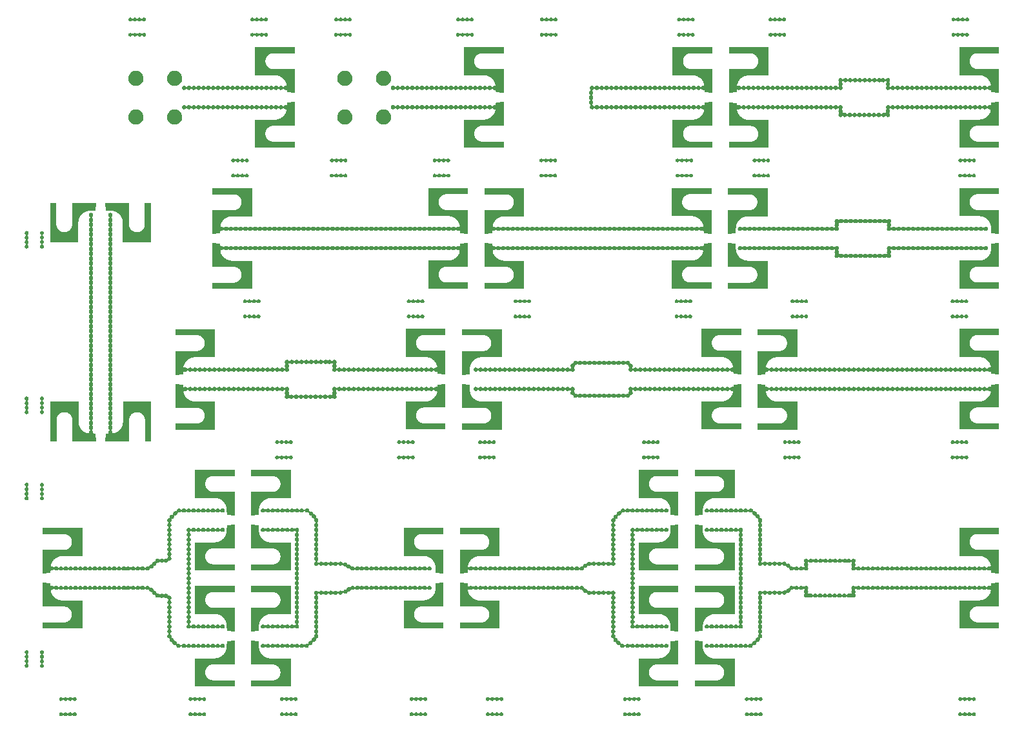
<source format=gbs>
G04 #@! TF.GenerationSoftware,KiCad,Pcbnew,(5.1.2)-2*
G04 #@! TF.CreationDate,2019-09-16T23:42:15-05:00*
G04 #@! TF.ProjectId,front_end,66726f6e-745f-4656-9e64-2e6b69636164,rev?*
G04 #@! TF.SameCoordinates,Original*
G04 #@! TF.FileFunction,Soldermask,Bot*
G04 #@! TF.FilePolarity,Negative*
%FSLAX46Y46*%
G04 Gerber Fmt 4.6, Leading zero omitted, Abs format (unit mm)*
G04 Created by KiCad (PCBNEW (5.1.2)-2) date 2019-09-16 23:42:15*
%MOMM*%
%LPD*%
G04 APERTURE LIST*
%ADD10C,0.100000*%
G04 APERTURE END LIST*
D10*
G36*
X167919254Y-170463646D02*
G01*
X167919257Y-170463647D01*
X167919256Y-170463647D01*
X167964934Y-170482567D01*
X168006038Y-170510032D01*
X168006040Y-170510034D01*
X168006043Y-170510036D01*
X168041004Y-170544997D01*
X168041006Y-170545000D01*
X168041007Y-170545001D01*
X168042109Y-170546650D01*
X168057654Y-170565591D01*
X168076596Y-170581136D01*
X168098207Y-170592687D01*
X168121656Y-170599800D01*
X168146043Y-170602201D01*
X168170429Y-170599799D01*
X168193877Y-170592685D01*
X168215488Y-170581133D01*
X168234429Y-170565588D01*
X168249971Y-170546650D01*
X168251073Y-170545001D01*
X168251074Y-170545000D01*
X168251076Y-170544997D01*
X168286037Y-170510036D01*
X168286040Y-170510034D01*
X168286042Y-170510032D01*
X168327146Y-170482567D01*
X168372824Y-170463647D01*
X168372823Y-170463647D01*
X168372826Y-170463646D01*
X168421319Y-170454000D01*
X168470761Y-170454000D01*
X168519254Y-170463646D01*
X168519257Y-170463647D01*
X168519256Y-170463647D01*
X168564934Y-170482567D01*
X168606038Y-170510032D01*
X168606040Y-170510034D01*
X168606043Y-170510036D01*
X168641004Y-170544997D01*
X168641006Y-170545000D01*
X168641007Y-170545001D01*
X168642109Y-170546650D01*
X168657654Y-170565591D01*
X168676596Y-170581136D01*
X168698207Y-170592687D01*
X168721656Y-170599800D01*
X168746043Y-170602201D01*
X168770429Y-170599799D01*
X168793877Y-170592685D01*
X168815488Y-170581133D01*
X168834429Y-170565588D01*
X168849971Y-170546650D01*
X168851073Y-170545001D01*
X168851074Y-170545000D01*
X168851076Y-170544997D01*
X168886037Y-170510036D01*
X168886040Y-170510034D01*
X168886042Y-170510032D01*
X168927146Y-170482567D01*
X168972824Y-170463647D01*
X168972823Y-170463647D01*
X168972826Y-170463646D01*
X169021319Y-170454000D01*
X169070761Y-170454000D01*
X169119254Y-170463646D01*
X169119257Y-170463647D01*
X169119256Y-170463647D01*
X169164934Y-170482567D01*
X169206038Y-170510032D01*
X169206040Y-170510034D01*
X169206043Y-170510036D01*
X169241004Y-170544997D01*
X169241006Y-170545000D01*
X169241007Y-170545001D01*
X169242109Y-170546650D01*
X169257654Y-170565591D01*
X169276596Y-170581136D01*
X169298207Y-170592687D01*
X169321656Y-170599800D01*
X169346043Y-170602201D01*
X169370429Y-170599799D01*
X169393877Y-170592685D01*
X169415488Y-170581133D01*
X169434429Y-170565588D01*
X169449971Y-170546650D01*
X169451073Y-170545001D01*
X169451074Y-170545000D01*
X169451076Y-170544997D01*
X169486037Y-170510036D01*
X169486040Y-170510034D01*
X169486042Y-170510032D01*
X169527146Y-170482567D01*
X169572824Y-170463647D01*
X169572823Y-170463647D01*
X169572826Y-170463646D01*
X169621319Y-170454000D01*
X169670761Y-170454000D01*
X169719254Y-170463646D01*
X169719257Y-170463647D01*
X169719256Y-170463647D01*
X169764934Y-170482567D01*
X169806038Y-170510032D01*
X169806040Y-170510034D01*
X169806043Y-170510036D01*
X169841004Y-170544997D01*
X169841006Y-170545000D01*
X169841008Y-170545002D01*
X169868473Y-170586106D01*
X169881852Y-170618406D01*
X169887394Y-170631786D01*
X169897040Y-170680279D01*
X169897040Y-170729721D01*
X169887394Y-170778214D01*
X169887393Y-170778216D01*
X169868473Y-170823894D01*
X169841008Y-170864998D01*
X169841007Y-170864999D01*
X169841004Y-170865003D01*
X169806043Y-170899964D01*
X169806040Y-170899966D01*
X169806038Y-170899968D01*
X169764934Y-170927433D01*
X169732634Y-170940812D01*
X169719254Y-170946354D01*
X169670761Y-170956000D01*
X169621319Y-170956000D01*
X169572826Y-170946354D01*
X169559446Y-170940812D01*
X169527146Y-170927433D01*
X169486042Y-170899968D01*
X169486040Y-170899966D01*
X169486037Y-170899964D01*
X169451076Y-170865003D01*
X169451073Y-170864999D01*
X169449971Y-170863350D01*
X169434426Y-170844409D01*
X169415484Y-170828864D01*
X169393873Y-170817313D01*
X169370424Y-170810200D01*
X169346037Y-170807799D01*
X169321651Y-170810201D01*
X169298203Y-170817315D01*
X169276592Y-170828867D01*
X169257651Y-170844412D01*
X169242109Y-170863350D01*
X169241007Y-170864999D01*
X169241004Y-170865003D01*
X169206043Y-170899964D01*
X169206040Y-170899966D01*
X169206038Y-170899968D01*
X169164934Y-170927433D01*
X169132634Y-170940812D01*
X169119254Y-170946354D01*
X169070761Y-170956000D01*
X169021319Y-170956000D01*
X168972826Y-170946354D01*
X168959446Y-170940812D01*
X168927146Y-170927433D01*
X168886042Y-170899968D01*
X168886040Y-170899966D01*
X168886037Y-170899964D01*
X168851076Y-170865003D01*
X168851073Y-170864999D01*
X168849971Y-170863350D01*
X168834426Y-170844409D01*
X168815484Y-170828864D01*
X168793873Y-170817313D01*
X168770424Y-170810200D01*
X168746037Y-170807799D01*
X168721651Y-170810201D01*
X168698203Y-170817315D01*
X168676592Y-170828867D01*
X168657651Y-170844412D01*
X168642109Y-170863350D01*
X168641007Y-170864999D01*
X168641004Y-170865003D01*
X168606043Y-170899964D01*
X168606040Y-170899966D01*
X168606038Y-170899968D01*
X168564934Y-170927433D01*
X168532634Y-170940812D01*
X168519254Y-170946354D01*
X168470761Y-170956000D01*
X168421319Y-170956000D01*
X168372826Y-170946354D01*
X168359446Y-170940812D01*
X168327146Y-170927433D01*
X168286042Y-170899968D01*
X168286040Y-170899966D01*
X168286037Y-170899964D01*
X168251076Y-170865003D01*
X168251073Y-170864999D01*
X168249971Y-170863350D01*
X168234426Y-170844409D01*
X168215484Y-170828864D01*
X168193873Y-170817313D01*
X168170424Y-170810200D01*
X168146037Y-170807799D01*
X168121651Y-170810201D01*
X168098203Y-170817315D01*
X168076592Y-170828867D01*
X168057651Y-170844412D01*
X168042109Y-170863350D01*
X168041007Y-170864999D01*
X168041004Y-170865003D01*
X168006043Y-170899964D01*
X168006040Y-170899966D01*
X168006038Y-170899968D01*
X167964934Y-170927433D01*
X167932634Y-170940812D01*
X167919254Y-170946354D01*
X167870761Y-170956000D01*
X167821319Y-170956000D01*
X167772826Y-170946354D01*
X167759446Y-170940812D01*
X167727146Y-170927433D01*
X167686042Y-170899968D01*
X167686040Y-170899966D01*
X167686037Y-170899964D01*
X167651076Y-170865003D01*
X167651073Y-170864999D01*
X167651072Y-170864998D01*
X167623607Y-170823894D01*
X167604687Y-170778216D01*
X167604686Y-170778214D01*
X167595040Y-170729721D01*
X167595040Y-170680279D01*
X167604686Y-170631786D01*
X167610228Y-170618406D01*
X167623607Y-170586106D01*
X167651072Y-170545002D01*
X167651074Y-170545000D01*
X167651076Y-170544997D01*
X167686037Y-170510036D01*
X167686040Y-170510034D01*
X167686042Y-170510032D01*
X167727146Y-170482567D01*
X167772824Y-170463647D01*
X167772823Y-170463647D01*
X167772826Y-170463646D01*
X167821319Y-170454000D01*
X167870761Y-170454000D01*
X167919254Y-170463646D01*
X167919254Y-170463646D01*
G37*
G36*
X213919254Y-170463646D02*
G01*
X213919257Y-170463647D01*
X213919256Y-170463647D01*
X213964934Y-170482567D01*
X214006038Y-170510032D01*
X214006040Y-170510034D01*
X214006043Y-170510036D01*
X214041004Y-170544997D01*
X214041006Y-170545000D01*
X214041007Y-170545001D01*
X214042109Y-170546650D01*
X214057654Y-170565591D01*
X214076596Y-170581136D01*
X214098207Y-170592687D01*
X214121656Y-170599800D01*
X214146043Y-170602201D01*
X214170429Y-170599799D01*
X214193877Y-170592685D01*
X214215488Y-170581133D01*
X214234429Y-170565588D01*
X214249971Y-170546650D01*
X214251073Y-170545001D01*
X214251074Y-170545000D01*
X214251076Y-170544997D01*
X214286037Y-170510036D01*
X214286040Y-170510034D01*
X214286042Y-170510032D01*
X214327146Y-170482567D01*
X214372824Y-170463647D01*
X214372823Y-170463647D01*
X214372826Y-170463646D01*
X214421319Y-170454000D01*
X214470761Y-170454000D01*
X214519254Y-170463646D01*
X214519257Y-170463647D01*
X214519256Y-170463647D01*
X214564934Y-170482567D01*
X214606038Y-170510032D01*
X214606040Y-170510034D01*
X214606043Y-170510036D01*
X214641004Y-170544997D01*
X214641006Y-170545000D01*
X214641007Y-170545001D01*
X214642109Y-170546650D01*
X214657654Y-170565591D01*
X214676596Y-170581136D01*
X214698207Y-170592687D01*
X214721656Y-170599800D01*
X214746043Y-170602201D01*
X214770429Y-170599799D01*
X214793877Y-170592685D01*
X214815488Y-170581133D01*
X214834429Y-170565588D01*
X214849971Y-170546650D01*
X214851073Y-170545001D01*
X214851074Y-170545000D01*
X214851076Y-170544997D01*
X214886037Y-170510036D01*
X214886040Y-170510034D01*
X214886042Y-170510032D01*
X214927146Y-170482567D01*
X214972824Y-170463647D01*
X214972823Y-170463647D01*
X214972826Y-170463646D01*
X215021319Y-170454000D01*
X215070761Y-170454000D01*
X215119254Y-170463646D01*
X215119257Y-170463647D01*
X215119256Y-170463647D01*
X215164934Y-170482567D01*
X215206038Y-170510032D01*
X215206040Y-170510034D01*
X215206043Y-170510036D01*
X215241004Y-170544997D01*
X215241006Y-170545000D01*
X215241007Y-170545001D01*
X215242109Y-170546650D01*
X215257654Y-170565591D01*
X215276596Y-170581136D01*
X215298207Y-170592687D01*
X215321656Y-170599800D01*
X215346043Y-170602201D01*
X215370429Y-170599799D01*
X215393877Y-170592685D01*
X215415488Y-170581133D01*
X215434429Y-170565588D01*
X215449971Y-170546650D01*
X215451073Y-170545001D01*
X215451074Y-170545000D01*
X215451076Y-170544997D01*
X215486037Y-170510036D01*
X215486040Y-170510034D01*
X215486042Y-170510032D01*
X215527146Y-170482567D01*
X215572824Y-170463647D01*
X215572823Y-170463647D01*
X215572826Y-170463646D01*
X215621319Y-170454000D01*
X215670761Y-170454000D01*
X215719254Y-170463646D01*
X215719257Y-170463647D01*
X215719256Y-170463647D01*
X215764934Y-170482567D01*
X215806038Y-170510032D01*
X215806040Y-170510034D01*
X215806043Y-170510036D01*
X215841004Y-170544997D01*
X215841006Y-170545000D01*
X215841008Y-170545002D01*
X215868473Y-170586106D01*
X215881852Y-170618406D01*
X215887394Y-170631786D01*
X215897040Y-170680279D01*
X215897040Y-170729721D01*
X215887394Y-170778214D01*
X215887393Y-170778216D01*
X215868473Y-170823894D01*
X215841008Y-170864998D01*
X215841007Y-170864999D01*
X215841004Y-170865003D01*
X215806043Y-170899964D01*
X215806040Y-170899966D01*
X215806038Y-170899968D01*
X215764934Y-170927433D01*
X215732634Y-170940812D01*
X215719254Y-170946354D01*
X215670761Y-170956000D01*
X215621319Y-170956000D01*
X215572826Y-170946354D01*
X215559446Y-170940812D01*
X215527146Y-170927433D01*
X215486042Y-170899968D01*
X215486040Y-170899966D01*
X215486037Y-170899964D01*
X215451076Y-170865003D01*
X215451073Y-170864999D01*
X215449971Y-170863350D01*
X215434426Y-170844409D01*
X215415484Y-170828864D01*
X215393873Y-170817313D01*
X215370424Y-170810200D01*
X215346037Y-170807799D01*
X215321651Y-170810201D01*
X215298203Y-170817315D01*
X215276592Y-170828867D01*
X215257651Y-170844412D01*
X215242109Y-170863350D01*
X215241007Y-170864999D01*
X215241004Y-170865003D01*
X215206043Y-170899964D01*
X215206040Y-170899966D01*
X215206038Y-170899968D01*
X215164934Y-170927433D01*
X215132634Y-170940812D01*
X215119254Y-170946354D01*
X215070761Y-170956000D01*
X215021319Y-170956000D01*
X214972826Y-170946354D01*
X214959446Y-170940812D01*
X214927146Y-170927433D01*
X214886042Y-170899968D01*
X214886040Y-170899966D01*
X214886037Y-170899964D01*
X214851076Y-170865003D01*
X214851073Y-170864999D01*
X214849971Y-170863350D01*
X214834426Y-170844409D01*
X214815484Y-170828864D01*
X214793873Y-170817313D01*
X214770424Y-170810200D01*
X214746037Y-170807799D01*
X214721651Y-170810201D01*
X214698203Y-170817315D01*
X214676592Y-170828867D01*
X214657651Y-170844412D01*
X214642109Y-170863350D01*
X214641007Y-170864999D01*
X214641004Y-170865003D01*
X214606043Y-170899964D01*
X214606040Y-170899966D01*
X214606038Y-170899968D01*
X214564934Y-170927433D01*
X214532634Y-170940812D01*
X214519254Y-170946354D01*
X214470761Y-170956000D01*
X214421319Y-170956000D01*
X214372826Y-170946354D01*
X214359446Y-170940812D01*
X214327146Y-170927433D01*
X214286042Y-170899968D01*
X214286040Y-170899966D01*
X214286037Y-170899964D01*
X214251076Y-170865003D01*
X214251073Y-170864999D01*
X214249971Y-170863350D01*
X214234426Y-170844409D01*
X214215484Y-170828864D01*
X214193873Y-170817313D01*
X214170424Y-170810200D01*
X214146037Y-170807799D01*
X214121651Y-170810201D01*
X214098203Y-170817315D01*
X214076592Y-170828867D01*
X214057651Y-170844412D01*
X214042109Y-170863350D01*
X214041007Y-170864999D01*
X214041004Y-170865003D01*
X214006043Y-170899964D01*
X214006040Y-170899966D01*
X214006038Y-170899968D01*
X213964934Y-170927433D01*
X213932634Y-170940812D01*
X213919254Y-170946354D01*
X213870761Y-170956000D01*
X213821319Y-170956000D01*
X213772826Y-170946354D01*
X213759446Y-170940812D01*
X213727146Y-170927433D01*
X213686042Y-170899968D01*
X213686040Y-170899966D01*
X213686037Y-170899964D01*
X213651076Y-170865003D01*
X213651073Y-170864999D01*
X213651072Y-170864998D01*
X213623607Y-170823894D01*
X213604687Y-170778216D01*
X213604686Y-170778214D01*
X213595040Y-170729721D01*
X213595040Y-170680279D01*
X213604686Y-170631786D01*
X213610228Y-170618406D01*
X213623607Y-170586106D01*
X213651072Y-170545002D01*
X213651074Y-170545000D01*
X213651076Y-170544997D01*
X213686037Y-170510036D01*
X213686040Y-170510034D01*
X213686042Y-170510032D01*
X213727146Y-170482567D01*
X213772824Y-170463647D01*
X213772823Y-170463647D01*
X213772826Y-170463646D01*
X213821319Y-170454000D01*
X213870761Y-170454000D01*
X213919254Y-170463646D01*
X213919254Y-170463646D01*
G37*
G36*
X223919254Y-170463646D02*
G01*
X223919257Y-170463647D01*
X223919256Y-170463647D01*
X223964934Y-170482567D01*
X224006038Y-170510032D01*
X224006040Y-170510034D01*
X224006043Y-170510036D01*
X224041004Y-170544997D01*
X224041006Y-170545000D01*
X224041007Y-170545001D01*
X224042109Y-170546650D01*
X224057654Y-170565591D01*
X224076596Y-170581136D01*
X224098207Y-170592687D01*
X224121656Y-170599800D01*
X224146043Y-170602201D01*
X224170429Y-170599799D01*
X224193877Y-170592685D01*
X224215488Y-170581133D01*
X224234429Y-170565588D01*
X224249971Y-170546650D01*
X224251073Y-170545001D01*
X224251074Y-170545000D01*
X224251076Y-170544997D01*
X224286037Y-170510036D01*
X224286040Y-170510034D01*
X224286042Y-170510032D01*
X224327146Y-170482567D01*
X224372824Y-170463647D01*
X224372823Y-170463647D01*
X224372826Y-170463646D01*
X224421319Y-170454000D01*
X224470761Y-170454000D01*
X224519254Y-170463646D01*
X224519257Y-170463647D01*
X224519256Y-170463647D01*
X224564934Y-170482567D01*
X224606038Y-170510032D01*
X224606040Y-170510034D01*
X224606043Y-170510036D01*
X224641004Y-170544997D01*
X224641006Y-170545000D01*
X224641007Y-170545001D01*
X224642109Y-170546650D01*
X224657654Y-170565591D01*
X224676596Y-170581136D01*
X224698207Y-170592687D01*
X224721656Y-170599800D01*
X224746043Y-170602201D01*
X224770429Y-170599799D01*
X224793877Y-170592685D01*
X224815488Y-170581133D01*
X224834429Y-170565588D01*
X224849971Y-170546650D01*
X224851073Y-170545001D01*
X224851074Y-170545000D01*
X224851076Y-170544997D01*
X224886037Y-170510036D01*
X224886040Y-170510034D01*
X224886042Y-170510032D01*
X224927146Y-170482567D01*
X224972824Y-170463647D01*
X224972823Y-170463647D01*
X224972826Y-170463646D01*
X225021319Y-170454000D01*
X225070761Y-170454000D01*
X225119254Y-170463646D01*
X225119257Y-170463647D01*
X225119256Y-170463647D01*
X225164934Y-170482567D01*
X225206038Y-170510032D01*
X225206040Y-170510034D01*
X225206043Y-170510036D01*
X225241004Y-170544997D01*
X225241006Y-170545000D01*
X225241007Y-170545001D01*
X225242109Y-170546650D01*
X225257654Y-170565591D01*
X225276596Y-170581136D01*
X225298207Y-170592687D01*
X225321656Y-170599800D01*
X225346043Y-170602201D01*
X225370429Y-170599799D01*
X225393877Y-170592685D01*
X225415488Y-170581133D01*
X225434429Y-170565588D01*
X225449971Y-170546650D01*
X225451073Y-170545001D01*
X225451074Y-170545000D01*
X225451076Y-170544997D01*
X225486037Y-170510036D01*
X225486040Y-170510034D01*
X225486042Y-170510032D01*
X225527146Y-170482567D01*
X225572824Y-170463647D01*
X225572823Y-170463647D01*
X225572826Y-170463646D01*
X225621319Y-170454000D01*
X225670761Y-170454000D01*
X225719254Y-170463646D01*
X225719257Y-170463647D01*
X225719256Y-170463647D01*
X225764934Y-170482567D01*
X225806038Y-170510032D01*
X225806040Y-170510034D01*
X225806043Y-170510036D01*
X225841004Y-170544997D01*
X225841006Y-170545000D01*
X225841008Y-170545002D01*
X225868473Y-170586106D01*
X225881852Y-170618406D01*
X225887394Y-170631786D01*
X225897040Y-170680279D01*
X225897040Y-170729721D01*
X225887394Y-170778214D01*
X225887393Y-170778216D01*
X225868473Y-170823894D01*
X225841008Y-170864998D01*
X225841007Y-170864999D01*
X225841004Y-170865003D01*
X225806043Y-170899964D01*
X225806040Y-170899966D01*
X225806038Y-170899968D01*
X225764934Y-170927433D01*
X225732634Y-170940812D01*
X225719254Y-170946354D01*
X225670761Y-170956000D01*
X225621319Y-170956000D01*
X225572826Y-170946354D01*
X225559446Y-170940812D01*
X225527146Y-170927433D01*
X225486042Y-170899968D01*
X225486040Y-170899966D01*
X225486037Y-170899964D01*
X225451076Y-170865003D01*
X225451073Y-170864999D01*
X225449971Y-170863350D01*
X225434426Y-170844409D01*
X225415484Y-170828864D01*
X225393873Y-170817313D01*
X225370424Y-170810200D01*
X225346037Y-170807799D01*
X225321651Y-170810201D01*
X225298203Y-170817315D01*
X225276592Y-170828867D01*
X225257651Y-170844412D01*
X225242109Y-170863350D01*
X225241007Y-170864999D01*
X225241004Y-170865003D01*
X225206043Y-170899964D01*
X225206040Y-170899966D01*
X225206038Y-170899968D01*
X225164934Y-170927433D01*
X225132634Y-170940812D01*
X225119254Y-170946354D01*
X225070761Y-170956000D01*
X225021319Y-170956000D01*
X224972826Y-170946354D01*
X224959446Y-170940812D01*
X224927146Y-170927433D01*
X224886042Y-170899968D01*
X224886040Y-170899966D01*
X224886037Y-170899964D01*
X224851076Y-170865003D01*
X224851073Y-170864999D01*
X224849971Y-170863350D01*
X224834426Y-170844409D01*
X224815484Y-170828864D01*
X224793873Y-170817313D01*
X224770424Y-170810200D01*
X224746037Y-170807799D01*
X224721651Y-170810201D01*
X224698203Y-170817315D01*
X224676592Y-170828867D01*
X224657651Y-170844412D01*
X224642109Y-170863350D01*
X224641007Y-170864999D01*
X224641004Y-170865003D01*
X224606043Y-170899964D01*
X224606040Y-170899966D01*
X224606038Y-170899968D01*
X224564934Y-170927433D01*
X224532634Y-170940812D01*
X224519254Y-170946354D01*
X224470761Y-170956000D01*
X224421319Y-170956000D01*
X224372826Y-170946354D01*
X224359446Y-170940812D01*
X224327146Y-170927433D01*
X224286042Y-170899968D01*
X224286040Y-170899966D01*
X224286037Y-170899964D01*
X224251076Y-170865003D01*
X224251073Y-170864999D01*
X224249971Y-170863350D01*
X224234426Y-170844409D01*
X224215484Y-170828864D01*
X224193873Y-170817313D01*
X224170424Y-170810200D01*
X224146037Y-170807799D01*
X224121651Y-170810201D01*
X224098203Y-170817315D01*
X224076592Y-170828867D01*
X224057651Y-170844412D01*
X224042109Y-170863350D01*
X224041007Y-170864999D01*
X224041004Y-170865003D01*
X224006043Y-170899964D01*
X224006040Y-170899966D01*
X224006038Y-170899968D01*
X223964934Y-170927433D01*
X223932634Y-170940812D01*
X223919254Y-170946354D01*
X223870761Y-170956000D01*
X223821319Y-170956000D01*
X223772826Y-170946354D01*
X223759446Y-170940812D01*
X223727146Y-170927433D01*
X223686042Y-170899968D01*
X223686040Y-170899966D01*
X223686037Y-170899964D01*
X223651076Y-170865003D01*
X223651073Y-170864999D01*
X223651072Y-170864998D01*
X223623607Y-170823894D01*
X223604687Y-170778216D01*
X223604686Y-170778214D01*
X223595040Y-170729721D01*
X223595040Y-170680279D01*
X223604686Y-170631786D01*
X223610228Y-170618406D01*
X223623607Y-170586106D01*
X223651072Y-170545002D01*
X223651074Y-170545000D01*
X223651076Y-170544997D01*
X223686037Y-170510036D01*
X223686040Y-170510034D01*
X223686042Y-170510032D01*
X223727146Y-170482567D01*
X223772824Y-170463647D01*
X223772823Y-170463647D01*
X223772826Y-170463646D01*
X223821319Y-170454000D01*
X223870761Y-170454000D01*
X223919254Y-170463646D01*
X223919254Y-170463646D01*
G37*
G36*
X196919254Y-170463646D02*
G01*
X196919257Y-170463647D01*
X196919256Y-170463647D01*
X196964934Y-170482567D01*
X197006038Y-170510032D01*
X197006040Y-170510034D01*
X197006043Y-170510036D01*
X197041004Y-170544997D01*
X197041006Y-170545000D01*
X197041007Y-170545001D01*
X197042109Y-170546650D01*
X197057654Y-170565591D01*
X197076596Y-170581136D01*
X197098207Y-170592687D01*
X197121656Y-170599800D01*
X197146043Y-170602201D01*
X197170429Y-170599799D01*
X197193877Y-170592685D01*
X197215488Y-170581133D01*
X197234429Y-170565588D01*
X197249971Y-170546650D01*
X197251073Y-170545001D01*
X197251074Y-170545000D01*
X197251076Y-170544997D01*
X197286037Y-170510036D01*
X197286040Y-170510034D01*
X197286042Y-170510032D01*
X197327146Y-170482567D01*
X197372824Y-170463647D01*
X197372823Y-170463647D01*
X197372826Y-170463646D01*
X197421319Y-170454000D01*
X197470761Y-170454000D01*
X197519254Y-170463646D01*
X197519257Y-170463647D01*
X197519256Y-170463647D01*
X197564934Y-170482567D01*
X197606038Y-170510032D01*
X197606040Y-170510034D01*
X197606043Y-170510036D01*
X197641004Y-170544997D01*
X197641006Y-170545000D01*
X197641007Y-170545001D01*
X197642109Y-170546650D01*
X197657654Y-170565591D01*
X197676596Y-170581136D01*
X197698207Y-170592687D01*
X197721656Y-170599800D01*
X197746043Y-170602201D01*
X197770429Y-170599799D01*
X197793877Y-170592685D01*
X197815488Y-170581133D01*
X197834429Y-170565588D01*
X197849971Y-170546650D01*
X197851073Y-170545001D01*
X197851074Y-170545000D01*
X197851076Y-170544997D01*
X197886037Y-170510036D01*
X197886040Y-170510034D01*
X197886042Y-170510032D01*
X197927146Y-170482567D01*
X197972824Y-170463647D01*
X197972823Y-170463647D01*
X197972826Y-170463646D01*
X198021319Y-170454000D01*
X198070761Y-170454000D01*
X198119254Y-170463646D01*
X198119257Y-170463647D01*
X198119256Y-170463647D01*
X198164934Y-170482567D01*
X198206038Y-170510032D01*
X198206040Y-170510034D01*
X198206043Y-170510036D01*
X198241004Y-170544997D01*
X198241006Y-170545000D01*
X198241007Y-170545001D01*
X198242109Y-170546650D01*
X198257654Y-170565591D01*
X198276596Y-170581136D01*
X198298207Y-170592687D01*
X198321656Y-170599800D01*
X198346043Y-170602201D01*
X198370429Y-170599799D01*
X198393877Y-170592685D01*
X198415488Y-170581133D01*
X198434429Y-170565588D01*
X198449971Y-170546650D01*
X198451073Y-170545001D01*
X198451074Y-170545000D01*
X198451076Y-170544997D01*
X198486037Y-170510036D01*
X198486040Y-170510034D01*
X198486042Y-170510032D01*
X198527146Y-170482567D01*
X198572824Y-170463647D01*
X198572823Y-170463647D01*
X198572826Y-170463646D01*
X198621319Y-170454000D01*
X198670761Y-170454000D01*
X198719254Y-170463646D01*
X198719257Y-170463647D01*
X198719256Y-170463647D01*
X198764934Y-170482567D01*
X198806038Y-170510032D01*
X198806040Y-170510034D01*
X198806043Y-170510036D01*
X198841004Y-170544997D01*
X198841006Y-170545000D01*
X198841008Y-170545002D01*
X198868473Y-170586106D01*
X198881852Y-170618406D01*
X198887394Y-170631786D01*
X198897040Y-170680279D01*
X198897040Y-170729721D01*
X198887394Y-170778214D01*
X198887393Y-170778216D01*
X198868473Y-170823894D01*
X198841008Y-170864998D01*
X198841007Y-170864999D01*
X198841004Y-170865003D01*
X198806043Y-170899964D01*
X198806040Y-170899966D01*
X198806038Y-170899968D01*
X198764934Y-170927433D01*
X198732634Y-170940812D01*
X198719254Y-170946354D01*
X198670761Y-170956000D01*
X198621319Y-170956000D01*
X198572826Y-170946354D01*
X198559446Y-170940812D01*
X198527146Y-170927433D01*
X198486042Y-170899968D01*
X198486040Y-170899966D01*
X198486037Y-170899964D01*
X198451076Y-170865003D01*
X198451073Y-170864999D01*
X198449971Y-170863350D01*
X198434426Y-170844409D01*
X198415484Y-170828864D01*
X198393873Y-170817313D01*
X198370424Y-170810200D01*
X198346037Y-170807799D01*
X198321651Y-170810201D01*
X198298203Y-170817315D01*
X198276592Y-170828867D01*
X198257651Y-170844412D01*
X198242109Y-170863350D01*
X198241007Y-170864999D01*
X198241004Y-170865003D01*
X198206043Y-170899964D01*
X198206040Y-170899966D01*
X198206038Y-170899968D01*
X198164934Y-170927433D01*
X198132634Y-170940812D01*
X198119254Y-170946354D01*
X198070761Y-170956000D01*
X198021319Y-170956000D01*
X197972826Y-170946354D01*
X197959446Y-170940812D01*
X197927146Y-170927433D01*
X197886042Y-170899968D01*
X197886040Y-170899966D01*
X197886037Y-170899964D01*
X197851076Y-170865003D01*
X197851073Y-170864999D01*
X197849971Y-170863350D01*
X197834426Y-170844409D01*
X197815484Y-170828864D01*
X197793873Y-170817313D01*
X197770424Y-170810200D01*
X197746037Y-170807799D01*
X197721651Y-170810201D01*
X197698203Y-170817315D01*
X197676592Y-170828867D01*
X197657651Y-170844412D01*
X197642109Y-170863350D01*
X197641007Y-170864999D01*
X197641004Y-170865003D01*
X197606043Y-170899964D01*
X197606040Y-170899966D01*
X197606038Y-170899968D01*
X197564934Y-170927433D01*
X197532634Y-170940812D01*
X197519254Y-170946354D01*
X197470761Y-170956000D01*
X197421319Y-170956000D01*
X197372826Y-170946354D01*
X197359446Y-170940812D01*
X197327146Y-170927433D01*
X197286042Y-170899968D01*
X197286040Y-170899966D01*
X197286037Y-170899964D01*
X197251076Y-170865003D01*
X197251073Y-170864999D01*
X197249971Y-170863350D01*
X197234426Y-170844409D01*
X197215484Y-170828864D01*
X197193873Y-170817313D01*
X197170424Y-170810200D01*
X197146037Y-170807799D01*
X197121651Y-170810201D01*
X197098203Y-170817315D01*
X197076592Y-170828867D01*
X197057651Y-170844412D01*
X197042109Y-170863350D01*
X197041007Y-170864999D01*
X197041004Y-170865003D01*
X197006043Y-170899964D01*
X197006040Y-170899966D01*
X197006038Y-170899968D01*
X196964934Y-170927433D01*
X196932634Y-170940812D01*
X196919254Y-170946354D01*
X196870761Y-170956000D01*
X196821319Y-170956000D01*
X196772826Y-170946354D01*
X196759446Y-170940812D01*
X196727146Y-170927433D01*
X196686042Y-170899968D01*
X196686040Y-170899966D01*
X196686037Y-170899964D01*
X196651076Y-170865003D01*
X196651073Y-170864999D01*
X196651072Y-170864998D01*
X196623607Y-170823894D01*
X196604687Y-170778216D01*
X196604686Y-170778214D01*
X196595040Y-170729721D01*
X196595040Y-170680279D01*
X196604686Y-170631786D01*
X196610228Y-170618406D01*
X196623607Y-170586106D01*
X196651072Y-170545002D01*
X196651074Y-170545000D01*
X196651076Y-170544997D01*
X196686037Y-170510036D01*
X196686040Y-170510034D01*
X196686042Y-170510032D01*
X196727146Y-170482567D01*
X196772824Y-170463647D01*
X196772823Y-170463647D01*
X196772826Y-170463646D01*
X196821319Y-170454000D01*
X196870761Y-170454000D01*
X196919254Y-170463646D01*
X196919254Y-170463646D01*
G37*
G36*
X285919254Y-170463646D02*
G01*
X285919257Y-170463647D01*
X285919256Y-170463647D01*
X285964934Y-170482567D01*
X286006038Y-170510032D01*
X286006040Y-170510034D01*
X286006043Y-170510036D01*
X286041004Y-170544997D01*
X286041006Y-170545000D01*
X286041007Y-170545001D01*
X286042109Y-170546650D01*
X286057654Y-170565591D01*
X286076596Y-170581136D01*
X286098207Y-170592687D01*
X286121656Y-170599800D01*
X286146043Y-170602201D01*
X286170429Y-170599799D01*
X286193877Y-170592685D01*
X286215488Y-170581133D01*
X286234429Y-170565588D01*
X286249971Y-170546650D01*
X286251073Y-170545001D01*
X286251074Y-170545000D01*
X286251076Y-170544997D01*
X286286037Y-170510036D01*
X286286040Y-170510034D01*
X286286042Y-170510032D01*
X286327146Y-170482567D01*
X286372824Y-170463647D01*
X286372823Y-170463647D01*
X286372826Y-170463646D01*
X286421319Y-170454000D01*
X286470761Y-170454000D01*
X286519254Y-170463646D01*
X286519257Y-170463647D01*
X286519256Y-170463647D01*
X286564934Y-170482567D01*
X286606038Y-170510032D01*
X286606040Y-170510034D01*
X286606043Y-170510036D01*
X286641004Y-170544997D01*
X286641006Y-170545000D01*
X286641007Y-170545001D01*
X286642109Y-170546650D01*
X286657654Y-170565591D01*
X286676596Y-170581136D01*
X286698207Y-170592687D01*
X286721656Y-170599800D01*
X286746043Y-170602201D01*
X286770429Y-170599799D01*
X286793877Y-170592685D01*
X286815488Y-170581133D01*
X286834429Y-170565588D01*
X286849971Y-170546650D01*
X286851073Y-170545001D01*
X286851074Y-170545000D01*
X286851076Y-170544997D01*
X286886037Y-170510036D01*
X286886040Y-170510034D01*
X286886042Y-170510032D01*
X286927146Y-170482567D01*
X286972824Y-170463647D01*
X286972823Y-170463647D01*
X286972826Y-170463646D01*
X287021319Y-170454000D01*
X287070761Y-170454000D01*
X287119254Y-170463646D01*
X287119257Y-170463647D01*
X287119256Y-170463647D01*
X287164934Y-170482567D01*
X287206038Y-170510032D01*
X287206040Y-170510034D01*
X287206043Y-170510036D01*
X287241004Y-170544997D01*
X287241006Y-170545000D01*
X287241007Y-170545001D01*
X287242109Y-170546650D01*
X287257654Y-170565591D01*
X287276596Y-170581136D01*
X287298207Y-170592687D01*
X287321656Y-170599800D01*
X287346043Y-170602201D01*
X287370429Y-170599799D01*
X287393877Y-170592685D01*
X287415488Y-170581133D01*
X287434429Y-170565588D01*
X287449971Y-170546650D01*
X287451073Y-170545001D01*
X287451074Y-170545000D01*
X287451076Y-170544997D01*
X287486037Y-170510036D01*
X287486040Y-170510034D01*
X287486042Y-170510032D01*
X287527146Y-170482567D01*
X287572824Y-170463647D01*
X287572823Y-170463647D01*
X287572826Y-170463646D01*
X287621319Y-170454000D01*
X287670761Y-170454000D01*
X287719254Y-170463646D01*
X287719257Y-170463647D01*
X287719256Y-170463647D01*
X287764934Y-170482567D01*
X287806038Y-170510032D01*
X287806040Y-170510034D01*
X287806043Y-170510036D01*
X287841004Y-170544997D01*
X287841006Y-170545000D01*
X287841008Y-170545002D01*
X287868473Y-170586106D01*
X287881852Y-170618406D01*
X287887394Y-170631786D01*
X287897040Y-170680279D01*
X287897040Y-170729721D01*
X287887394Y-170778214D01*
X287887393Y-170778216D01*
X287868473Y-170823894D01*
X287841008Y-170864998D01*
X287841007Y-170864999D01*
X287841004Y-170865003D01*
X287806043Y-170899964D01*
X287806040Y-170899966D01*
X287806038Y-170899968D01*
X287764934Y-170927433D01*
X287732634Y-170940812D01*
X287719254Y-170946354D01*
X287670761Y-170956000D01*
X287621319Y-170956000D01*
X287572826Y-170946354D01*
X287559446Y-170940812D01*
X287527146Y-170927433D01*
X287486042Y-170899968D01*
X287486040Y-170899966D01*
X287486037Y-170899964D01*
X287451076Y-170865003D01*
X287451073Y-170864999D01*
X287449971Y-170863350D01*
X287434426Y-170844409D01*
X287415484Y-170828864D01*
X287393873Y-170817313D01*
X287370424Y-170810200D01*
X287346037Y-170807799D01*
X287321651Y-170810201D01*
X287298203Y-170817315D01*
X287276592Y-170828867D01*
X287257651Y-170844412D01*
X287242109Y-170863350D01*
X287241007Y-170864999D01*
X287241004Y-170865003D01*
X287206043Y-170899964D01*
X287206040Y-170899966D01*
X287206038Y-170899968D01*
X287164934Y-170927433D01*
X287132634Y-170940812D01*
X287119254Y-170946354D01*
X287070761Y-170956000D01*
X287021319Y-170956000D01*
X286972826Y-170946354D01*
X286959446Y-170940812D01*
X286927146Y-170927433D01*
X286886042Y-170899968D01*
X286886040Y-170899966D01*
X286886037Y-170899964D01*
X286851076Y-170865003D01*
X286851073Y-170864999D01*
X286849971Y-170863350D01*
X286834426Y-170844409D01*
X286815484Y-170828864D01*
X286793873Y-170817313D01*
X286770424Y-170810200D01*
X286746037Y-170807799D01*
X286721651Y-170810201D01*
X286698203Y-170817315D01*
X286676592Y-170828867D01*
X286657651Y-170844412D01*
X286642109Y-170863350D01*
X286641007Y-170864999D01*
X286641004Y-170865003D01*
X286606043Y-170899964D01*
X286606040Y-170899966D01*
X286606038Y-170899968D01*
X286564934Y-170927433D01*
X286532634Y-170940812D01*
X286519254Y-170946354D01*
X286470761Y-170956000D01*
X286421319Y-170956000D01*
X286372826Y-170946354D01*
X286359446Y-170940812D01*
X286327146Y-170927433D01*
X286286042Y-170899968D01*
X286286040Y-170899966D01*
X286286037Y-170899964D01*
X286251076Y-170865003D01*
X286251073Y-170864999D01*
X286249971Y-170863350D01*
X286234426Y-170844409D01*
X286215484Y-170828864D01*
X286193873Y-170817313D01*
X286170424Y-170810200D01*
X286146037Y-170807799D01*
X286121651Y-170810201D01*
X286098203Y-170817315D01*
X286076592Y-170828867D01*
X286057651Y-170844412D01*
X286042109Y-170863350D01*
X286041007Y-170864999D01*
X286041004Y-170865003D01*
X286006043Y-170899964D01*
X286006040Y-170899966D01*
X286006038Y-170899968D01*
X285964934Y-170927433D01*
X285932634Y-170940812D01*
X285919254Y-170946354D01*
X285870761Y-170956000D01*
X285821319Y-170956000D01*
X285772826Y-170946354D01*
X285759446Y-170940812D01*
X285727146Y-170927433D01*
X285686042Y-170899968D01*
X285686040Y-170899966D01*
X285686037Y-170899964D01*
X285651076Y-170865003D01*
X285651073Y-170864999D01*
X285651072Y-170864998D01*
X285623607Y-170823894D01*
X285604687Y-170778216D01*
X285604686Y-170778214D01*
X285595040Y-170729721D01*
X285595040Y-170680279D01*
X285604686Y-170631786D01*
X285610228Y-170618406D01*
X285623607Y-170586106D01*
X285651072Y-170545002D01*
X285651074Y-170545000D01*
X285651076Y-170544997D01*
X285686037Y-170510036D01*
X285686040Y-170510034D01*
X285686042Y-170510032D01*
X285727146Y-170482567D01*
X285772824Y-170463647D01*
X285772823Y-170463647D01*
X285772826Y-170463646D01*
X285821319Y-170454000D01*
X285870761Y-170454000D01*
X285919254Y-170463646D01*
X285919254Y-170463646D01*
G37*
G36*
X257919254Y-170463646D02*
G01*
X257919257Y-170463647D01*
X257919256Y-170463647D01*
X257964934Y-170482567D01*
X258006038Y-170510032D01*
X258006040Y-170510034D01*
X258006043Y-170510036D01*
X258041004Y-170544997D01*
X258041006Y-170545000D01*
X258041007Y-170545001D01*
X258042109Y-170546650D01*
X258057654Y-170565591D01*
X258076596Y-170581136D01*
X258098207Y-170592687D01*
X258121656Y-170599800D01*
X258146043Y-170602201D01*
X258170429Y-170599799D01*
X258193877Y-170592685D01*
X258215488Y-170581133D01*
X258234429Y-170565588D01*
X258249971Y-170546650D01*
X258251073Y-170545001D01*
X258251074Y-170545000D01*
X258251076Y-170544997D01*
X258286037Y-170510036D01*
X258286040Y-170510034D01*
X258286042Y-170510032D01*
X258327146Y-170482567D01*
X258372824Y-170463647D01*
X258372823Y-170463647D01*
X258372826Y-170463646D01*
X258421319Y-170454000D01*
X258470761Y-170454000D01*
X258519254Y-170463646D01*
X258519257Y-170463647D01*
X258519256Y-170463647D01*
X258564934Y-170482567D01*
X258606038Y-170510032D01*
X258606040Y-170510034D01*
X258606043Y-170510036D01*
X258641004Y-170544997D01*
X258641006Y-170545000D01*
X258641007Y-170545001D01*
X258642109Y-170546650D01*
X258657654Y-170565591D01*
X258676596Y-170581136D01*
X258698207Y-170592687D01*
X258721656Y-170599800D01*
X258746043Y-170602201D01*
X258770429Y-170599799D01*
X258793877Y-170592685D01*
X258815488Y-170581133D01*
X258834429Y-170565588D01*
X258849971Y-170546650D01*
X258851073Y-170545001D01*
X258851074Y-170545000D01*
X258851076Y-170544997D01*
X258886037Y-170510036D01*
X258886040Y-170510034D01*
X258886042Y-170510032D01*
X258927146Y-170482567D01*
X258972824Y-170463647D01*
X258972823Y-170463647D01*
X258972826Y-170463646D01*
X259021319Y-170454000D01*
X259070761Y-170454000D01*
X259119254Y-170463646D01*
X259119257Y-170463647D01*
X259119256Y-170463647D01*
X259164934Y-170482567D01*
X259206038Y-170510032D01*
X259206040Y-170510034D01*
X259206043Y-170510036D01*
X259241004Y-170544997D01*
X259241006Y-170545000D01*
X259241007Y-170545001D01*
X259242109Y-170546650D01*
X259257654Y-170565591D01*
X259276596Y-170581136D01*
X259298207Y-170592687D01*
X259321656Y-170599800D01*
X259346043Y-170602201D01*
X259370429Y-170599799D01*
X259393877Y-170592685D01*
X259415488Y-170581133D01*
X259434429Y-170565588D01*
X259449971Y-170546650D01*
X259451073Y-170545001D01*
X259451074Y-170545000D01*
X259451076Y-170544997D01*
X259486037Y-170510036D01*
X259486040Y-170510034D01*
X259486042Y-170510032D01*
X259527146Y-170482567D01*
X259572824Y-170463647D01*
X259572823Y-170463647D01*
X259572826Y-170463646D01*
X259621319Y-170454000D01*
X259670761Y-170454000D01*
X259719254Y-170463646D01*
X259719257Y-170463647D01*
X259719256Y-170463647D01*
X259764934Y-170482567D01*
X259806038Y-170510032D01*
X259806040Y-170510034D01*
X259806043Y-170510036D01*
X259841004Y-170544997D01*
X259841006Y-170545000D01*
X259841008Y-170545002D01*
X259868473Y-170586106D01*
X259881852Y-170618406D01*
X259887394Y-170631786D01*
X259897040Y-170680279D01*
X259897040Y-170729721D01*
X259887394Y-170778214D01*
X259887393Y-170778216D01*
X259868473Y-170823894D01*
X259841008Y-170864998D01*
X259841007Y-170864999D01*
X259841004Y-170865003D01*
X259806043Y-170899964D01*
X259806040Y-170899966D01*
X259806038Y-170899968D01*
X259764934Y-170927433D01*
X259732634Y-170940812D01*
X259719254Y-170946354D01*
X259670761Y-170956000D01*
X259621319Y-170956000D01*
X259572826Y-170946354D01*
X259559446Y-170940812D01*
X259527146Y-170927433D01*
X259486042Y-170899968D01*
X259486040Y-170899966D01*
X259486037Y-170899964D01*
X259451076Y-170865003D01*
X259451073Y-170864999D01*
X259449971Y-170863350D01*
X259434426Y-170844409D01*
X259415484Y-170828864D01*
X259393873Y-170817313D01*
X259370424Y-170810200D01*
X259346037Y-170807799D01*
X259321651Y-170810201D01*
X259298203Y-170817315D01*
X259276592Y-170828867D01*
X259257651Y-170844412D01*
X259242109Y-170863350D01*
X259241007Y-170864999D01*
X259241004Y-170865003D01*
X259206043Y-170899964D01*
X259206040Y-170899966D01*
X259206038Y-170899968D01*
X259164934Y-170927433D01*
X259132634Y-170940812D01*
X259119254Y-170946354D01*
X259070761Y-170956000D01*
X259021319Y-170956000D01*
X258972826Y-170946354D01*
X258959446Y-170940812D01*
X258927146Y-170927433D01*
X258886042Y-170899968D01*
X258886040Y-170899966D01*
X258886037Y-170899964D01*
X258851076Y-170865003D01*
X258851073Y-170864999D01*
X258849971Y-170863350D01*
X258834426Y-170844409D01*
X258815484Y-170828864D01*
X258793873Y-170817313D01*
X258770424Y-170810200D01*
X258746037Y-170807799D01*
X258721651Y-170810201D01*
X258698203Y-170817315D01*
X258676592Y-170828867D01*
X258657651Y-170844412D01*
X258642109Y-170863350D01*
X258641007Y-170864999D01*
X258641004Y-170865003D01*
X258606043Y-170899964D01*
X258606040Y-170899966D01*
X258606038Y-170899968D01*
X258564934Y-170927433D01*
X258532634Y-170940812D01*
X258519254Y-170946354D01*
X258470761Y-170956000D01*
X258421319Y-170956000D01*
X258372826Y-170946354D01*
X258359446Y-170940812D01*
X258327146Y-170927433D01*
X258286042Y-170899968D01*
X258286040Y-170899966D01*
X258286037Y-170899964D01*
X258251076Y-170865003D01*
X258251073Y-170864999D01*
X258249971Y-170863350D01*
X258234426Y-170844409D01*
X258215484Y-170828864D01*
X258193873Y-170817313D01*
X258170424Y-170810200D01*
X258146037Y-170807799D01*
X258121651Y-170810201D01*
X258098203Y-170817315D01*
X258076592Y-170828867D01*
X258057651Y-170844412D01*
X258042109Y-170863350D01*
X258041007Y-170864999D01*
X258041004Y-170865003D01*
X258006043Y-170899964D01*
X258006040Y-170899966D01*
X258006038Y-170899968D01*
X257964934Y-170927433D01*
X257932634Y-170940812D01*
X257919254Y-170946354D01*
X257870761Y-170956000D01*
X257821319Y-170956000D01*
X257772826Y-170946354D01*
X257759446Y-170940812D01*
X257727146Y-170927433D01*
X257686042Y-170899968D01*
X257686040Y-170899966D01*
X257686037Y-170899964D01*
X257651076Y-170865003D01*
X257651073Y-170864999D01*
X257651072Y-170864998D01*
X257623607Y-170823894D01*
X257604687Y-170778216D01*
X257604686Y-170778214D01*
X257595040Y-170729721D01*
X257595040Y-170680279D01*
X257604686Y-170631786D01*
X257610228Y-170618406D01*
X257623607Y-170586106D01*
X257651072Y-170545002D01*
X257651074Y-170545000D01*
X257651076Y-170544997D01*
X257686037Y-170510036D01*
X257686040Y-170510034D01*
X257686042Y-170510032D01*
X257727146Y-170482567D01*
X257772824Y-170463647D01*
X257772823Y-170463647D01*
X257772826Y-170463646D01*
X257821319Y-170454000D01*
X257870761Y-170454000D01*
X257919254Y-170463646D01*
X257919254Y-170463646D01*
G37*
G36*
X241919254Y-170463646D02*
G01*
X241919257Y-170463647D01*
X241919256Y-170463647D01*
X241964934Y-170482567D01*
X242006038Y-170510032D01*
X242006040Y-170510034D01*
X242006043Y-170510036D01*
X242041004Y-170544997D01*
X242041006Y-170545000D01*
X242041007Y-170545001D01*
X242042109Y-170546650D01*
X242057654Y-170565591D01*
X242076596Y-170581136D01*
X242098207Y-170592687D01*
X242121656Y-170599800D01*
X242146043Y-170602201D01*
X242170429Y-170599799D01*
X242193877Y-170592685D01*
X242215488Y-170581133D01*
X242234429Y-170565588D01*
X242249971Y-170546650D01*
X242251073Y-170545001D01*
X242251074Y-170545000D01*
X242251076Y-170544997D01*
X242286037Y-170510036D01*
X242286040Y-170510034D01*
X242286042Y-170510032D01*
X242327146Y-170482567D01*
X242372824Y-170463647D01*
X242372823Y-170463647D01*
X242372826Y-170463646D01*
X242421319Y-170454000D01*
X242470761Y-170454000D01*
X242519254Y-170463646D01*
X242519257Y-170463647D01*
X242519256Y-170463647D01*
X242564934Y-170482567D01*
X242606038Y-170510032D01*
X242606040Y-170510034D01*
X242606043Y-170510036D01*
X242641004Y-170544997D01*
X242641006Y-170545000D01*
X242641007Y-170545001D01*
X242642109Y-170546650D01*
X242657654Y-170565591D01*
X242676596Y-170581136D01*
X242698207Y-170592687D01*
X242721656Y-170599800D01*
X242746043Y-170602201D01*
X242770429Y-170599799D01*
X242793877Y-170592685D01*
X242815488Y-170581133D01*
X242834429Y-170565588D01*
X242849971Y-170546650D01*
X242851073Y-170545001D01*
X242851074Y-170545000D01*
X242851076Y-170544997D01*
X242886037Y-170510036D01*
X242886040Y-170510034D01*
X242886042Y-170510032D01*
X242927146Y-170482567D01*
X242972824Y-170463647D01*
X242972823Y-170463647D01*
X242972826Y-170463646D01*
X243021319Y-170454000D01*
X243070761Y-170454000D01*
X243119254Y-170463646D01*
X243119257Y-170463647D01*
X243119256Y-170463647D01*
X243164934Y-170482567D01*
X243206038Y-170510032D01*
X243206040Y-170510034D01*
X243206043Y-170510036D01*
X243241004Y-170544997D01*
X243241006Y-170545000D01*
X243241007Y-170545001D01*
X243242109Y-170546650D01*
X243257654Y-170565591D01*
X243276596Y-170581136D01*
X243298207Y-170592687D01*
X243321656Y-170599800D01*
X243346043Y-170602201D01*
X243370429Y-170599799D01*
X243393877Y-170592685D01*
X243415488Y-170581133D01*
X243434429Y-170565588D01*
X243449971Y-170546650D01*
X243451073Y-170545001D01*
X243451074Y-170545000D01*
X243451076Y-170544997D01*
X243486037Y-170510036D01*
X243486040Y-170510034D01*
X243486042Y-170510032D01*
X243527146Y-170482567D01*
X243572824Y-170463647D01*
X243572823Y-170463647D01*
X243572826Y-170463646D01*
X243621319Y-170454000D01*
X243670761Y-170454000D01*
X243719254Y-170463646D01*
X243719257Y-170463647D01*
X243719256Y-170463647D01*
X243764934Y-170482567D01*
X243806038Y-170510032D01*
X243806040Y-170510034D01*
X243806043Y-170510036D01*
X243841004Y-170544997D01*
X243841006Y-170545000D01*
X243841008Y-170545002D01*
X243868473Y-170586106D01*
X243881852Y-170618406D01*
X243887394Y-170631786D01*
X243897040Y-170680279D01*
X243897040Y-170729721D01*
X243887394Y-170778214D01*
X243887393Y-170778216D01*
X243868473Y-170823894D01*
X243841008Y-170864998D01*
X243841007Y-170864999D01*
X243841004Y-170865003D01*
X243806043Y-170899964D01*
X243806040Y-170899966D01*
X243806038Y-170899968D01*
X243764934Y-170927433D01*
X243732634Y-170940812D01*
X243719254Y-170946354D01*
X243670761Y-170956000D01*
X243621319Y-170956000D01*
X243572826Y-170946354D01*
X243559446Y-170940812D01*
X243527146Y-170927433D01*
X243486042Y-170899968D01*
X243486040Y-170899966D01*
X243486037Y-170899964D01*
X243451076Y-170865003D01*
X243451073Y-170864999D01*
X243449971Y-170863350D01*
X243434426Y-170844409D01*
X243415484Y-170828864D01*
X243393873Y-170817313D01*
X243370424Y-170810200D01*
X243346037Y-170807799D01*
X243321651Y-170810201D01*
X243298203Y-170817315D01*
X243276592Y-170828867D01*
X243257651Y-170844412D01*
X243242109Y-170863350D01*
X243241007Y-170864999D01*
X243241004Y-170865003D01*
X243206043Y-170899964D01*
X243206040Y-170899966D01*
X243206038Y-170899968D01*
X243164934Y-170927433D01*
X243132634Y-170940812D01*
X243119254Y-170946354D01*
X243070761Y-170956000D01*
X243021319Y-170956000D01*
X242972826Y-170946354D01*
X242959446Y-170940812D01*
X242927146Y-170927433D01*
X242886042Y-170899968D01*
X242886040Y-170899966D01*
X242886037Y-170899964D01*
X242851076Y-170865003D01*
X242851073Y-170864999D01*
X242849971Y-170863350D01*
X242834426Y-170844409D01*
X242815484Y-170828864D01*
X242793873Y-170817313D01*
X242770424Y-170810200D01*
X242746037Y-170807799D01*
X242721651Y-170810201D01*
X242698203Y-170817315D01*
X242676592Y-170828867D01*
X242657651Y-170844412D01*
X242642109Y-170863350D01*
X242641007Y-170864999D01*
X242641004Y-170865003D01*
X242606043Y-170899964D01*
X242606040Y-170899966D01*
X242606038Y-170899968D01*
X242564934Y-170927433D01*
X242532634Y-170940812D01*
X242519254Y-170946354D01*
X242470761Y-170956000D01*
X242421319Y-170956000D01*
X242372826Y-170946354D01*
X242359446Y-170940812D01*
X242327146Y-170927433D01*
X242286042Y-170899968D01*
X242286040Y-170899966D01*
X242286037Y-170899964D01*
X242251076Y-170865003D01*
X242251073Y-170864999D01*
X242249971Y-170863350D01*
X242234426Y-170844409D01*
X242215484Y-170828864D01*
X242193873Y-170817313D01*
X242170424Y-170810200D01*
X242146037Y-170807799D01*
X242121651Y-170810201D01*
X242098203Y-170817315D01*
X242076592Y-170828867D01*
X242057651Y-170844412D01*
X242042109Y-170863350D01*
X242041007Y-170864999D01*
X242041004Y-170865003D01*
X242006043Y-170899964D01*
X242006040Y-170899966D01*
X242006038Y-170899968D01*
X241964934Y-170927433D01*
X241932634Y-170940812D01*
X241919254Y-170946354D01*
X241870761Y-170956000D01*
X241821319Y-170956000D01*
X241772826Y-170946354D01*
X241759446Y-170940812D01*
X241727146Y-170927433D01*
X241686042Y-170899968D01*
X241686040Y-170899966D01*
X241686037Y-170899964D01*
X241651076Y-170865003D01*
X241651073Y-170864999D01*
X241651072Y-170864998D01*
X241623607Y-170823894D01*
X241604687Y-170778216D01*
X241604686Y-170778214D01*
X241595040Y-170729721D01*
X241595040Y-170680279D01*
X241604686Y-170631786D01*
X241610228Y-170618406D01*
X241623607Y-170586106D01*
X241651072Y-170545002D01*
X241651074Y-170545000D01*
X241651076Y-170544997D01*
X241686037Y-170510036D01*
X241686040Y-170510034D01*
X241686042Y-170510032D01*
X241727146Y-170482567D01*
X241772824Y-170463647D01*
X241772823Y-170463647D01*
X241772826Y-170463646D01*
X241821319Y-170454000D01*
X241870761Y-170454000D01*
X241919254Y-170463646D01*
X241919254Y-170463646D01*
G37*
G36*
X184919254Y-170463646D02*
G01*
X184919257Y-170463647D01*
X184919256Y-170463647D01*
X184964934Y-170482567D01*
X185006038Y-170510032D01*
X185006040Y-170510034D01*
X185006043Y-170510036D01*
X185041004Y-170544997D01*
X185041006Y-170545000D01*
X185041007Y-170545001D01*
X185042109Y-170546650D01*
X185057654Y-170565591D01*
X185076596Y-170581136D01*
X185098207Y-170592687D01*
X185121656Y-170599800D01*
X185146043Y-170602201D01*
X185170429Y-170599799D01*
X185193877Y-170592685D01*
X185215488Y-170581133D01*
X185234429Y-170565588D01*
X185249971Y-170546650D01*
X185251073Y-170545001D01*
X185251074Y-170545000D01*
X185251076Y-170544997D01*
X185286037Y-170510036D01*
X185286040Y-170510034D01*
X185286042Y-170510032D01*
X185327146Y-170482567D01*
X185372824Y-170463647D01*
X185372823Y-170463647D01*
X185372826Y-170463646D01*
X185421319Y-170454000D01*
X185470761Y-170454000D01*
X185519254Y-170463646D01*
X185519257Y-170463647D01*
X185519256Y-170463647D01*
X185564934Y-170482567D01*
X185606038Y-170510032D01*
X185606040Y-170510034D01*
X185606043Y-170510036D01*
X185641004Y-170544997D01*
X185641006Y-170545000D01*
X185641007Y-170545001D01*
X185642109Y-170546650D01*
X185657654Y-170565591D01*
X185676596Y-170581136D01*
X185698207Y-170592687D01*
X185721656Y-170599800D01*
X185746043Y-170602201D01*
X185770429Y-170599799D01*
X185793877Y-170592685D01*
X185815488Y-170581133D01*
X185834429Y-170565588D01*
X185849971Y-170546650D01*
X185851073Y-170545001D01*
X185851074Y-170545000D01*
X185851076Y-170544997D01*
X185886037Y-170510036D01*
X185886040Y-170510034D01*
X185886042Y-170510032D01*
X185927146Y-170482567D01*
X185972824Y-170463647D01*
X185972823Y-170463647D01*
X185972826Y-170463646D01*
X186021319Y-170454000D01*
X186070761Y-170454000D01*
X186119254Y-170463646D01*
X186119257Y-170463647D01*
X186119256Y-170463647D01*
X186164934Y-170482567D01*
X186206038Y-170510032D01*
X186206040Y-170510034D01*
X186206043Y-170510036D01*
X186241004Y-170544997D01*
X186241006Y-170545000D01*
X186241007Y-170545001D01*
X186242109Y-170546650D01*
X186257654Y-170565591D01*
X186276596Y-170581136D01*
X186298207Y-170592687D01*
X186321656Y-170599800D01*
X186346043Y-170602201D01*
X186370429Y-170599799D01*
X186393877Y-170592685D01*
X186415488Y-170581133D01*
X186434429Y-170565588D01*
X186449971Y-170546650D01*
X186451073Y-170545001D01*
X186451074Y-170545000D01*
X186451076Y-170544997D01*
X186486037Y-170510036D01*
X186486040Y-170510034D01*
X186486042Y-170510032D01*
X186527146Y-170482567D01*
X186572824Y-170463647D01*
X186572823Y-170463647D01*
X186572826Y-170463646D01*
X186621319Y-170454000D01*
X186670761Y-170454000D01*
X186719254Y-170463646D01*
X186719257Y-170463647D01*
X186719256Y-170463647D01*
X186764934Y-170482567D01*
X186806038Y-170510032D01*
X186806040Y-170510034D01*
X186806043Y-170510036D01*
X186841004Y-170544997D01*
X186841006Y-170545000D01*
X186841008Y-170545002D01*
X186868473Y-170586106D01*
X186881852Y-170618406D01*
X186887394Y-170631786D01*
X186897040Y-170680279D01*
X186897040Y-170729721D01*
X186887394Y-170778214D01*
X186887393Y-170778216D01*
X186868473Y-170823894D01*
X186841008Y-170864998D01*
X186841007Y-170864999D01*
X186841004Y-170865003D01*
X186806043Y-170899964D01*
X186806040Y-170899966D01*
X186806038Y-170899968D01*
X186764934Y-170927433D01*
X186732634Y-170940812D01*
X186719254Y-170946354D01*
X186670761Y-170956000D01*
X186621319Y-170956000D01*
X186572826Y-170946354D01*
X186559446Y-170940812D01*
X186527146Y-170927433D01*
X186486042Y-170899968D01*
X186486040Y-170899966D01*
X186486037Y-170899964D01*
X186451076Y-170865003D01*
X186451073Y-170864999D01*
X186449971Y-170863350D01*
X186434426Y-170844409D01*
X186415484Y-170828864D01*
X186393873Y-170817313D01*
X186370424Y-170810200D01*
X186346037Y-170807799D01*
X186321651Y-170810201D01*
X186298203Y-170817315D01*
X186276592Y-170828867D01*
X186257651Y-170844412D01*
X186242109Y-170863350D01*
X186241007Y-170864999D01*
X186241004Y-170865003D01*
X186206043Y-170899964D01*
X186206040Y-170899966D01*
X186206038Y-170899968D01*
X186164934Y-170927433D01*
X186132634Y-170940812D01*
X186119254Y-170946354D01*
X186070761Y-170956000D01*
X186021319Y-170956000D01*
X185972826Y-170946354D01*
X185959446Y-170940812D01*
X185927146Y-170927433D01*
X185886042Y-170899968D01*
X185886040Y-170899966D01*
X185886037Y-170899964D01*
X185851076Y-170865003D01*
X185851073Y-170864999D01*
X185849971Y-170863350D01*
X185834426Y-170844409D01*
X185815484Y-170828864D01*
X185793873Y-170817313D01*
X185770424Y-170810200D01*
X185746037Y-170807799D01*
X185721651Y-170810201D01*
X185698203Y-170817315D01*
X185676592Y-170828867D01*
X185657651Y-170844412D01*
X185642109Y-170863350D01*
X185641007Y-170864999D01*
X185641004Y-170865003D01*
X185606043Y-170899964D01*
X185606040Y-170899966D01*
X185606038Y-170899968D01*
X185564934Y-170927433D01*
X185532634Y-170940812D01*
X185519254Y-170946354D01*
X185470761Y-170956000D01*
X185421319Y-170956000D01*
X185372826Y-170946354D01*
X185359446Y-170940812D01*
X185327146Y-170927433D01*
X185286042Y-170899968D01*
X185286040Y-170899966D01*
X185286037Y-170899964D01*
X185251076Y-170865003D01*
X185251073Y-170864999D01*
X185249971Y-170863350D01*
X185234426Y-170844409D01*
X185215484Y-170828864D01*
X185193873Y-170817313D01*
X185170424Y-170810200D01*
X185146037Y-170807799D01*
X185121651Y-170810201D01*
X185098203Y-170817315D01*
X185076592Y-170828867D01*
X185057651Y-170844412D01*
X185042109Y-170863350D01*
X185041007Y-170864999D01*
X185041004Y-170865003D01*
X185006043Y-170899964D01*
X185006040Y-170899966D01*
X185006038Y-170899968D01*
X184964934Y-170927433D01*
X184932634Y-170940812D01*
X184919254Y-170946354D01*
X184870761Y-170956000D01*
X184821319Y-170956000D01*
X184772826Y-170946354D01*
X184759446Y-170940812D01*
X184727146Y-170927433D01*
X184686042Y-170899968D01*
X184686040Y-170899966D01*
X184686037Y-170899964D01*
X184651076Y-170865003D01*
X184651073Y-170864999D01*
X184651072Y-170864998D01*
X184623607Y-170823894D01*
X184604687Y-170778216D01*
X184604686Y-170778214D01*
X184595040Y-170729721D01*
X184595040Y-170680279D01*
X184604686Y-170631786D01*
X184610228Y-170618406D01*
X184623607Y-170586106D01*
X184651072Y-170545002D01*
X184651074Y-170545000D01*
X184651076Y-170544997D01*
X184686037Y-170510036D01*
X184686040Y-170510034D01*
X184686042Y-170510032D01*
X184727146Y-170482567D01*
X184772824Y-170463647D01*
X184772823Y-170463647D01*
X184772826Y-170463646D01*
X184821319Y-170454000D01*
X184870761Y-170454000D01*
X184919254Y-170463646D01*
X184919254Y-170463646D01*
G37*
G36*
X285919254Y-168463646D02*
G01*
X285919257Y-168463647D01*
X285919256Y-168463647D01*
X285964934Y-168482567D01*
X286006038Y-168510032D01*
X286006040Y-168510034D01*
X286006043Y-168510036D01*
X286041004Y-168544997D01*
X286041006Y-168545000D01*
X286041007Y-168545001D01*
X286042109Y-168546650D01*
X286057654Y-168565591D01*
X286076596Y-168581136D01*
X286098207Y-168592687D01*
X286121656Y-168599800D01*
X286146043Y-168602201D01*
X286170429Y-168599799D01*
X286193877Y-168592685D01*
X286215488Y-168581133D01*
X286234429Y-168565588D01*
X286249971Y-168546650D01*
X286251073Y-168545001D01*
X286251074Y-168545000D01*
X286251076Y-168544997D01*
X286286037Y-168510036D01*
X286286040Y-168510034D01*
X286286042Y-168510032D01*
X286327146Y-168482567D01*
X286372824Y-168463647D01*
X286372823Y-168463647D01*
X286372826Y-168463646D01*
X286421319Y-168454000D01*
X286470761Y-168454000D01*
X286519254Y-168463646D01*
X286519257Y-168463647D01*
X286519256Y-168463647D01*
X286564934Y-168482567D01*
X286606038Y-168510032D01*
X286606040Y-168510034D01*
X286606043Y-168510036D01*
X286641004Y-168544997D01*
X286641006Y-168545000D01*
X286641007Y-168545001D01*
X286642109Y-168546650D01*
X286657654Y-168565591D01*
X286676596Y-168581136D01*
X286698207Y-168592687D01*
X286721656Y-168599800D01*
X286746043Y-168602201D01*
X286770429Y-168599799D01*
X286793877Y-168592685D01*
X286815488Y-168581133D01*
X286834429Y-168565588D01*
X286849971Y-168546650D01*
X286851073Y-168545001D01*
X286851074Y-168545000D01*
X286851076Y-168544997D01*
X286886037Y-168510036D01*
X286886040Y-168510034D01*
X286886042Y-168510032D01*
X286927146Y-168482567D01*
X286972824Y-168463647D01*
X286972823Y-168463647D01*
X286972826Y-168463646D01*
X287021319Y-168454000D01*
X287070761Y-168454000D01*
X287119254Y-168463646D01*
X287119257Y-168463647D01*
X287119256Y-168463647D01*
X287164934Y-168482567D01*
X287206038Y-168510032D01*
X287206040Y-168510034D01*
X287206043Y-168510036D01*
X287241004Y-168544997D01*
X287241006Y-168545000D01*
X287241007Y-168545001D01*
X287242109Y-168546650D01*
X287257654Y-168565591D01*
X287276596Y-168581136D01*
X287298207Y-168592687D01*
X287321656Y-168599800D01*
X287346043Y-168602201D01*
X287370429Y-168599799D01*
X287393877Y-168592685D01*
X287415488Y-168581133D01*
X287434429Y-168565588D01*
X287449971Y-168546650D01*
X287451073Y-168545001D01*
X287451074Y-168545000D01*
X287451076Y-168544997D01*
X287486037Y-168510036D01*
X287486040Y-168510034D01*
X287486042Y-168510032D01*
X287527146Y-168482567D01*
X287572824Y-168463647D01*
X287572823Y-168463647D01*
X287572826Y-168463646D01*
X287621319Y-168454000D01*
X287670761Y-168454000D01*
X287719254Y-168463646D01*
X287719257Y-168463647D01*
X287719256Y-168463647D01*
X287764934Y-168482567D01*
X287806038Y-168510032D01*
X287806040Y-168510034D01*
X287806043Y-168510036D01*
X287841004Y-168544997D01*
X287841006Y-168545000D01*
X287841008Y-168545002D01*
X287868473Y-168586106D01*
X287881852Y-168618406D01*
X287887394Y-168631786D01*
X287897040Y-168680279D01*
X287897040Y-168729721D01*
X287887394Y-168778214D01*
X287887393Y-168778216D01*
X287868473Y-168823894D01*
X287841008Y-168864998D01*
X287841007Y-168864999D01*
X287841004Y-168865003D01*
X287806043Y-168899964D01*
X287806040Y-168899966D01*
X287806038Y-168899968D01*
X287764934Y-168927433D01*
X287732634Y-168940812D01*
X287719254Y-168946354D01*
X287670761Y-168956000D01*
X287621319Y-168956000D01*
X287572826Y-168946354D01*
X287559446Y-168940812D01*
X287527146Y-168927433D01*
X287486042Y-168899968D01*
X287486040Y-168899966D01*
X287486037Y-168899964D01*
X287451076Y-168865003D01*
X287451073Y-168864999D01*
X287449971Y-168863350D01*
X287434426Y-168844409D01*
X287415484Y-168828864D01*
X287393873Y-168817313D01*
X287370424Y-168810200D01*
X287346037Y-168807799D01*
X287321651Y-168810201D01*
X287298203Y-168817315D01*
X287276592Y-168828867D01*
X287257651Y-168844412D01*
X287242109Y-168863350D01*
X287241007Y-168864999D01*
X287241004Y-168865003D01*
X287206043Y-168899964D01*
X287206040Y-168899966D01*
X287206038Y-168899968D01*
X287164934Y-168927433D01*
X287132634Y-168940812D01*
X287119254Y-168946354D01*
X287070761Y-168956000D01*
X287021319Y-168956000D01*
X286972826Y-168946354D01*
X286959446Y-168940812D01*
X286927146Y-168927433D01*
X286886042Y-168899968D01*
X286886040Y-168899966D01*
X286886037Y-168899964D01*
X286851076Y-168865003D01*
X286851073Y-168864999D01*
X286849971Y-168863350D01*
X286834426Y-168844409D01*
X286815484Y-168828864D01*
X286793873Y-168817313D01*
X286770424Y-168810200D01*
X286746037Y-168807799D01*
X286721651Y-168810201D01*
X286698203Y-168817315D01*
X286676592Y-168828867D01*
X286657651Y-168844412D01*
X286642109Y-168863350D01*
X286641007Y-168864999D01*
X286641004Y-168865003D01*
X286606043Y-168899964D01*
X286606040Y-168899966D01*
X286606038Y-168899968D01*
X286564934Y-168927433D01*
X286532634Y-168940812D01*
X286519254Y-168946354D01*
X286470761Y-168956000D01*
X286421319Y-168956000D01*
X286372826Y-168946354D01*
X286359446Y-168940812D01*
X286327146Y-168927433D01*
X286286042Y-168899968D01*
X286286040Y-168899966D01*
X286286037Y-168899964D01*
X286251076Y-168865003D01*
X286251073Y-168864999D01*
X286249971Y-168863350D01*
X286234426Y-168844409D01*
X286215484Y-168828864D01*
X286193873Y-168817313D01*
X286170424Y-168810200D01*
X286146037Y-168807799D01*
X286121651Y-168810201D01*
X286098203Y-168817315D01*
X286076592Y-168828867D01*
X286057651Y-168844412D01*
X286042109Y-168863350D01*
X286041007Y-168864999D01*
X286041004Y-168865003D01*
X286006043Y-168899964D01*
X286006040Y-168899966D01*
X286006038Y-168899968D01*
X285964934Y-168927433D01*
X285932634Y-168940812D01*
X285919254Y-168946354D01*
X285870761Y-168956000D01*
X285821319Y-168956000D01*
X285772826Y-168946354D01*
X285759446Y-168940812D01*
X285727146Y-168927433D01*
X285686042Y-168899968D01*
X285686040Y-168899966D01*
X285686037Y-168899964D01*
X285651076Y-168865003D01*
X285651073Y-168864999D01*
X285651072Y-168864998D01*
X285623607Y-168823894D01*
X285604687Y-168778216D01*
X285604686Y-168778214D01*
X285595040Y-168729721D01*
X285595040Y-168680279D01*
X285604686Y-168631786D01*
X285610228Y-168618406D01*
X285623607Y-168586106D01*
X285651072Y-168545002D01*
X285651074Y-168545000D01*
X285651076Y-168544997D01*
X285686037Y-168510036D01*
X285686040Y-168510034D01*
X285686042Y-168510032D01*
X285727146Y-168482567D01*
X285772824Y-168463647D01*
X285772823Y-168463647D01*
X285772826Y-168463646D01*
X285821319Y-168454000D01*
X285870761Y-168454000D01*
X285919254Y-168463646D01*
X285919254Y-168463646D01*
G37*
G36*
X241919254Y-168463646D02*
G01*
X241919257Y-168463647D01*
X241919256Y-168463647D01*
X241964934Y-168482567D01*
X242006038Y-168510032D01*
X242006040Y-168510034D01*
X242006043Y-168510036D01*
X242041004Y-168544997D01*
X242041006Y-168545000D01*
X242041007Y-168545001D01*
X242042109Y-168546650D01*
X242057654Y-168565591D01*
X242076596Y-168581136D01*
X242098207Y-168592687D01*
X242121656Y-168599800D01*
X242146043Y-168602201D01*
X242170429Y-168599799D01*
X242193877Y-168592685D01*
X242215488Y-168581133D01*
X242234429Y-168565588D01*
X242249971Y-168546650D01*
X242251073Y-168545001D01*
X242251074Y-168545000D01*
X242251076Y-168544997D01*
X242286037Y-168510036D01*
X242286040Y-168510034D01*
X242286042Y-168510032D01*
X242327146Y-168482567D01*
X242372824Y-168463647D01*
X242372823Y-168463647D01*
X242372826Y-168463646D01*
X242421319Y-168454000D01*
X242470761Y-168454000D01*
X242519254Y-168463646D01*
X242519257Y-168463647D01*
X242519256Y-168463647D01*
X242564934Y-168482567D01*
X242606038Y-168510032D01*
X242606040Y-168510034D01*
X242606043Y-168510036D01*
X242641004Y-168544997D01*
X242641006Y-168545000D01*
X242641007Y-168545001D01*
X242642109Y-168546650D01*
X242657654Y-168565591D01*
X242676596Y-168581136D01*
X242698207Y-168592687D01*
X242721656Y-168599800D01*
X242746043Y-168602201D01*
X242770429Y-168599799D01*
X242793877Y-168592685D01*
X242815488Y-168581133D01*
X242834429Y-168565588D01*
X242849971Y-168546650D01*
X242851073Y-168545001D01*
X242851074Y-168545000D01*
X242851076Y-168544997D01*
X242886037Y-168510036D01*
X242886040Y-168510034D01*
X242886042Y-168510032D01*
X242927146Y-168482567D01*
X242972824Y-168463647D01*
X242972823Y-168463647D01*
X242972826Y-168463646D01*
X243021319Y-168454000D01*
X243070761Y-168454000D01*
X243119254Y-168463646D01*
X243119257Y-168463647D01*
X243119256Y-168463647D01*
X243164934Y-168482567D01*
X243206038Y-168510032D01*
X243206040Y-168510034D01*
X243206043Y-168510036D01*
X243241004Y-168544997D01*
X243241006Y-168545000D01*
X243241007Y-168545001D01*
X243242109Y-168546650D01*
X243257654Y-168565591D01*
X243276596Y-168581136D01*
X243298207Y-168592687D01*
X243321656Y-168599800D01*
X243346043Y-168602201D01*
X243370429Y-168599799D01*
X243393877Y-168592685D01*
X243415488Y-168581133D01*
X243434429Y-168565588D01*
X243449971Y-168546650D01*
X243451073Y-168545001D01*
X243451074Y-168545000D01*
X243451076Y-168544997D01*
X243486037Y-168510036D01*
X243486040Y-168510034D01*
X243486042Y-168510032D01*
X243527146Y-168482567D01*
X243572824Y-168463647D01*
X243572823Y-168463647D01*
X243572826Y-168463646D01*
X243621319Y-168454000D01*
X243670761Y-168454000D01*
X243719254Y-168463646D01*
X243719257Y-168463647D01*
X243719256Y-168463647D01*
X243764934Y-168482567D01*
X243806038Y-168510032D01*
X243806040Y-168510034D01*
X243806043Y-168510036D01*
X243841004Y-168544997D01*
X243841006Y-168545000D01*
X243841008Y-168545002D01*
X243868473Y-168586106D01*
X243881852Y-168618406D01*
X243887394Y-168631786D01*
X243897040Y-168680279D01*
X243897040Y-168729721D01*
X243887394Y-168778214D01*
X243887393Y-168778216D01*
X243868473Y-168823894D01*
X243841008Y-168864998D01*
X243841007Y-168864999D01*
X243841004Y-168865003D01*
X243806043Y-168899964D01*
X243806040Y-168899966D01*
X243806038Y-168899968D01*
X243764934Y-168927433D01*
X243732634Y-168940812D01*
X243719254Y-168946354D01*
X243670761Y-168956000D01*
X243621319Y-168956000D01*
X243572826Y-168946354D01*
X243559446Y-168940812D01*
X243527146Y-168927433D01*
X243486042Y-168899968D01*
X243486040Y-168899966D01*
X243486037Y-168899964D01*
X243451076Y-168865003D01*
X243451073Y-168864999D01*
X243449971Y-168863350D01*
X243434426Y-168844409D01*
X243415484Y-168828864D01*
X243393873Y-168817313D01*
X243370424Y-168810200D01*
X243346037Y-168807799D01*
X243321651Y-168810201D01*
X243298203Y-168817315D01*
X243276592Y-168828867D01*
X243257651Y-168844412D01*
X243242109Y-168863350D01*
X243241007Y-168864999D01*
X243241004Y-168865003D01*
X243206043Y-168899964D01*
X243206040Y-168899966D01*
X243206038Y-168899968D01*
X243164934Y-168927433D01*
X243132634Y-168940812D01*
X243119254Y-168946354D01*
X243070761Y-168956000D01*
X243021319Y-168956000D01*
X242972826Y-168946354D01*
X242959446Y-168940812D01*
X242927146Y-168927433D01*
X242886042Y-168899968D01*
X242886040Y-168899966D01*
X242886037Y-168899964D01*
X242851076Y-168865003D01*
X242851073Y-168864999D01*
X242849971Y-168863350D01*
X242834426Y-168844409D01*
X242815484Y-168828864D01*
X242793873Y-168817313D01*
X242770424Y-168810200D01*
X242746037Y-168807799D01*
X242721651Y-168810201D01*
X242698203Y-168817315D01*
X242676592Y-168828867D01*
X242657651Y-168844412D01*
X242642109Y-168863350D01*
X242641007Y-168864999D01*
X242641004Y-168865003D01*
X242606043Y-168899964D01*
X242606040Y-168899966D01*
X242606038Y-168899968D01*
X242564934Y-168927433D01*
X242532634Y-168940812D01*
X242519254Y-168946354D01*
X242470761Y-168956000D01*
X242421319Y-168956000D01*
X242372826Y-168946354D01*
X242359446Y-168940812D01*
X242327146Y-168927433D01*
X242286042Y-168899968D01*
X242286040Y-168899966D01*
X242286037Y-168899964D01*
X242251076Y-168865003D01*
X242251073Y-168864999D01*
X242249971Y-168863350D01*
X242234426Y-168844409D01*
X242215484Y-168828864D01*
X242193873Y-168817313D01*
X242170424Y-168810200D01*
X242146037Y-168807799D01*
X242121651Y-168810201D01*
X242098203Y-168817315D01*
X242076592Y-168828867D01*
X242057651Y-168844412D01*
X242042109Y-168863350D01*
X242041007Y-168864999D01*
X242041004Y-168865003D01*
X242006043Y-168899964D01*
X242006040Y-168899966D01*
X242006038Y-168899968D01*
X241964934Y-168927433D01*
X241932634Y-168940812D01*
X241919254Y-168946354D01*
X241870761Y-168956000D01*
X241821319Y-168956000D01*
X241772826Y-168946354D01*
X241759446Y-168940812D01*
X241727146Y-168927433D01*
X241686042Y-168899968D01*
X241686040Y-168899966D01*
X241686037Y-168899964D01*
X241651076Y-168865003D01*
X241651073Y-168864999D01*
X241651072Y-168864998D01*
X241623607Y-168823894D01*
X241604687Y-168778216D01*
X241604686Y-168778214D01*
X241595040Y-168729721D01*
X241595040Y-168680279D01*
X241604686Y-168631786D01*
X241610228Y-168618406D01*
X241623607Y-168586106D01*
X241651072Y-168545002D01*
X241651074Y-168545000D01*
X241651076Y-168544997D01*
X241686037Y-168510036D01*
X241686040Y-168510034D01*
X241686042Y-168510032D01*
X241727146Y-168482567D01*
X241772824Y-168463647D01*
X241772823Y-168463647D01*
X241772826Y-168463646D01*
X241821319Y-168454000D01*
X241870761Y-168454000D01*
X241919254Y-168463646D01*
X241919254Y-168463646D01*
G37*
G36*
X223919254Y-168463646D02*
G01*
X223919257Y-168463647D01*
X223919256Y-168463647D01*
X223964934Y-168482567D01*
X224006038Y-168510032D01*
X224006040Y-168510034D01*
X224006043Y-168510036D01*
X224041004Y-168544997D01*
X224041006Y-168545000D01*
X224041007Y-168545001D01*
X224042109Y-168546650D01*
X224057654Y-168565591D01*
X224076596Y-168581136D01*
X224098207Y-168592687D01*
X224121656Y-168599800D01*
X224146043Y-168602201D01*
X224170429Y-168599799D01*
X224193877Y-168592685D01*
X224215488Y-168581133D01*
X224234429Y-168565588D01*
X224249971Y-168546650D01*
X224251073Y-168545001D01*
X224251074Y-168545000D01*
X224251076Y-168544997D01*
X224286037Y-168510036D01*
X224286040Y-168510034D01*
X224286042Y-168510032D01*
X224327146Y-168482567D01*
X224372824Y-168463647D01*
X224372823Y-168463647D01*
X224372826Y-168463646D01*
X224421319Y-168454000D01*
X224470761Y-168454000D01*
X224519254Y-168463646D01*
X224519257Y-168463647D01*
X224519256Y-168463647D01*
X224564934Y-168482567D01*
X224606038Y-168510032D01*
X224606040Y-168510034D01*
X224606043Y-168510036D01*
X224641004Y-168544997D01*
X224641006Y-168545000D01*
X224641007Y-168545001D01*
X224642109Y-168546650D01*
X224657654Y-168565591D01*
X224676596Y-168581136D01*
X224698207Y-168592687D01*
X224721656Y-168599800D01*
X224746043Y-168602201D01*
X224770429Y-168599799D01*
X224793877Y-168592685D01*
X224815488Y-168581133D01*
X224834429Y-168565588D01*
X224849971Y-168546650D01*
X224851073Y-168545001D01*
X224851074Y-168545000D01*
X224851076Y-168544997D01*
X224886037Y-168510036D01*
X224886040Y-168510034D01*
X224886042Y-168510032D01*
X224927146Y-168482567D01*
X224972824Y-168463647D01*
X224972823Y-168463647D01*
X224972826Y-168463646D01*
X225021319Y-168454000D01*
X225070761Y-168454000D01*
X225119254Y-168463646D01*
X225119257Y-168463647D01*
X225119256Y-168463647D01*
X225164934Y-168482567D01*
X225206038Y-168510032D01*
X225206040Y-168510034D01*
X225206043Y-168510036D01*
X225241004Y-168544997D01*
X225241006Y-168545000D01*
X225241007Y-168545001D01*
X225242109Y-168546650D01*
X225257654Y-168565591D01*
X225276596Y-168581136D01*
X225298207Y-168592687D01*
X225321656Y-168599800D01*
X225346043Y-168602201D01*
X225370429Y-168599799D01*
X225393877Y-168592685D01*
X225415488Y-168581133D01*
X225434429Y-168565588D01*
X225449971Y-168546650D01*
X225451073Y-168545001D01*
X225451074Y-168545000D01*
X225451076Y-168544997D01*
X225486037Y-168510036D01*
X225486040Y-168510034D01*
X225486042Y-168510032D01*
X225527146Y-168482567D01*
X225572824Y-168463647D01*
X225572823Y-168463647D01*
X225572826Y-168463646D01*
X225621319Y-168454000D01*
X225670761Y-168454000D01*
X225719254Y-168463646D01*
X225719257Y-168463647D01*
X225719256Y-168463647D01*
X225764934Y-168482567D01*
X225806038Y-168510032D01*
X225806040Y-168510034D01*
X225806043Y-168510036D01*
X225841004Y-168544997D01*
X225841006Y-168545000D01*
X225841008Y-168545002D01*
X225868473Y-168586106D01*
X225881852Y-168618406D01*
X225887394Y-168631786D01*
X225897040Y-168680279D01*
X225897040Y-168729721D01*
X225887394Y-168778214D01*
X225887393Y-168778216D01*
X225868473Y-168823894D01*
X225841008Y-168864998D01*
X225841007Y-168864999D01*
X225841004Y-168865003D01*
X225806043Y-168899964D01*
X225806040Y-168899966D01*
X225806038Y-168899968D01*
X225764934Y-168927433D01*
X225732634Y-168940812D01*
X225719254Y-168946354D01*
X225670761Y-168956000D01*
X225621319Y-168956000D01*
X225572826Y-168946354D01*
X225559446Y-168940812D01*
X225527146Y-168927433D01*
X225486042Y-168899968D01*
X225486040Y-168899966D01*
X225486037Y-168899964D01*
X225451076Y-168865003D01*
X225451073Y-168864999D01*
X225449971Y-168863350D01*
X225434426Y-168844409D01*
X225415484Y-168828864D01*
X225393873Y-168817313D01*
X225370424Y-168810200D01*
X225346037Y-168807799D01*
X225321651Y-168810201D01*
X225298203Y-168817315D01*
X225276592Y-168828867D01*
X225257651Y-168844412D01*
X225242109Y-168863350D01*
X225241007Y-168864999D01*
X225241004Y-168865003D01*
X225206043Y-168899964D01*
X225206040Y-168899966D01*
X225206038Y-168899968D01*
X225164934Y-168927433D01*
X225132634Y-168940812D01*
X225119254Y-168946354D01*
X225070761Y-168956000D01*
X225021319Y-168956000D01*
X224972826Y-168946354D01*
X224959446Y-168940812D01*
X224927146Y-168927433D01*
X224886042Y-168899968D01*
X224886040Y-168899966D01*
X224886037Y-168899964D01*
X224851076Y-168865003D01*
X224851073Y-168864999D01*
X224849971Y-168863350D01*
X224834426Y-168844409D01*
X224815484Y-168828864D01*
X224793873Y-168817313D01*
X224770424Y-168810200D01*
X224746037Y-168807799D01*
X224721651Y-168810201D01*
X224698203Y-168817315D01*
X224676592Y-168828867D01*
X224657651Y-168844412D01*
X224642109Y-168863350D01*
X224641007Y-168864999D01*
X224641004Y-168865003D01*
X224606043Y-168899964D01*
X224606040Y-168899966D01*
X224606038Y-168899968D01*
X224564934Y-168927433D01*
X224532634Y-168940812D01*
X224519254Y-168946354D01*
X224470761Y-168956000D01*
X224421319Y-168956000D01*
X224372826Y-168946354D01*
X224359446Y-168940812D01*
X224327146Y-168927433D01*
X224286042Y-168899968D01*
X224286040Y-168899966D01*
X224286037Y-168899964D01*
X224251076Y-168865003D01*
X224251073Y-168864999D01*
X224249971Y-168863350D01*
X224234426Y-168844409D01*
X224215484Y-168828864D01*
X224193873Y-168817313D01*
X224170424Y-168810200D01*
X224146037Y-168807799D01*
X224121651Y-168810201D01*
X224098203Y-168817315D01*
X224076592Y-168828867D01*
X224057651Y-168844412D01*
X224042109Y-168863350D01*
X224041007Y-168864999D01*
X224041004Y-168865003D01*
X224006043Y-168899964D01*
X224006040Y-168899966D01*
X224006038Y-168899968D01*
X223964934Y-168927433D01*
X223932634Y-168940812D01*
X223919254Y-168946354D01*
X223870761Y-168956000D01*
X223821319Y-168956000D01*
X223772826Y-168946354D01*
X223759446Y-168940812D01*
X223727146Y-168927433D01*
X223686042Y-168899968D01*
X223686040Y-168899966D01*
X223686037Y-168899964D01*
X223651076Y-168865003D01*
X223651073Y-168864999D01*
X223651072Y-168864998D01*
X223623607Y-168823894D01*
X223604687Y-168778216D01*
X223604686Y-168778214D01*
X223595040Y-168729721D01*
X223595040Y-168680279D01*
X223604686Y-168631786D01*
X223610228Y-168618406D01*
X223623607Y-168586106D01*
X223651072Y-168545002D01*
X223651074Y-168545000D01*
X223651076Y-168544997D01*
X223686037Y-168510036D01*
X223686040Y-168510034D01*
X223686042Y-168510032D01*
X223727146Y-168482567D01*
X223772824Y-168463647D01*
X223772823Y-168463647D01*
X223772826Y-168463646D01*
X223821319Y-168454000D01*
X223870761Y-168454000D01*
X223919254Y-168463646D01*
X223919254Y-168463646D01*
G37*
G36*
X184919254Y-168463646D02*
G01*
X184919257Y-168463647D01*
X184919256Y-168463647D01*
X184964934Y-168482567D01*
X185006038Y-168510032D01*
X185006040Y-168510034D01*
X185006043Y-168510036D01*
X185041004Y-168544997D01*
X185041006Y-168545000D01*
X185041007Y-168545001D01*
X185042109Y-168546650D01*
X185057654Y-168565591D01*
X185076596Y-168581136D01*
X185098207Y-168592687D01*
X185121656Y-168599800D01*
X185146043Y-168602201D01*
X185170429Y-168599799D01*
X185193877Y-168592685D01*
X185215488Y-168581133D01*
X185234429Y-168565588D01*
X185249971Y-168546650D01*
X185251073Y-168545001D01*
X185251074Y-168545000D01*
X185251076Y-168544997D01*
X185286037Y-168510036D01*
X185286040Y-168510034D01*
X185286042Y-168510032D01*
X185327146Y-168482567D01*
X185372824Y-168463647D01*
X185372823Y-168463647D01*
X185372826Y-168463646D01*
X185421319Y-168454000D01*
X185470761Y-168454000D01*
X185519254Y-168463646D01*
X185519257Y-168463647D01*
X185519256Y-168463647D01*
X185564934Y-168482567D01*
X185606038Y-168510032D01*
X185606040Y-168510034D01*
X185606043Y-168510036D01*
X185641004Y-168544997D01*
X185641006Y-168545000D01*
X185641007Y-168545001D01*
X185642109Y-168546650D01*
X185657654Y-168565591D01*
X185676596Y-168581136D01*
X185698207Y-168592687D01*
X185721656Y-168599800D01*
X185746043Y-168602201D01*
X185770429Y-168599799D01*
X185793877Y-168592685D01*
X185815488Y-168581133D01*
X185834429Y-168565588D01*
X185849971Y-168546650D01*
X185851073Y-168545001D01*
X185851074Y-168545000D01*
X185851076Y-168544997D01*
X185886037Y-168510036D01*
X185886040Y-168510034D01*
X185886042Y-168510032D01*
X185927146Y-168482567D01*
X185972824Y-168463647D01*
X185972823Y-168463647D01*
X185972826Y-168463646D01*
X186021319Y-168454000D01*
X186070761Y-168454000D01*
X186119254Y-168463646D01*
X186119257Y-168463647D01*
X186119256Y-168463647D01*
X186164934Y-168482567D01*
X186206038Y-168510032D01*
X186206040Y-168510034D01*
X186206043Y-168510036D01*
X186241004Y-168544997D01*
X186241006Y-168545000D01*
X186241007Y-168545001D01*
X186242109Y-168546650D01*
X186257654Y-168565591D01*
X186276596Y-168581136D01*
X186298207Y-168592687D01*
X186321656Y-168599800D01*
X186346043Y-168602201D01*
X186370429Y-168599799D01*
X186393877Y-168592685D01*
X186415488Y-168581133D01*
X186434429Y-168565588D01*
X186449971Y-168546650D01*
X186451073Y-168545001D01*
X186451074Y-168545000D01*
X186451076Y-168544997D01*
X186486037Y-168510036D01*
X186486040Y-168510034D01*
X186486042Y-168510032D01*
X186527146Y-168482567D01*
X186572824Y-168463647D01*
X186572823Y-168463647D01*
X186572826Y-168463646D01*
X186621319Y-168454000D01*
X186670761Y-168454000D01*
X186719254Y-168463646D01*
X186719257Y-168463647D01*
X186719256Y-168463647D01*
X186764934Y-168482567D01*
X186806038Y-168510032D01*
X186806040Y-168510034D01*
X186806043Y-168510036D01*
X186841004Y-168544997D01*
X186841006Y-168545000D01*
X186841008Y-168545002D01*
X186868473Y-168586106D01*
X186881852Y-168618406D01*
X186887394Y-168631786D01*
X186897040Y-168680279D01*
X186897040Y-168729721D01*
X186887394Y-168778214D01*
X186887393Y-168778216D01*
X186868473Y-168823894D01*
X186841008Y-168864998D01*
X186841007Y-168864999D01*
X186841004Y-168865003D01*
X186806043Y-168899964D01*
X186806040Y-168899966D01*
X186806038Y-168899968D01*
X186764934Y-168927433D01*
X186732634Y-168940812D01*
X186719254Y-168946354D01*
X186670761Y-168956000D01*
X186621319Y-168956000D01*
X186572826Y-168946354D01*
X186559446Y-168940812D01*
X186527146Y-168927433D01*
X186486042Y-168899968D01*
X186486040Y-168899966D01*
X186486037Y-168899964D01*
X186451076Y-168865003D01*
X186451073Y-168864999D01*
X186449971Y-168863350D01*
X186434426Y-168844409D01*
X186415484Y-168828864D01*
X186393873Y-168817313D01*
X186370424Y-168810200D01*
X186346037Y-168807799D01*
X186321651Y-168810201D01*
X186298203Y-168817315D01*
X186276592Y-168828867D01*
X186257651Y-168844412D01*
X186242109Y-168863350D01*
X186241007Y-168864999D01*
X186241004Y-168865003D01*
X186206043Y-168899964D01*
X186206040Y-168899966D01*
X186206038Y-168899968D01*
X186164934Y-168927433D01*
X186132634Y-168940812D01*
X186119254Y-168946354D01*
X186070761Y-168956000D01*
X186021319Y-168956000D01*
X185972826Y-168946354D01*
X185959446Y-168940812D01*
X185927146Y-168927433D01*
X185886042Y-168899968D01*
X185886040Y-168899966D01*
X185886037Y-168899964D01*
X185851076Y-168865003D01*
X185851073Y-168864999D01*
X185849971Y-168863350D01*
X185834426Y-168844409D01*
X185815484Y-168828864D01*
X185793873Y-168817313D01*
X185770424Y-168810200D01*
X185746037Y-168807799D01*
X185721651Y-168810201D01*
X185698203Y-168817315D01*
X185676592Y-168828867D01*
X185657651Y-168844412D01*
X185642109Y-168863350D01*
X185641007Y-168864999D01*
X185641004Y-168865003D01*
X185606043Y-168899964D01*
X185606040Y-168899966D01*
X185606038Y-168899968D01*
X185564934Y-168927433D01*
X185532634Y-168940812D01*
X185519254Y-168946354D01*
X185470761Y-168956000D01*
X185421319Y-168956000D01*
X185372826Y-168946354D01*
X185359446Y-168940812D01*
X185327146Y-168927433D01*
X185286042Y-168899968D01*
X185286040Y-168899966D01*
X185286037Y-168899964D01*
X185251076Y-168865003D01*
X185251073Y-168864999D01*
X185249971Y-168863350D01*
X185234426Y-168844409D01*
X185215484Y-168828864D01*
X185193873Y-168817313D01*
X185170424Y-168810200D01*
X185146037Y-168807799D01*
X185121651Y-168810201D01*
X185098203Y-168817315D01*
X185076592Y-168828867D01*
X185057651Y-168844412D01*
X185042109Y-168863350D01*
X185041007Y-168864999D01*
X185041004Y-168865003D01*
X185006043Y-168899964D01*
X185006040Y-168899966D01*
X185006038Y-168899968D01*
X184964934Y-168927433D01*
X184932634Y-168940812D01*
X184919254Y-168946354D01*
X184870761Y-168956000D01*
X184821319Y-168956000D01*
X184772826Y-168946354D01*
X184759446Y-168940812D01*
X184727146Y-168927433D01*
X184686042Y-168899968D01*
X184686040Y-168899966D01*
X184686037Y-168899964D01*
X184651076Y-168865003D01*
X184651073Y-168864999D01*
X184651072Y-168864998D01*
X184623607Y-168823894D01*
X184604687Y-168778216D01*
X184604686Y-168778214D01*
X184595040Y-168729721D01*
X184595040Y-168680279D01*
X184604686Y-168631786D01*
X184610228Y-168618406D01*
X184623607Y-168586106D01*
X184651072Y-168545002D01*
X184651074Y-168545000D01*
X184651076Y-168544997D01*
X184686037Y-168510036D01*
X184686040Y-168510034D01*
X184686042Y-168510032D01*
X184727146Y-168482567D01*
X184772824Y-168463647D01*
X184772823Y-168463647D01*
X184772826Y-168463646D01*
X184821319Y-168454000D01*
X184870761Y-168454000D01*
X184919254Y-168463646D01*
X184919254Y-168463646D01*
G37*
G36*
X213919254Y-168463646D02*
G01*
X213919257Y-168463647D01*
X213919256Y-168463647D01*
X213964934Y-168482567D01*
X214006038Y-168510032D01*
X214006040Y-168510034D01*
X214006043Y-168510036D01*
X214041004Y-168544997D01*
X214041006Y-168545000D01*
X214041007Y-168545001D01*
X214042109Y-168546650D01*
X214057654Y-168565591D01*
X214076596Y-168581136D01*
X214098207Y-168592687D01*
X214121656Y-168599800D01*
X214146043Y-168602201D01*
X214170429Y-168599799D01*
X214193877Y-168592685D01*
X214215488Y-168581133D01*
X214234429Y-168565588D01*
X214249971Y-168546650D01*
X214251073Y-168545001D01*
X214251074Y-168545000D01*
X214251076Y-168544997D01*
X214286037Y-168510036D01*
X214286040Y-168510034D01*
X214286042Y-168510032D01*
X214327146Y-168482567D01*
X214372824Y-168463647D01*
X214372823Y-168463647D01*
X214372826Y-168463646D01*
X214421319Y-168454000D01*
X214470761Y-168454000D01*
X214519254Y-168463646D01*
X214519257Y-168463647D01*
X214519256Y-168463647D01*
X214564934Y-168482567D01*
X214606038Y-168510032D01*
X214606040Y-168510034D01*
X214606043Y-168510036D01*
X214641004Y-168544997D01*
X214641006Y-168545000D01*
X214641007Y-168545001D01*
X214642109Y-168546650D01*
X214657654Y-168565591D01*
X214676596Y-168581136D01*
X214698207Y-168592687D01*
X214721656Y-168599800D01*
X214746043Y-168602201D01*
X214770429Y-168599799D01*
X214793877Y-168592685D01*
X214815488Y-168581133D01*
X214834429Y-168565588D01*
X214849971Y-168546650D01*
X214851073Y-168545001D01*
X214851074Y-168545000D01*
X214851076Y-168544997D01*
X214886037Y-168510036D01*
X214886040Y-168510034D01*
X214886042Y-168510032D01*
X214927146Y-168482567D01*
X214972824Y-168463647D01*
X214972823Y-168463647D01*
X214972826Y-168463646D01*
X215021319Y-168454000D01*
X215070761Y-168454000D01*
X215119254Y-168463646D01*
X215119257Y-168463647D01*
X215119256Y-168463647D01*
X215164934Y-168482567D01*
X215206038Y-168510032D01*
X215206040Y-168510034D01*
X215206043Y-168510036D01*
X215241004Y-168544997D01*
X215241006Y-168545000D01*
X215241007Y-168545001D01*
X215242109Y-168546650D01*
X215257654Y-168565591D01*
X215276596Y-168581136D01*
X215298207Y-168592687D01*
X215321656Y-168599800D01*
X215346043Y-168602201D01*
X215370429Y-168599799D01*
X215393877Y-168592685D01*
X215415488Y-168581133D01*
X215434429Y-168565588D01*
X215449971Y-168546650D01*
X215451073Y-168545001D01*
X215451074Y-168545000D01*
X215451076Y-168544997D01*
X215486037Y-168510036D01*
X215486040Y-168510034D01*
X215486042Y-168510032D01*
X215527146Y-168482567D01*
X215572824Y-168463647D01*
X215572823Y-168463647D01*
X215572826Y-168463646D01*
X215621319Y-168454000D01*
X215670761Y-168454000D01*
X215719254Y-168463646D01*
X215719257Y-168463647D01*
X215719256Y-168463647D01*
X215764934Y-168482567D01*
X215806038Y-168510032D01*
X215806040Y-168510034D01*
X215806043Y-168510036D01*
X215841004Y-168544997D01*
X215841006Y-168545000D01*
X215841008Y-168545002D01*
X215868473Y-168586106D01*
X215881852Y-168618406D01*
X215887394Y-168631786D01*
X215897040Y-168680279D01*
X215897040Y-168729721D01*
X215887394Y-168778214D01*
X215887393Y-168778216D01*
X215868473Y-168823894D01*
X215841008Y-168864998D01*
X215841007Y-168864999D01*
X215841004Y-168865003D01*
X215806043Y-168899964D01*
X215806040Y-168899966D01*
X215806038Y-168899968D01*
X215764934Y-168927433D01*
X215732634Y-168940812D01*
X215719254Y-168946354D01*
X215670761Y-168956000D01*
X215621319Y-168956000D01*
X215572826Y-168946354D01*
X215559446Y-168940812D01*
X215527146Y-168927433D01*
X215486042Y-168899968D01*
X215486040Y-168899966D01*
X215486037Y-168899964D01*
X215451076Y-168865003D01*
X215451073Y-168864999D01*
X215449971Y-168863350D01*
X215434426Y-168844409D01*
X215415484Y-168828864D01*
X215393873Y-168817313D01*
X215370424Y-168810200D01*
X215346037Y-168807799D01*
X215321651Y-168810201D01*
X215298203Y-168817315D01*
X215276592Y-168828867D01*
X215257651Y-168844412D01*
X215242109Y-168863350D01*
X215241007Y-168864999D01*
X215241004Y-168865003D01*
X215206043Y-168899964D01*
X215206040Y-168899966D01*
X215206038Y-168899968D01*
X215164934Y-168927433D01*
X215132634Y-168940812D01*
X215119254Y-168946354D01*
X215070761Y-168956000D01*
X215021319Y-168956000D01*
X214972826Y-168946354D01*
X214959446Y-168940812D01*
X214927146Y-168927433D01*
X214886042Y-168899968D01*
X214886040Y-168899966D01*
X214886037Y-168899964D01*
X214851076Y-168865003D01*
X214851073Y-168864999D01*
X214849971Y-168863350D01*
X214834426Y-168844409D01*
X214815484Y-168828864D01*
X214793873Y-168817313D01*
X214770424Y-168810200D01*
X214746037Y-168807799D01*
X214721651Y-168810201D01*
X214698203Y-168817315D01*
X214676592Y-168828867D01*
X214657651Y-168844412D01*
X214642109Y-168863350D01*
X214641007Y-168864999D01*
X214641004Y-168865003D01*
X214606043Y-168899964D01*
X214606040Y-168899966D01*
X214606038Y-168899968D01*
X214564934Y-168927433D01*
X214532634Y-168940812D01*
X214519254Y-168946354D01*
X214470761Y-168956000D01*
X214421319Y-168956000D01*
X214372826Y-168946354D01*
X214359446Y-168940812D01*
X214327146Y-168927433D01*
X214286042Y-168899968D01*
X214286040Y-168899966D01*
X214286037Y-168899964D01*
X214251076Y-168865003D01*
X214251073Y-168864999D01*
X214249971Y-168863350D01*
X214234426Y-168844409D01*
X214215484Y-168828864D01*
X214193873Y-168817313D01*
X214170424Y-168810200D01*
X214146037Y-168807799D01*
X214121651Y-168810201D01*
X214098203Y-168817315D01*
X214076592Y-168828867D01*
X214057651Y-168844412D01*
X214042109Y-168863350D01*
X214041007Y-168864999D01*
X214041004Y-168865003D01*
X214006043Y-168899964D01*
X214006040Y-168899966D01*
X214006038Y-168899968D01*
X213964934Y-168927433D01*
X213932634Y-168940812D01*
X213919254Y-168946354D01*
X213870761Y-168956000D01*
X213821319Y-168956000D01*
X213772826Y-168946354D01*
X213759446Y-168940812D01*
X213727146Y-168927433D01*
X213686042Y-168899968D01*
X213686040Y-168899966D01*
X213686037Y-168899964D01*
X213651076Y-168865003D01*
X213651073Y-168864999D01*
X213651072Y-168864998D01*
X213623607Y-168823894D01*
X213604687Y-168778216D01*
X213604686Y-168778214D01*
X213595040Y-168729721D01*
X213595040Y-168680279D01*
X213604686Y-168631786D01*
X213610228Y-168618406D01*
X213623607Y-168586106D01*
X213651072Y-168545002D01*
X213651074Y-168545000D01*
X213651076Y-168544997D01*
X213686037Y-168510036D01*
X213686040Y-168510034D01*
X213686042Y-168510032D01*
X213727146Y-168482567D01*
X213772824Y-168463647D01*
X213772823Y-168463647D01*
X213772826Y-168463646D01*
X213821319Y-168454000D01*
X213870761Y-168454000D01*
X213919254Y-168463646D01*
X213919254Y-168463646D01*
G37*
G36*
X196919254Y-168463646D02*
G01*
X196919257Y-168463647D01*
X196919256Y-168463647D01*
X196964934Y-168482567D01*
X197006038Y-168510032D01*
X197006040Y-168510034D01*
X197006043Y-168510036D01*
X197041004Y-168544997D01*
X197041006Y-168545000D01*
X197041007Y-168545001D01*
X197042109Y-168546650D01*
X197057654Y-168565591D01*
X197076596Y-168581136D01*
X197098207Y-168592687D01*
X197121656Y-168599800D01*
X197146043Y-168602201D01*
X197170429Y-168599799D01*
X197193877Y-168592685D01*
X197215488Y-168581133D01*
X197234429Y-168565588D01*
X197249971Y-168546650D01*
X197251073Y-168545001D01*
X197251074Y-168545000D01*
X197251076Y-168544997D01*
X197286037Y-168510036D01*
X197286040Y-168510034D01*
X197286042Y-168510032D01*
X197327146Y-168482567D01*
X197372824Y-168463647D01*
X197372823Y-168463647D01*
X197372826Y-168463646D01*
X197421319Y-168454000D01*
X197470761Y-168454000D01*
X197519254Y-168463646D01*
X197519257Y-168463647D01*
X197519256Y-168463647D01*
X197564934Y-168482567D01*
X197606038Y-168510032D01*
X197606040Y-168510034D01*
X197606043Y-168510036D01*
X197641004Y-168544997D01*
X197641006Y-168545000D01*
X197641007Y-168545001D01*
X197642109Y-168546650D01*
X197657654Y-168565591D01*
X197676596Y-168581136D01*
X197698207Y-168592687D01*
X197721656Y-168599800D01*
X197746043Y-168602201D01*
X197770429Y-168599799D01*
X197793877Y-168592685D01*
X197815488Y-168581133D01*
X197834429Y-168565588D01*
X197849971Y-168546650D01*
X197851073Y-168545001D01*
X197851074Y-168545000D01*
X197851076Y-168544997D01*
X197886037Y-168510036D01*
X197886040Y-168510034D01*
X197886042Y-168510032D01*
X197927146Y-168482567D01*
X197972824Y-168463647D01*
X197972823Y-168463647D01*
X197972826Y-168463646D01*
X198021319Y-168454000D01*
X198070761Y-168454000D01*
X198119254Y-168463646D01*
X198119257Y-168463647D01*
X198119256Y-168463647D01*
X198164934Y-168482567D01*
X198206038Y-168510032D01*
X198206040Y-168510034D01*
X198206043Y-168510036D01*
X198241004Y-168544997D01*
X198241006Y-168545000D01*
X198241007Y-168545001D01*
X198242109Y-168546650D01*
X198257654Y-168565591D01*
X198276596Y-168581136D01*
X198298207Y-168592687D01*
X198321656Y-168599800D01*
X198346043Y-168602201D01*
X198370429Y-168599799D01*
X198393877Y-168592685D01*
X198415488Y-168581133D01*
X198434429Y-168565588D01*
X198449971Y-168546650D01*
X198451073Y-168545001D01*
X198451074Y-168545000D01*
X198451076Y-168544997D01*
X198486037Y-168510036D01*
X198486040Y-168510034D01*
X198486042Y-168510032D01*
X198527146Y-168482567D01*
X198572824Y-168463647D01*
X198572823Y-168463647D01*
X198572826Y-168463646D01*
X198621319Y-168454000D01*
X198670761Y-168454000D01*
X198719254Y-168463646D01*
X198719257Y-168463647D01*
X198719256Y-168463647D01*
X198764934Y-168482567D01*
X198806038Y-168510032D01*
X198806040Y-168510034D01*
X198806043Y-168510036D01*
X198841004Y-168544997D01*
X198841006Y-168545000D01*
X198841008Y-168545002D01*
X198868473Y-168586106D01*
X198881852Y-168618406D01*
X198887394Y-168631786D01*
X198897040Y-168680279D01*
X198897040Y-168729721D01*
X198887394Y-168778214D01*
X198887393Y-168778216D01*
X198868473Y-168823894D01*
X198841008Y-168864998D01*
X198841007Y-168864999D01*
X198841004Y-168865003D01*
X198806043Y-168899964D01*
X198806040Y-168899966D01*
X198806038Y-168899968D01*
X198764934Y-168927433D01*
X198732634Y-168940812D01*
X198719254Y-168946354D01*
X198670761Y-168956000D01*
X198621319Y-168956000D01*
X198572826Y-168946354D01*
X198559446Y-168940812D01*
X198527146Y-168927433D01*
X198486042Y-168899968D01*
X198486040Y-168899966D01*
X198486037Y-168899964D01*
X198451076Y-168865003D01*
X198451073Y-168864999D01*
X198449971Y-168863350D01*
X198434426Y-168844409D01*
X198415484Y-168828864D01*
X198393873Y-168817313D01*
X198370424Y-168810200D01*
X198346037Y-168807799D01*
X198321651Y-168810201D01*
X198298203Y-168817315D01*
X198276592Y-168828867D01*
X198257651Y-168844412D01*
X198242109Y-168863350D01*
X198241007Y-168864999D01*
X198241004Y-168865003D01*
X198206043Y-168899964D01*
X198206040Y-168899966D01*
X198206038Y-168899968D01*
X198164934Y-168927433D01*
X198132634Y-168940812D01*
X198119254Y-168946354D01*
X198070761Y-168956000D01*
X198021319Y-168956000D01*
X197972826Y-168946354D01*
X197959446Y-168940812D01*
X197927146Y-168927433D01*
X197886042Y-168899968D01*
X197886040Y-168899966D01*
X197886037Y-168899964D01*
X197851076Y-168865003D01*
X197851073Y-168864999D01*
X197849971Y-168863350D01*
X197834426Y-168844409D01*
X197815484Y-168828864D01*
X197793873Y-168817313D01*
X197770424Y-168810200D01*
X197746037Y-168807799D01*
X197721651Y-168810201D01*
X197698203Y-168817315D01*
X197676592Y-168828867D01*
X197657651Y-168844412D01*
X197642109Y-168863350D01*
X197641007Y-168864999D01*
X197641004Y-168865003D01*
X197606043Y-168899964D01*
X197606040Y-168899966D01*
X197606038Y-168899968D01*
X197564934Y-168927433D01*
X197532634Y-168940812D01*
X197519254Y-168946354D01*
X197470761Y-168956000D01*
X197421319Y-168956000D01*
X197372826Y-168946354D01*
X197359446Y-168940812D01*
X197327146Y-168927433D01*
X197286042Y-168899968D01*
X197286040Y-168899966D01*
X197286037Y-168899964D01*
X197251076Y-168865003D01*
X197251073Y-168864999D01*
X197249971Y-168863350D01*
X197234426Y-168844409D01*
X197215484Y-168828864D01*
X197193873Y-168817313D01*
X197170424Y-168810200D01*
X197146037Y-168807799D01*
X197121651Y-168810201D01*
X197098203Y-168817315D01*
X197076592Y-168828867D01*
X197057651Y-168844412D01*
X197042109Y-168863350D01*
X197041007Y-168864999D01*
X197041004Y-168865003D01*
X197006043Y-168899964D01*
X197006040Y-168899966D01*
X197006038Y-168899968D01*
X196964934Y-168927433D01*
X196932634Y-168940812D01*
X196919254Y-168946354D01*
X196870761Y-168956000D01*
X196821319Y-168956000D01*
X196772826Y-168946354D01*
X196759446Y-168940812D01*
X196727146Y-168927433D01*
X196686042Y-168899968D01*
X196686040Y-168899966D01*
X196686037Y-168899964D01*
X196651076Y-168865003D01*
X196651073Y-168864999D01*
X196651072Y-168864998D01*
X196623607Y-168823894D01*
X196604687Y-168778216D01*
X196604686Y-168778214D01*
X196595040Y-168729721D01*
X196595040Y-168680279D01*
X196604686Y-168631786D01*
X196610228Y-168618406D01*
X196623607Y-168586106D01*
X196651072Y-168545002D01*
X196651074Y-168545000D01*
X196651076Y-168544997D01*
X196686037Y-168510036D01*
X196686040Y-168510034D01*
X196686042Y-168510032D01*
X196727146Y-168482567D01*
X196772824Y-168463647D01*
X196772823Y-168463647D01*
X196772826Y-168463646D01*
X196821319Y-168454000D01*
X196870761Y-168454000D01*
X196919254Y-168463646D01*
X196919254Y-168463646D01*
G37*
G36*
X257919254Y-168463646D02*
G01*
X257919257Y-168463647D01*
X257919256Y-168463647D01*
X257964934Y-168482567D01*
X258006038Y-168510032D01*
X258006040Y-168510034D01*
X258006043Y-168510036D01*
X258041004Y-168544997D01*
X258041006Y-168545000D01*
X258041007Y-168545001D01*
X258042109Y-168546650D01*
X258057654Y-168565591D01*
X258076596Y-168581136D01*
X258098207Y-168592687D01*
X258121656Y-168599800D01*
X258146043Y-168602201D01*
X258170429Y-168599799D01*
X258193877Y-168592685D01*
X258215488Y-168581133D01*
X258234429Y-168565588D01*
X258249971Y-168546650D01*
X258251073Y-168545001D01*
X258251074Y-168545000D01*
X258251076Y-168544997D01*
X258286037Y-168510036D01*
X258286040Y-168510034D01*
X258286042Y-168510032D01*
X258327146Y-168482567D01*
X258372824Y-168463647D01*
X258372823Y-168463647D01*
X258372826Y-168463646D01*
X258421319Y-168454000D01*
X258470761Y-168454000D01*
X258519254Y-168463646D01*
X258519257Y-168463647D01*
X258519256Y-168463647D01*
X258564934Y-168482567D01*
X258606038Y-168510032D01*
X258606040Y-168510034D01*
X258606043Y-168510036D01*
X258641004Y-168544997D01*
X258641006Y-168545000D01*
X258641007Y-168545001D01*
X258642109Y-168546650D01*
X258657654Y-168565591D01*
X258676596Y-168581136D01*
X258698207Y-168592687D01*
X258721656Y-168599800D01*
X258746043Y-168602201D01*
X258770429Y-168599799D01*
X258793877Y-168592685D01*
X258815488Y-168581133D01*
X258834429Y-168565588D01*
X258849971Y-168546650D01*
X258851073Y-168545001D01*
X258851074Y-168545000D01*
X258851076Y-168544997D01*
X258886037Y-168510036D01*
X258886040Y-168510034D01*
X258886042Y-168510032D01*
X258927146Y-168482567D01*
X258972824Y-168463647D01*
X258972823Y-168463647D01*
X258972826Y-168463646D01*
X259021319Y-168454000D01*
X259070761Y-168454000D01*
X259119254Y-168463646D01*
X259119257Y-168463647D01*
X259119256Y-168463647D01*
X259164934Y-168482567D01*
X259206038Y-168510032D01*
X259206040Y-168510034D01*
X259206043Y-168510036D01*
X259241004Y-168544997D01*
X259241006Y-168545000D01*
X259241007Y-168545001D01*
X259242109Y-168546650D01*
X259257654Y-168565591D01*
X259276596Y-168581136D01*
X259298207Y-168592687D01*
X259321656Y-168599800D01*
X259346043Y-168602201D01*
X259370429Y-168599799D01*
X259393877Y-168592685D01*
X259415488Y-168581133D01*
X259434429Y-168565588D01*
X259449971Y-168546650D01*
X259451073Y-168545001D01*
X259451074Y-168545000D01*
X259451076Y-168544997D01*
X259486037Y-168510036D01*
X259486040Y-168510034D01*
X259486042Y-168510032D01*
X259527146Y-168482567D01*
X259572824Y-168463647D01*
X259572823Y-168463647D01*
X259572826Y-168463646D01*
X259621319Y-168454000D01*
X259670761Y-168454000D01*
X259719254Y-168463646D01*
X259719257Y-168463647D01*
X259719256Y-168463647D01*
X259764934Y-168482567D01*
X259806038Y-168510032D01*
X259806040Y-168510034D01*
X259806043Y-168510036D01*
X259841004Y-168544997D01*
X259841006Y-168545000D01*
X259841008Y-168545002D01*
X259868473Y-168586106D01*
X259881852Y-168618406D01*
X259887394Y-168631786D01*
X259897040Y-168680279D01*
X259897040Y-168729721D01*
X259887394Y-168778214D01*
X259887393Y-168778216D01*
X259868473Y-168823894D01*
X259841008Y-168864998D01*
X259841007Y-168864999D01*
X259841004Y-168865003D01*
X259806043Y-168899964D01*
X259806040Y-168899966D01*
X259806038Y-168899968D01*
X259764934Y-168927433D01*
X259732634Y-168940812D01*
X259719254Y-168946354D01*
X259670761Y-168956000D01*
X259621319Y-168956000D01*
X259572826Y-168946354D01*
X259559446Y-168940812D01*
X259527146Y-168927433D01*
X259486042Y-168899968D01*
X259486040Y-168899966D01*
X259486037Y-168899964D01*
X259451076Y-168865003D01*
X259451073Y-168864999D01*
X259449971Y-168863350D01*
X259434426Y-168844409D01*
X259415484Y-168828864D01*
X259393873Y-168817313D01*
X259370424Y-168810200D01*
X259346037Y-168807799D01*
X259321651Y-168810201D01*
X259298203Y-168817315D01*
X259276592Y-168828867D01*
X259257651Y-168844412D01*
X259242109Y-168863350D01*
X259241007Y-168864999D01*
X259241004Y-168865003D01*
X259206043Y-168899964D01*
X259206040Y-168899966D01*
X259206038Y-168899968D01*
X259164934Y-168927433D01*
X259132634Y-168940812D01*
X259119254Y-168946354D01*
X259070761Y-168956000D01*
X259021319Y-168956000D01*
X258972826Y-168946354D01*
X258959446Y-168940812D01*
X258927146Y-168927433D01*
X258886042Y-168899968D01*
X258886040Y-168899966D01*
X258886037Y-168899964D01*
X258851076Y-168865003D01*
X258851073Y-168864999D01*
X258849971Y-168863350D01*
X258834426Y-168844409D01*
X258815484Y-168828864D01*
X258793873Y-168817313D01*
X258770424Y-168810200D01*
X258746037Y-168807799D01*
X258721651Y-168810201D01*
X258698203Y-168817315D01*
X258676592Y-168828867D01*
X258657651Y-168844412D01*
X258642109Y-168863350D01*
X258641007Y-168864999D01*
X258641004Y-168865003D01*
X258606043Y-168899964D01*
X258606040Y-168899966D01*
X258606038Y-168899968D01*
X258564934Y-168927433D01*
X258532634Y-168940812D01*
X258519254Y-168946354D01*
X258470761Y-168956000D01*
X258421319Y-168956000D01*
X258372826Y-168946354D01*
X258359446Y-168940812D01*
X258327146Y-168927433D01*
X258286042Y-168899968D01*
X258286040Y-168899966D01*
X258286037Y-168899964D01*
X258251076Y-168865003D01*
X258251073Y-168864999D01*
X258249971Y-168863350D01*
X258234426Y-168844409D01*
X258215484Y-168828864D01*
X258193873Y-168817313D01*
X258170424Y-168810200D01*
X258146037Y-168807799D01*
X258121651Y-168810201D01*
X258098203Y-168817315D01*
X258076592Y-168828867D01*
X258057651Y-168844412D01*
X258042109Y-168863350D01*
X258041007Y-168864999D01*
X258041004Y-168865003D01*
X258006043Y-168899964D01*
X258006040Y-168899966D01*
X258006038Y-168899968D01*
X257964934Y-168927433D01*
X257932634Y-168940812D01*
X257919254Y-168946354D01*
X257870761Y-168956000D01*
X257821319Y-168956000D01*
X257772826Y-168946354D01*
X257759446Y-168940812D01*
X257727146Y-168927433D01*
X257686042Y-168899968D01*
X257686040Y-168899966D01*
X257686037Y-168899964D01*
X257651076Y-168865003D01*
X257651073Y-168864999D01*
X257651072Y-168864998D01*
X257623607Y-168823894D01*
X257604687Y-168778216D01*
X257604686Y-168778214D01*
X257595040Y-168729721D01*
X257595040Y-168680279D01*
X257604686Y-168631786D01*
X257610228Y-168618406D01*
X257623607Y-168586106D01*
X257651072Y-168545002D01*
X257651074Y-168545000D01*
X257651076Y-168544997D01*
X257686037Y-168510036D01*
X257686040Y-168510034D01*
X257686042Y-168510032D01*
X257727146Y-168482567D01*
X257772824Y-168463647D01*
X257772823Y-168463647D01*
X257772826Y-168463646D01*
X257821319Y-168454000D01*
X257870761Y-168454000D01*
X257919254Y-168463646D01*
X257919254Y-168463646D01*
G37*
G36*
X167919254Y-168463646D02*
G01*
X167919257Y-168463647D01*
X167919256Y-168463647D01*
X167964934Y-168482567D01*
X168006038Y-168510032D01*
X168006040Y-168510034D01*
X168006043Y-168510036D01*
X168041004Y-168544997D01*
X168041006Y-168545000D01*
X168041007Y-168545001D01*
X168042109Y-168546650D01*
X168057654Y-168565591D01*
X168076596Y-168581136D01*
X168098207Y-168592687D01*
X168121656Y-168599800D01*
X168146043Y-168602201D01*
X168170429Y-168599799D01*
X168193877Y-168592685D01*
X168215488Y-168581133D01*
X168234429Y-168565588D01*
X168249971Y-168546650D01*
X168251073Y-168545001D01*
X168251074Y-168545000D01*
X168251076Y-168544997D01*
X168286037Y-168510036D01*
X168286040Y-168510034D01*
X168286042Y-168510032D01*
X168327146Y-168482567D01*
X168372824Y-168463647D01*
X168372823Y-168463647D01*
X168372826Y-168463646D01*
X168421319Y-168454000D01*
X168470761Y-168454000D01*
X168519254Y-168463646D01*
X168519257Y-168463647D01*
X168519256Y-168463647D01*
X168564934Y-168482567D01*
X168606038Y-168510032D01*
X168606040Y-168510034D01*
X168606043Y-168510036D01*
X168641004Y-168544997D01*
X168641006Y-168545000D01*
X168641007Y-168545001D01*
X168642109Y-168546650D01*
X168657654Y-168565591D01*
X168676596Y-168581136D01*
X168698207Y-168592687D01*
X168721656Y-168599800D01*
X168746043Y-168602201D01*
X168770429Y-168599799D01*
X168793877Y-168592685D01*
X168815488Y-168581133D01*
X168834429Y-168565588D01*
X168849971Y-168546650D01*
X168851073Y-168545001D01*
X168851074Y-168545000D01*
X168851076Y-168544997D01*
X168886037Y-168510036D01*
X168886040Y-168510034D01*
X168886042Y-168510032D01*
X168927146Y-168482567D01*
X168972824Y-168463647D01*
X168972823Y-168463647D01*
X168972826Y-168463646D01*
X169021319Y-168454000D01*
X169070761Y-168454000D01*
X169119254Y-168463646D01*
X169119257Y-168463647D01*
X169119256Y-168463647D01*
X169164934Y-168482567D01*
X169206038Y-168510032D01*
X169206040Y-168510034D01*
X169206043Y-168510036D01*
X169241004Y-168544997D01*
X169241006Y-168545000D01*
X169241007Y-168545001D01*
X169242109Y-168546650D01*
X169257654Y-168565591D01*
X169276596Y-168581136D01*
X169298207Y-168592687D01*
X169321656Y-168599800D01*
X169346043Y-168602201D01*
X169370429Y-168599799D01*
X169393877Y-168592685D01*
X169415488Y-168581133D01*
X169434429Y-168565588D01*
X169449971Y-168546650D01*
X169451073Y-168545001D01*
X169451074Y-168545000D01*
X169451076Y-168544997D01*
X169486037Y-168510036D01*
X169486040Y-168510034D01*
X169486042Y-168510032D01*
X169527146Y-168482567D01*
X169572824Y-168463647D01*
X169572823Y-168463647D01*
X169572826Y-168463646D01*
X169621319Y-168454000D01*
X169670761Y-168454000D01*
X169719254Y-168463646D01*
X169719257Y-168463647D01*
X169719256Y-168463647D01*
X169764934Y-168482567D01*
X169806038Y-168510032D01*
X169806040Y-168510034D01*
X169806043Y-168510036D01*
X169841004Y-168544997D01*
X169841006Y-168545000D01*
X169841008Y-168545002D01*
X169868473Y-168586106D01*
X169881852Y-168618406D01*
X169887394Y-168631786D01*
X169897040Y-168680279D01*
X169897040Y-168729721D01*
X169887394Y-168778214D01*
X169887393Y-168778216D01*
X169868473Y-168823894D01*
X169841008Y-168864998D01*
X169841007Y-168864999D01*
X169841004Y-168865003D01*
X169806043Y-168899964D01*
X169806040Y-168899966D01*
X169806038Y-168899968D01*
X169764934Y-168927433D01*
X169732634Y-168940812D01*
X169719254Y-168946354D01*
X169670761Y-168956000D01*
X169621319Y-168956000D01*
X169572826Y-168946354D01*
X169559446Y-168940812D01*
X169527146Y-168927433D01*
X169486042Y-168899968D01*
X169486040Y-168899966D01*
X169486037Y-168899964D01*
X169451076Y-168865003D01*
X169451073Y-168864999D01*
X169449971Y-168863350D01*
X169434426Y-168844409D01*
X169415484Y-168828864D01*
X169393873Y-168817313D01*
X169370424Y-168810200D01*
X169346037Y-168807799D01*
X169321651Y-168810201D01*
X169298203Y-168817315D01*
X169276592Y-168828867D01*
X169257651Y-168844412D01*
X169242109Y-168863350D01*
X169241007Y-168864999D01*
X169241004Y-168865003D01*
X169206043Y-168899964D01*
X169206040Y-168899966D01*
X169206038Y-168899968D01*
X169164934Y-168927433D01*
X169132634Y-168940812D01*
X169119254Y-168946354D01*
X169070761Y-168956000D01*
X169021319Y-168956000D01*
X168972826Y-168946354D01*
X168959446Y-168940812D01*
X168927146Y-168927433D01*
X168886042Y-168899968D01*
X168886040Y-168899966D01*
X168886037Y-168899964D01*
X168851076Y-168865003D01*
X168851073Y-168864999D01*
X168849971Y-168863350D01*
X168834426Y-168844409D01*
X168815484Y-168828864D01*
X168793873Y-168817313D01*
X168770424Y-168810200D01*
X168746037Y-168807799D01*
X168721651Y-168810201D01*
X168698203Y-168817315D01*
X168676592Y-168828867D01*
X168657651Y-168844412D01*
X168642109Y-168863350D01*
X168641007Y-168864999D01*
X168641004Y-168865003D01*
X168606043Y-168899964D01*
X168606040Y-168899966D01*
X168606038Y-168899968D01*
X168564934Y-168927433D01*
X168532634Y-168940812D01*
X168519254Y-168946354D01*
X168470761Y-168956000D01*
X168421319Y-168956000D01*
X168372826Y-168946354D01*
X168359446Y-168940812D01*
X168327146Y-168927433D01*
X168286042Y-168899968D01*
X168286040Y-168899966D01*
X168286037Y-168899964D01*
X168251076Y-168865003D01*
X168251073Y-168864999D01*
X168249971Y-168863350D01*
X168234426Y-168844409D01*
X168215484Y-168828864D01*
X168193873Y-168817313D01*
X168170424Y-168810200D01*
X168146037Y-168807799D01*
X168121651Y-168810201D01*
X168098203Y-168817315D01*
X168076592Y-168828867D01*
X168057651Y-168844412D01*
X168042109Y-168863350D01*
X168041007Y-168864999D01*
X168041004Y-168865003D01*
X168006043Y-168899964D01*
X168006040Y-168899966D01*
X168006038Y-168899968D01*
X167964934Y-168927433D01*
X167932634Y-168940812D01*
X167919254Y-168946354D01*
X167870761Y-168956000D01*
X167821319Y-168956000D01*
X167772826Y-168946354D01*
X167759446Y-168940812D01*
X167727146Y-168927433D01*
X167686042Y-168899968D01*
X167686040Y-168899966D01*
X167686037Y-168899964D01*
X167651076Y-168865003D01*
X167651073Y-168864999D01*
X167651072Y-168864998D01*
X167623607Y-168823894D01*
X167604687Y-168778216D01*
X167604686Y-168778214D01*
X167595040Y-168729721D01*
X167595040Y-168680279D01*
X167604686Y-168631786D01*
X167610228Y-168618406D01*
X167623607Y-168586106D01*
X167651072Y-168545002D01*
X167651074Y-168545000D01*
X167651076Y-168544997D01*
X167686037Y-168510036D01*
X167686040Y-168510034D01*
X167686042Y-168510032D01*
X167727146Y-168482567D01*
X167772824Y-168463647D01*
X167772823Y-168463647D01*
X167772826Y-168463646D01*
X167821319Y-168454000D01*
X167870761Y-168454000D01*
X167919254Y-168463646D01*
X167919254Y-168463646D01*
G37*
G36*
X251025795Y-161067171D02*
G01*
X251030214Y-161066908D01*
X252031550Y-161144767D01*
X252037195Y-161145770D01*
X252037203Y-161145814D01*
X252037620Y-161145846D01*
X252037669Y-161145855D01*
X252037716Y-161145873D01*
X252037758Y-161145900D01*
X252037794Y-161145934D01*
X252037822Y-161145975D01*
X252037842Y-161146021D01*
X252037855Y-161146090D01*
X252038021Y-161150394D01*
X252038793Y-161154713D01*
X252063412Y-161791853D01*
X252063460Y-161794328D01*
X252063460Y-161807398D01*
X252063676Y-161814738D01*
X252064351Y-161826210D01*
X252064460Y-161829929D01*
X252064460Y-161842398D01*
X252064676Y-161849738D01*
X252065439Y-161862710D01*
X252065458Y-161863051D01*
X252066435Y-161880641D01*
X252068439Y-161914710D01*
X252068462Y-161915120D01*
X252068463Y-161915120D01*
X252069244Y-161929178D01*
X252069907Y-161936843D01*
X252073402Y-161966552D01*
X252073494Y-161967359D01*
X252075405Y-161984555D01*
X252075496Y-161985356D01*
X252079100Y-162015990D01*
X252079945Y-162021935D01*
X252082357Y-162036407D01*
X252082558Y-162037581D01*
X252093831Y-162101459D01*
X252095251Y-162108361D01*
X252098345Y-162121511D01*
X252098546Y-162122389D01*
X252102136Y-162138544D01*
X252102690Y-162141324D01*
X252104832Y-162153462D01*
X252106249Y-162160353D01*
X252108397Y-162169486D01*
X252110769Y-162178157D01*
X252113746Y-162187680D01*
X252114954Y-162192101D01*
X252117643Y-162203528D01*
X252119399Y-162210170D01*
X252133125Y-162256838D01*
X252133736Y-162258851D01*
X252138251Y-162273300D01*
X252138593Y-162274428D01*
X252142134Y-162286468D01*
X252145017Y-162295099D01*
X252149189Y-162306223D01*
X252149633Y-162307442D01*
X252155011Y-162322680D01*
X252155844Y-162324970D01*
X252161193Y-162339232D01*
X252161633Y-162340442D01*
X252167011Y-162355680D01*
X252167844Y-162357971D01*
X252178214Y-162385623D01*
X252180735Y-162391833D01*
X252213097Y-162465803D01*
X252215813Y-162471601D01*
X252229970Y-162499916D01*
X252230747Y-162501525D01*
X252236651Y-162514176D01*
X252238120Y-162517217D01*
X252243210Y-162527397D01*
X252247827Y-162535807D01*
X252253532Y-162545316D01*
X252255101Y-162548086D01*
X252261687Y-162560435D01*
X252263034Y-162562894D01*
X252271013Y-162577078D01*
X252271661Y-162578262D01*
X252277865Y-162589895D01*
X252280974Y-162595386D01*
X252296335Y-162620987D01*
X252298373Y-162624267D01*
X252305756Y-162635752D01*
X252306898Y-162637496D01*
X252315479Y-162650367D01*
X252317110Y-162652945D01*
X252322751Y-162662346D01*
X252328217Y-162670683D01*
X252334729Y-162679800D01*
X252335864Y-162681445D01*
X252344186Y-162693928D01*
X252346475Y-162697246D01*
X252373636Y-162735271D01*
X252377062Y-162739842D01*
X252385395Y-162750447D01*
X252387132Y-162752765D01*
X252394637Y-162763272D01*
X252398062Y-162767842D01*
X252405853Y-162777758D01*
X252408720Y-162781273D01*
X252417500Y-162791649D01*
X252418984Y-162793470D01*
X252427855Y-162804760D01*
X252430720Y-162808273D01*
X252440036Y-162819283D01*
X252440553Y-162819890D01*
X252452033Y-162833283D01*
X252452345Y-162833649D01*
X252461498Y-162844466D01*
X252465070Y-162848507D01*
X252485528Y-162870670D01*
X252488990Y-162874274D01*
X252498346Y-162883630D01*
X252500079Y-162885434D01*
X252509528Y-162895670D01*
X252512990Y-162899274D01*
X252522346Y-162908630D01*
X252524098Y-162910453D01*
X252531815Y-162918814D01*
X252538886Y-162925885D01*
X252547247Y-162933602D01*
X252549070Y-162935354D01*
X252558426Y-162944710D01*
X252562030Y-162948172D01*
X252584193Y-162968630D01*
X252588234Y-162972202D01*
X252598155Y-162980597D01*
X252600158Y-162982367D01*
X252610193Y-162991630D01*
X252614235Y-162995203D01*
X252623426Y-163002980D01*
X252626940Y-163005845D01*
X252638230Y-163014716D01*
X252640051Y-163016200D01*
X252650427Y-163024980D01*
X252653941Y-163027846D01*
X252679237Y-163047722D01*
X252681042Y-163049193D01*
X252689217Y-163056110D01*
X252697298Y-163062398D01*
X252705451Y-163068222D01*
X252708772Y-163070514D01*
X252720041Y-163078026D01*
X252724042Y-163080926D01*
X252733858Y-163088638D01*
X252738425Y-163092060D01*
X252747594Y-163098610D01*
X252752662Y-163102046D01*
X252763633Y-163109098D01*
X252764500Y-163109666D01*
X252776587Y-163117724D01*
X252781613Y-163120905D01*
X252791892Y-163127072D01*
X252796148Y-163129862D01*
X252804017Y-163135483D01*
X252812356Y-163140950D01*
X252863892Y-163171872D01*
X252872303Y-163176490D01*
X252883261Y-163181969D01*
X252884748Y-163182738D01*
X252897614Y-163189599D01*
X252900384Y-163191168D01*
X252909893Y-163196873D01*
X252918303Y-163201490D01*
X252928483Y-163206580D01*
X252931524Y-163208049D01*
X252944175Y-163213953D01*
X252945753Y-163214715D01*
X252974096Y-163228887D01*
X252979898Y-163231604D01*
X253037868Y-163256965D01*
X253044076Y-163259485D01*
X253055341Y-163263710D01*
X253058485Y-163264985D01*
X253069870Y-163269966D01*
X253076075Y-163272485D01*
X253087727Y-163276855D01*
X253090020Y-163277689D01*
X253105258Y-163283067D01*
X253106468Y-163283507D01*
X253120730Y-163288856D01*
X253123019Y-163289689D01*
X253136721Y-163294525D01*
X253141040Y-163295961D01*
X253153758Y-163299935D01*
X253155927Y-163300657D01*
X253169720Y-163305525D01*
X253174040Y-163306961D01*
X253186850Y-163310964D01*
X253188862Y-163311575D01*
X253218530Y-163320301D01*
X253225172Y-163322057D01*
X253237125Y-163324869D01*
X253240506Y-163325763D01*
X253252530Y-163329300D01*
X253259172Y-163331057D01*
X253320336Y-163345448D01*
X253327238Y-163346868D01*
X253339011Y-163348946D01*
X253342503Y-163349665D01*
X253354339Y-163352449D01*
X253361242Y-163353869D01*
X253387785Y-163358553D01*
X253395700Y-163359690D01*
X253407694Y-163361023D01*
X253411744Y-163361605D01*
X253423182Y-163363623D01*
X253430297Y-163364669D01*
X253460343Y-163368204D01*
X253461145Y-163368295D01*
X253478341Y-163370206D01*
X253479053Y-163370287D01*
X253508857Y-163373793D01*
X253516522Y-163374456D01*
X253530580Y-163375237D01*
X253530580Y-163375238D01*
X253530990Y-163375261D01*
X253547583Y-163376237D01*
X253547989Y-163376261D01*
X253565647Y-163377242D01*
X253565990Y-163377261D01*
X253582583Y-163378237D01*
X253582989Y-163378261D01*
X253597155Y-163379048D01*
X253604089Y-163379240D01*
X253615771Y-163379240D01*
X253619490Y-163379349D01*
X253630962Y-163380024D01*
X253638302Y-163380240D01*
X256240463Y-163380240D01*
X256246648Y-163380849D01*
X256246674Y-163380857D01*
X256246698Y-163380864D01*
X256246700Y-163380865D01*
X256246741Y-163380887D01*
X256246781Y-163380919D01*
X256246813Y-163380959D01*
X256246835Y-163381000D01*
X256246851Y-163381052D01*
X256247460Y-163387237D01*
X256247460Y-167057963D01*
X256246851Y-167064148D01*
X256246835Y-167064200D01*
X256246813Y-167064241D01*
X256246781Y-167064281D01*
X256246741Y-167064313D01*
X256246700Y-167064335D01*
X256246698Y-167064336D01*
X256246674Y-167064343D01*
X256246648Y-167064351D01*
X256240463Y-167064960D01*
X251027737Y-167064960D01*
X251021552Y-167064351D01*
X251021526Y-167064343D01*
X251021502Y-167064336D01*
X251021500Y-167064335D01*
X251021459Y-167064313D01*
X251021419Y-167064281D01*
X251021387Y-167064241D01*
X251021365Y-167064200D01*
X251021349Y-167064148D01*
X251020740Y-167057963D01*
X251020740Y-166270237D01*
X251021349Y-166264052D01*
X251021365Y-166264000D01*
X251021387Y-166263959D01*
X251021419Y-166263919D01*
X251021459Y-166263887D01*
X251021500Y-166263865D01*
X251021502Y-166263864D01*
X251021526Y-166263857D01*
X251021552Y-166263849D01*
X251027737Y-166263240D01*
X253840356Y-166263240D01*
X253840844Y-166263239D01*
X253851345Y-166263198D01*
X253853099Y-166263179D01*
X253868653Y-166262900D01*
X253870741Y-166262845D01*
X253886004Y-166262316D01*
X253888101Y-166262226D01*
X253903466Y-166261435D01*
X253905554Y-166261310D01*
X253920888Y-166260263D01*
X253922981Y-166260102D01*
X253938221Y-166258804D01*
X253940301Y-166258609D01*
X253955580Y-166257050D01*
X253957657Y-166256821D01*
X253972932Y-166255004D01*
X253975018Y-166254738D01*
X253990174Y-166252676D01*
X253992249Y-166252376D01*
X254007480Y-166250043D01*
X254009546Y-166249709D01*
X254024591Y-166247146D01*
X254026656Y-166246776D01*
X254041804Y-166243933D01*
X254043857Y-166243530D01*
X254058828Y-166240460D01*
X254060865Y-166240025D01*
X254075895Y-166236681D01*
X254077947Y-166236206D01*
X254092857Y-166232624D01*
X254094890Y-166232117D01*
X254109686Y-166228299D01*
X254111713Y-166227758D01*
X254126585Y-166223653D01*
X254128591Y-166223081D01*
X254143234Y-166218775D01*
X254145238Y-166218168D01*
X254159942Y-166213575D01*
X254161942Y-166212932D01*
X254176505Y-166208113D01*
X254178488Y-166207438D01*
X254192973Y-166202374D01*
X254194934Y-166201670D01*
X254209325Y-166196368D01*
X254211303Y-166195620D01*
X254225562Y-166190091D01*
X254227493Y-166189324D01*
X254241812Y-166183496D01*
X254243750Y-166182688D01*
X254257780Y-166176701D01*
X254259703Y-166175861D01*
X254273730Y-166169595D01*
X254275634Y-166168725D01*
X254289524Y-166162239D01*
X254291412Y-166161338D01*
X254305217Y-166154608D01*
X254307091Y-166153675D01*
X254320771Y-166146720D01*
X254322632Y-166145755D01*
X254336204Y-166138566D01*
X254338050Y-166137568D01*
X254351447Y-166130181D01*
X254353269Y-166129157D01*
X254366635Y-166121493D01*
X254368442Y-166120436D01*
X254381564Y-166112617D01*
X254383360Y-166111526D01*
X254396448Y-166103426D01*
X254398213Y-166102313D01*
X254411134Y-166094015D01*
X254412897Y-166092862D01*
X254425632Y-166084377D01*
X254427355Y-166083208D01*
X254440002Y-166074474D01*
X254441724Y-166073264D01*
X254454196Y-166064337D01*
X254455882Y-166063108D01*
X254468198Y-166053978D01*
X254469873Y-166052715D01*
X254482066Y-166043355D01*
X254483717Y-166042065D01*
X254495730Y-166032519D01*
X254497359Y-166031202D01*
X254509158Y-166021499D01*
X254510766Y-166020155D01*
X254522486Y-166010183D01*
X254524068Y-166008813D01*
X254535598Y-165998665D01*
X254537156Y-165997271D01*
X254548489Y-165986955D01*
X254550031Y-165985527D01*
X254561207Y-165975005D01*
X254562720Y-165973556D01*
X254573712Y-165962854D01*
X254575198Y-165961383D01*
X254586013Y-165950495D01*
X254587480Y-165948993D01*
X254598123Y-165937912D01*
X254599553Y-165936398D01*
X254609986Y-165925167D01*
X254611410Y-165923608D01*
X254621671Y-165912181D01*
X254623047Y-165910623D01*
X254633107Y-165899038D01*
X254634473Y-165897438D01*
X254644331Y-165885692D01*
X254645668Y-165884071D01*
X254655315Y-165872176D01*
X254656612Y-165870550D01*
X254666074Y-165858478D01*
X254667357Y-165856813D01*
X254676640Y-165844550D01*
X254677890Y-165842868D01*
X254686945Y-165830480D01*
X254688164Y-165828783D01*
X254696994Y-165816269D01*
X254698194Y-165814539D01*
X254706846Y-165801828D01*
X254708003Y-165800096D01*
X254716430Y-165787261D01*
X254717569Y-165785494D01*
X254725760Y-165772549D01*
X254726865Y-165770770D01*
X254734831Y-165757701D01*
X254735903Y-165755909D01*
X254743711Y-165742604D01*
X254744757Y-165740788D01*
X254752272Y-165727476D01*
X254753287Y-165725641D01*
X254760596Y-165712171D01*
X254761581Y-165710319D01*
X254768701Y-165696655D01*
X254769653Y-165694790D01*
X254776481Y-165681133D01*
X254777402Y-165679253D01*
X254784061Y-165665357D01*
X254784950Y-165663461D01*
X254791341Y-165649530D01*
X254792195Y-165647626D01*
X254798354Y-165633587D01*
X254799186Y-165631645D01*
X254805121Y-165617470D01*
X254805908Y-165615546D01*
X254811593Y-165601308D01*
X254812357Y-165599348D01*
X254817806Y-165585005D01*
X254818531Y-165583047D01*
X254823736Y-165568625D01*
X254824433Y-165566642D01*
X254829409Y-165552093D01*
X254830069Y-165550108D01*
X254834793Y-165535502D01*
X254835421Y-165533503D01*
X254839879Y-165518887D01*
X254840475Y-165516874D01*
X254844709Y-165502108D01*
X254845266Y-165500102D01*
X254849265Y-165485225D01*
X254849794Y-165483188D01*
X254853507Y-165468385D01*
X254853999Y-165466353D01*
X254857496Y-165451352D01*
X254857954Y-165449311D01*
X254861182Y-165434335D01*
X254861608Y-165432274D01*
X254864585Y-165417238D01*
X254864974Y-165415185D01*
X254867709Y-165400047D01*
X254868063Y-165397983D01*
X254870533Y-165382869D01*
X254870854Y-165380803D01*
X254873075Y-165365621D01*
X254873361Y-165363543D01*
X254875332Y-165348287D01*
X254875583Y-165346202D01*
X254877288Y-165330999D01*
X254877504Y-165328923D01*
X254878959Y-165313651D01*
X254879140Y-165311557D01*
X254880343Y-165296199D01*
X254880489Y-165294115D01*
X254881426Y-165278887D01*
X254881537Y-165276794D01*
X254882225Y-165261408D01*
X254882301Y-165259316D01*
X254882730Y-165243967D01*
X254882771Y-165241871D01*
X254882942Y-165226561D01*
X254882948Y-165224464D01*
X254882862Y-165209138D01*
X254882833Y-165207045D01*
X254882489Y-165191659D01*
X254882425Y-165189570D01*
X254881825Y-165174222D01*
X254881725Y-165172123D01*
X254880870Y-165156840D01*
X254880735Y-165154751D01*
X254879625Y-165139496D01*
X254879456Y-165137408D01*
X254878081Y-165122067D01*
X254877877Y-165119985D01*
X254876249Y-165104703D01*
X254876010Y-165102629D01*
X254874133Y-165087425D01*
X254873857Y-165085334D01*
X254871720Y-165070137D01*
X254871413Y-165068076D01*
X254869029Y-165052955D01*
X254868686Y-165050891D01*
X254866041Y-165035765D01*
X254865661Y-165033694D01*
X254862759Y-165018601D01*
X254862346Y-165016546D01*
X254859200Y-165001545D01*
X254858754Y-164999507D01*
X254855354Y-164984543D01*
X254854873Y-164982506D01*
X254851221Y-164967593D01*
X254850703Y-164965549D01*
X254846805Y-164950719D01*
X254846259Y-164948710D01*
X254842109Y-164933927D01*
X254841524Y-164931910D01*
X254837129Y-164917208D01*
X254836514Y-164915210D01*
X254831870Y-164900572D01*
X254831221Y-164898585D01*
X254826343Y-164884057D01*
X254825656Y-164882066D01*
X254820536Y-164867628D01*
X254819822Y-164865667D01*
X254814451Y-164851288D01*
X254813698Y-164849323D01*
X254808071Y-164834999D01*
X254807294Y-164833068D01*
X254801462Y-164818919D01*
X254800644Y-164816981D01*
X254794541Y-164802854D01*
X254793694Y-164800939D01*
X254787398Y-164787011D01*
X254786518Y-164785107D01*
X254779945Y-164771193D01*
X254779041Y-164769319D01*
X254772277Y-164755597D01*
X254771329Y-164753715D01*
X254764290Y-164740022D01*
X254763321Y-164738174D01*
X254756098Y-164724682D01*
X254755087Y-164722832D01*
X254747621Y-164709434D01*
X254746592Y-164707622D01*
X254738882Y-164694313D01*
X254737815Y-164692507D01*
X254729905Y-164679366D01*
X254728810Y-164677581D01*
X254720680Y-164664573D01*
X254719556Y-164662807D01*
X254711212Y-164649941D01*
X254710060Y-164648197D01*
X254701497Y-164635465D01*
X254700306Y-164633726D01*
X254691519Y-164621125D01*
X254690311Y-164619423D01*
X254681339Y-164607004D01*
X254680098Y-164605317D01*
X254670911Y-164593039D01*
X254669645Y-164591375D01*
X254660235Y-164579228D01*
X254658933Y-164577577D01*
X254649345Y-164565621D01*
X254648026Y-164564003D01*
X254638224Y-164552190D01*
X254636864Y-164550580D01*
X254626860Y-164538929D01*
X254625491Y-164537361D01*
X254615288Y-164525871D01*
X254613879Y-164524311D01*
X254603528Y-164513042D01*
X254602106Y-164511519D01*
X254591505Y-164500357D01*
X254590046Y-164498847D01*
X254579327Y-164487934D01*
X254577843Y-164486448D01*
X254566906Y-164475681D01*
X254565406Y-164474229D01*
X254554279Y-164463635D01*
X254552738Y-164462193D01*
X254541441Y-164451795D01*
X254539897Y-164450396D01*
X254528469Y-164440224D01*
X254526896Y-164438848D01*
X254515256Y-164428831D01*
X254513654Y-164427476D01*
X254501849Y-164417657D01*
X254500227Y-164416331D01*
X254488245Y-164406700D01*
X254486602Y-164405402D01*
X254474508Y-164396010D01*
X254472839Y-164394736D01*
X254460543Y-164385514D01*
X254458858Y-164384272D01*
X254446460Y-164375294D01*
X254444756Y-164374081D01*
X254432190Y-164365298D01*
X254430465Y-164364114D01*
X254417704Y-164355509D01*
X254415953Y-164354349D01*
X254403139Y-164346018D01*
X254401377Y-164344894D01*
X254388321Y-164336713D01*
X254386535Y-164335614D01*
X254373408Y-164327692D01*
X254371607Y-164326626D01*
X254358370Y-164318937D01*
X254356545Y-164317898D01*
X254343137Y-164310408D01*
X254341303Y-164309403D01*
X254327741Y-164302122D01*
X254325892Y-164301149D01*
X254312300Y-164294142D01*
X254310419Y-164293192D01*
X254296662Y-164286391D01*
X254294792Y-164285486D01*
X254280929Y-164278917D01*
X254279017Y-164278031D01*
X254265035Y-164271692D01*
X254263122Y-164270844D01*
X254249043Y-164264743D01*
X254247119Y-164263928D01*
X254232920Y-164258055D01*
X254230971Y-164257268D01*
X254216717Y-164251651D01*
X254214759Y-164250898D01*
X254200386Y-164245511D01*
X254198428Y-164244796D01*
X254183969Y-164239650D01*
X254181979Y-164238961D01*
X254167467Y-164234070D01*
X254165486Y-164233420D01*
X254150820Y-164228748D01*
X254148817Y-164228129D01*
X254134156Y-164223728D01*
X254132146Y-164223143D01*
X254117349Y-164218970D01*
X254115323Y-164218416D01*
X254100472Y-164214496D01*
X254098444Y-164213979D01*
X254083606Y-164210327D01*
X254081572Y-164209845D01*
X254066563Y-164206416D01*
X254064510Y-164205965D01*
X254049536Y-164202808D01*
X254047496Y-164202395D01*
X254032411Y-164199476D01*
X254030344Y-164199094D01*
X254015234Y-164196433D01*
X254013161Y-164196086D01*
X253998006Y-164193679D01*
X253995939Y-164193369D01*
X253980712Y-164191211D01*
X253978633Y-164190934D01*
X253963446Y-164189041D01*
X253961376Y-164188800D01*
X253946155Y-164187160D01*
X253944061Y-164186953D01*
X253928722Y-164185561D01*
X253926640Y-164185389D01*
X253911367Y-164184260D01*
X253909271Y-164184123D01*
X253893932Y-164183248D01*
X253891841Y-164183146D01*
X253876491Y-164182528D01*
X253874402Y-164182462D01*
X253859097Y-164182102D01*
X253856996Y-164182070D01*
X253841042Y-164181963D01*
X253840204Y-164181960D01*
X251027737Y-164181960D01*
X251021552Y-164181351D01*
X251021526Y-164181343D01*
X251021502Y-164181336D01*
X251021500Y-164181335D01*
X251021459Y-164181313D01*
X251021419Y-164181281D01*
X251021387Y-164181241D01*
X251021365Y-164181200D01*
X251021349Y-164181148D01*
X251020740Y-164174963D01*
X251020740Y-161073237D01*
X251021311Y-161067437D01*
X251021345Y-161067435D01*
X251021345Y-161067100D01*
X251021350Y-161067050D01*
X251021364Y-161067002D01*
X251021388Y-161066958D01*
X251021420Y-161066920D01*
X251021458Y-161066888D01*
X251021502Y-161066864D01*
X251021550Y-161066850D01*
X251021620Y-161066846D01*
X251025795Y-161067171D01*
X251025795Y-161067171D01*
G37*
G36*
X192790795Y-161067171D02*
G01*
X192795214Y-161066908D01*
X193796550Y-161144767D01*
X193802195Y-161145770D01*
X193802203Y-161145814D01*
X193802620Y-161145846D01*
X193802669Y-161145855D01*
X193802716Y-161145873D01*
X193802758Y-161145900D01*
X193802794Y-161145934D01*
X193802822Y-161145975D01*
X193802842Y-161146021D01*
X193802855Y-161146090D01*
X193803021Y-161150394D01*
X193803793Y-161154713D01*
X193828412Y-161791853D01*
X193828460Y-161794328D01*
X193828460Y-161807398D01*
X193828676Y-161814738D01*
X193829351Y-161826210D01*
X193829460Y-161829929D01*
X193829460Y-161842398D01*
X193829676Y-161849738D01*
X193830439Y-161862710D01*
X193830458Y-161863051D01*
X193831435Y-161880641D01*
X193833439Y-161914710D01*
X193833462Y-161915120D01*
X193833463Y-161915120D01*
X193834244Y-161929178D01*
X193834907Y-161936843D01*
X193838402Y-161966552D01*
X193838494Y-161967359D01*
X193840405Y-161984555D01*
X193840496Y-161985356D01*
X193844100Y-162015990D01*
X193844945Y-162021935D01*
X193847357Y-162036407D01*
X193847558Y-162037581D01*
X193858831Y-162101459D01*
X193860251Y-162108361D01*
X193863345Y-162121511D01*
X193863546Y-162122389D01*
X193867136Y-162138544D01*
X193867690Y-162141324D01*
X193869832Y-162153462D01*
X193871249Y-162160353D01*
X193873397Y-162169486D01*
X193875769Y-162178157D01*
X193878746Y-162187680D01*
X193879954Y-162192101D01*
X193882643Y-162203528D01*
X193884399Y-162210170D01*
X193898125Y-162256838D01*
X193898736Y-162258851D01*
X193903251Y-162273300D01*
X193903593Y-162274428D01*
X193907134Y-162286468D01*
X193910017Y-162295099D01*
X193914189Y-162306223D01*
X193914633Y-162307442D01*
X193920011Y-162322680D01*
X193920844Y-162324970D01*
X193926193Y-162339232D01*
X193926633Y-162340442D01*
X193932011Y-162355680D01*
X193932844Y-162357971D01*
X193943214Y-162385623D01*
X193945735Y-162391833D01*
X193978097Y-162465803D01*
X193980813Y-162471601D01*
X193994970Y-162499916D01*
X193995747Y-162501525D01*
X194001651Y-162514176D01*
X194003120Y-162517217D01*
X194008210Y-162527397D01*
X194012827Y-162535807D01*
X194018532Y-162545316D01*
X194020101Y-162548086D01*
X194026687Y-162560435D01*
X194028034Y-162562894D01*
X194036013Y-162577078D01*
X194036661Y-162578262D01*
X194042865Y-162589895D01*
X194045974Y-162595386D01*
X194061335Y-162620987D01*
X194063373Y-162624267D01*
X194070756Y-162635752D01*
X194071898Y-162637496D01*
X194080479Y-162650367D01*
X194082110Y-162652945D01*
X194087751Y-162662346D01*
X194093217Y-162670683D01*
X194099729Y-162679800D01*
X194100864Y-162681445D01*
X194109186Y-162693928D01*
X194111475Y-162697246D01*
X194138636Y-162735271D01*
X194142062Y-162739842D01*
X194150395Y-162750447D01*
X194152132Y-162752765D01*
X194159637Y-162763272D01*
X194163062Y-162767842D01*
X194170853Y-162777758D01*
X194173720Y-162781273D01*
X194182500Y-162791649D01*
X194183984Y-162793470D01*
X194192855Y-162804760D01*
X194195720Y-162808273D01*
X194205036Y-162819283D01*
X194205553Y-162819890D01*
X194217033Y-162833283D01*
X194217345Y-162833649D01*
X194226498Y-162844466D01*
X194230070Y-162848507D01*
X194250528Y-162870670D01*
X194253990Y-162874274D01*
X194263346Y-162883630D01*
X194265079Y-162885434D01*
X194274528Y-162895670D01*
X194277990Y-162899274D01*
X194287346Y-162908630D01*
X194289098Y-162910453D01*
X194296815Y-162918814D01*
X194303886Y-162925885D01*
X194312247Y-162933602D01*
X194314070Y-162935354D01*
X194323426Y-162944710D01*
X194327030Y-162948172D01*
X194349193Y-162968630D01*
X194353234Y-162972202D01*
X194363155Y-162980597D01*
X194365158Y-162982367D01*
X194375193Y-162991630D01*
X194379235Y-162995203D01*
X194388426Y-163002980D01*
X194391940Y-163005845D01*
X194403230Y-163014716D01*
X194405051Y-163016200D01*
X194415427Y-163024980D01*
X194418941Y-163027846D01*
X194444237Y-163047722D01*
X194446042Y-163049193D01*
X194454217Y-163056110D01*
X194462298Y-163062398D01*
X194470451Y-163068222D01*
X194473772Y-163070514D01*
X194485041Y-163078026D01*
X194489042Y-163080926D01*
X194498858Y-163088638D01*
X194503425Y-163092060D01*
X194512594Y-163098610D01*
X194517662Y-163102046D01*
X194528633Y-163109098D01*
X194529500Y-163109666D01*
X194541587Y-163117724D01*
X194546613Y-163120905D01*
X194556892Y-163127072D01*
X194561148Y-163129862D01*
X194569017Y-163135483D01*
X194577356Y-163140950D01*
X194628892Y-163171872D01*
X194637303Y-163176490D01*
X194648261Y-163181969D01*
X194649748Y-163182738D01*
X194662614Y-163189599D01*
X194665384Y-163191168D01*
X194674893Y-163196873D01*
X194683303Y-163201490D01*
X194693483Y-163206580D01*
X194696524Y-163208049D01*
X194709175Y-163213953D01*
X194710753Y-163214715D01*
X194739096Y-163228887D01*
X194744898Y-163231604D01*
X194802868Y-163256965D01*
X194809076Y-163259485D01*
X194820341Y-163263710D01*
X194823485Y-163264985D01*
X194834870Y-163269966D01*
X194841075Y-163272485D01*
X194852727Y-163276855D01*
X194855020Y-163277689D01*
X194870258Y-163283067D01*
X194871468Y-163283507D01*
X194885730Y-163288856D01*
X194888019Y-163289689D01*
X194901721Y-163294525D01*
X194906040Y-163295961D01*
X194918758Y-163299935D01*
X194920927Y-163300657D01*
X194934720Y-163305525D01*
X194939040Y-163306961D01*
X194951850Y-163310964D01*
X194953862Y-163311575D01*
X194983530Y-163320301D01*
X194990172Y-163322057D01*
X195002125Y-163324869D01*
X195005506Y-163325763D01*
X195017530Y-163329300D01*
X195024172Y-163331057D01*
X195085336Y-163345448D01*
X195092238Y-163346868D01*
X195104011Y-163348946D01*
X195107503Y-163349665D01*
X195119339Y-163352449D01*
X195126242Y-163353869D01*
X195152785Y-163358553D01*
X195160700Y-163359690D01*
X195172694Y-163361023D01*
X195176744Y-163361605D01*
X195188182Y-163363623D01*
X195195297Y-163364669D01*
X195225343Y-163368204D01*
X195226145Y-163368295D01*
X195243341Y-163370206D01*
X195244053Y-163370287D01*
X195273857Y-163373793D01*
X195281522Y-163374456D01*
X195295580Y-163375237D01*
X195295580Y-163375238D01*
X195295990Y-163375261D01*
X195312583Y-163376237D01*
X195312989Y-163376261D01*
X195330647Y-163377242D01*
X195330990Y-163377261D01*
X195347583Y-163378237D01*
X195347989Y-163378261D01*
X195362155Y-163379048D01*
X195369089Y-163379240D01*
X195380771Y-163379240D01*
X195384490Y-163379349D01*
X195395962Y-163380024D01*
X195403302Y-163380240D01*
X198005463Y-163380240D01*
X198011648Y-163380849D01*
X198011674Y-163380857D01*
X198011698Y-163380864D01*
X198011700Y-163380865D01*
X198011741Y-163380887D01*
X198011781Y-163380919D01*
X198011813Y-163380959D01*
X198011835Y-163381000D01*
X198011851Y-163381052D01*
X198012460Y-163387237D01*
X198012460Y-167057963D01*
X198011851Y-167064148D01*
X198011835Y-167064200D01*
X198011813Y-167064241D01*
X198011781Y-167064281D01*
X198011741Y-167064313D01*
X198011700Y-167064335D01*
X198011698Y-167064336D01*
X198011674Y-167064343D01*
X198011648Y-167064351D01*
X198005463Y-167064960D01*
X192792737Y-167064960D01*
X192786552Y-167064351D01*
X192786526Y-167064343D01*
X192786502Y-167064336D01*
X192786500Y-167064335D01*
X192786459Y-167064313D01*
X192786419Y-167064281D01*
X192786387Y-167064241D01*
X192786365Y-167064200D01*
X192786349Y-167064148D01*
X192785740Y-167057963D01*
X192785740Y-166270237D01*
X192786349Y-166264052D01*
X192786365Y-166264000D01*
X192786387Y-166263959D01*
X192786419Y-166263919D01*
X192786459Y-166263887D01*
X192786500Y-166263865D01*
X192786502Y-166263864D01*
X192786526Y-166263857D01*
X192786552Y-166263849D01*
X192792737Y-166263240D01*
X195605356Y-166263240D01*
X195605844Y-166263239D01*
X195616345Y-166263198D01*
X195618099Y-166263179D01*
X195633653Y-166262900D01*
X195635741Y-166262845D01*
X195651004Y-166262316D01*
X195653101Y-166262226D01*
X195668466Y-166261435D01*
X195670554Y-166261310D01*
X195685888Y-166260263D01*
X195687981Y-166260102D01*
X195703221Y-166258804D01*
X195705301Y-166258609D01*
X195720580Y-166257050D01*
X195722657Y-166256821D01*
X195737932Y-166255004D01*
X195740018Y-166254738D01*
X195755174Y-166252676D01*
X195757249Y-166252376D01*
X195772480Y-166250043D01*
X195774546Y-166249709D01*
X195789591Y-166247146D01*
X195791656Y-166246776D01*
X195806804Y-166243933D01*
X195808857Y-166243530D01*
X195823828Y-166240460D01*
X195825865Y-166240025D01*
X195840895Y-166236681D01*
X195842947Y-166236206D01*
X195857857Y-166232624D01*
X195859890Y-166232117D01*
X195874686Y-166228299D01*
X195876713Y-166227758D01*
X195891585Y-166223653D01*
X195893591Y-166223081D01*
X195908234Y-166218775D01*
X195910238Y-166218168D01*
X195924942Y-166213575D01*
X195926942Y-166212932D01*
X195941505Y-166208113D01*
X195943488Y-166207438D01*
X195957973Y-166202374D01*
X195959934Y-166201670D01*
X195974325Y-166196368D01*
X195976303Y-166195620D01*
X195990562Y-166190091D01*
X195992493Y-166189324D01*
X196006812Y-166183496D01*
X196008750Y-166182688D01*
X196022780Y-166176701D01*
X196024703Y-166175861D01*
X196038730Y-166169595D01*
X196040634Y-166168725D01*
X196054524Y-166162239D01*
X196056412Y-166161338D01*
X196070217Y-166154608D01*
X196072091Y-166153675D01*
X196085771Y-166146720D01*
X196087632Y-166145755D01*
X196101204Y-166138566D01*
X196103050Y-166137568D01*
X196116447Y-166130181D01*
X196118269Y-166129157D01*
X196131635Y-166121493D01*
X196133442Y-166120436D01*
X196146564Y-166112617D01*
X196148360Y-166111526D01*
X196161448Y-166103426D01*
X196163213Y-166102313D01*
X196176134Y-166094015D01*
X196177897Y-166092862D01*
X196190632Y-166084377D01*
X196192355Y-166083208D01*
X196205002Y-166074474D01*
X196206724Y-166073264D01*
X196219196Y-166064337D01*
X196220882Y-166063108D01*
X196233198Y-166053978D01*
X196234873Y-166052715D01*
X196247066Y-166043355D01*
X196248717Y-166042065D01*
X196260730Y-166032519D01*
X196262359Y-166031202D01*
X196274158Y-166021499D01*
X196275766Y-166020155D01*
X196287486Y-166010183D01*
X196289068Y-166008813D01*
X196300598Y-165998665D01*
X196302156Y-165997271D01*
X196313489Y-165986955D01*
X196315031Y-165985527D01*
X196326207Y-165975005D01*
X196327720Y-165973556D01*
X196338712Y-165962854D01*
X196340198Y-165961383D01*
X196351013Y-165950495D01*
X196352480Y-165948993D01*
X196363123Y-165937912D01*
X196364553Y-165936398D01*
X196374986Y-165925167D01*
X196376410Y-165923608D01*
X196386671Y-165912181D01*
X196388047Y-165910623D01*
X196398107Y-165899038D01*
X196399473Y-165897438D01*
X196409331Y-165885692D01*
X196410668Y-165884071D01*
X196420315Y-165872176D01*
X196421612Y-165870550D01*
X196431074Y-165858478D01*
X196432357Y-165856813D01*
X196441640Y-165844550D01*
X196442890Y-165842868D01*
X196451945Y-165830480D01*
X196453164Y-165828783D01*
X196461994Y-165816269D01*
X196463194Y-165814539D01*
X196471846Y-165801828D01*
X196473003Y-165800096D01*
X196481430Y-165787261D01*
X196482569Y-165785494D01*
X196490760Y-165772549D01*
X196491865Y-165770770D01*
X196499831Y-165757701D01*
X196500903Y-165755909D01*
X196508711Y-165742604D01*
X196509757Y-165740788D01*
X196517272Y-165727476D01*
X196518287Y-165725641D01*
X196525596Y-165712171D01*
X196526581Y-165710319D01*
X196533701Y-165696655D01*
X196534653Y-165694790D01*
X196541481Y-165681133D01*
X196542402Y-165679253D01*
X196549061Y-165665357D01*
X196549950Y-165663461D01*
X196556341Y-165649530D01*
X196557195Y-165647626D01*
X196563354Y-165633587D01*
X196564186Y-165631645D01*
X196570121Y-165617470D01*
X196570908Y-165615546D01*
X196576593Y-165601308D01*
X196577357Y-165599348D01*
X196582806Y-165585005D01*
X196583531Y-165583047D01*
X196588736Y-165568625D01*
X196589433Y-165566642D01*
X196594409Y-165552093D01*
X196595069Y-165550108D01*
X196599793Y-165535502D01*
X196600421Y-165533503D01*
X196604879Y-165518887D01*
X196605475Y-165516874D01*
X196609709Y-165502108D01*
X196610266Y-165500102D01*
X196614265Y-165485225D01*
X196614794Y-165483188D01*
X196618507Y-165468385D01*
X196618999Y-165466353D01*
X196622496Y-165451352D01*
X196622954Y-165449311D01*
X196626182Y-165434335D01*
X196626608Y-165432274D01*
X196629585Y-165417238D01*
X196629974Y-165415185D01*
X196632709Y-165400047D01*
X196633063Y-165397983D01*
X196635533Y-165382869D01*
X196635854Y-165380803D01*
X196638075Y-165365621D01*
X196638361Y-165363543D01*
X196640332Y-165348287D01*
X196640583Y-165346202D01*
X196642288Y-165330999D01*
X196642504Y-165328923D01*
X196643959Y-165313651D01*
X196644140Y-165311557D01*
X196645343Y-165296199D01*
X196645489Y-165294115D01*
X196646426Y-165278887D01*
X196646537Y-165276794D01*
X196647225Y-165261408D01*
X196647301Y-165259316D01*
X196647730Y-165243967D01*
X196647771Y-165241871D01*
X196647942Y-165226561D01*
X196647948Y-165224464D01*
X196647862Y-165209138D01*
X196647833Y-165207045D01*
X196647489Y-165191659D01*
X196647425Y-165189570D01*
X196646825Y-165174222D01*
X196646725Y-165172123D01*
X196645870Y-165156840D01*
X196645735Y-165154751D01*
X196644625Y-165139496D01*
X196644456Y-165137408D01*
X196643081Y-165122067D01*
X196642877Y-165119985D01*
X196641249Y-165104703D01*
X196641010Y-165102629D01*
X196639133Y-165087425D01*
X196638857Y-165085334D01*
X196636720Y-165070137D01*
X196636413Y-165068076D01*
X196634029Y-165052955D01*
X196633686Y-165050891D01*
X196631041Y-165035765D01*
X196630661Y-165033694D01*
X196627759Y-165018601D01*
X196627346Y-165016546D01*
X196624200Y-165001545D01*
X196623754Y-164999507D01*
X196620354Y-164984543D01*
X196619873Y-164982506D01*
X196616221Y-164967593D01*
X196615703Y-164965549D01*
X196611805Y-164950719D01*
X196611259Y-164948710D01*
X196607109Y-164933927D01*
X196606524Y-164931910D01*
X196602129Y-164917208D01*
X196601514Y-164915210D01*
X196596870Y-164900572D01*
X196596221Y-164898585D01*
X196591343Y-164884057D01*
X196590656Y-164882066D01*
X196585536Y-164867628D01*
X196584822Y-164865667D01*
X196579451Y-164851288D01*
X196578698Y-164849323D01*
X196573071Y-164834999D01*
X196572294Y-164833068D01*
X196566462Y-164818919D01*
X196565644Y-164816981D01*
X196559541Y-164802854D01*
X196558694Y-164800939D01*
X196552398Y-164787011D01*
X196551518Y-164785107D01*
X196544945Y-164771193D01*
X196544041Y-164769319D01*
X196537277Y-164755597D01*
X196536329Y-164753715D01*
X196529290Y-164740022D01*
X196528321Y-164738174D01*
X196521098Y-164724682D01*
X196520087Y-164722832D01*
X196512621Y-164709434D01*
X196511592Y-164707622D01*
X196503882Y-164694313D01*
X196502815Y-164692507D01*
X196494905Y-164679366D01*
X196493810Y-164677581D01*
X196485680Y-164664573D01*
X196484556Y-164662807D01*
X196476212Y-164649941D01*
X196475060Y-164648197D01*
X196466497Y-164635465D01*
X196465306Y-164633726D01*
X196456519Y-164621125D01*
X196455311Y-164619423D01*
X196446339Y-164607004D01*
X196445098Y-164605317D01*
X196435911Y-164593039D01*
X196434645Y-164591375D01*
X196425235Y-164579228D01*
X196423933Y-164577577D01*
X196414345Y-164565621D01*
X196413026Y-164564003D01*
X196403224Y-164552190D01*
X196401864Y-164550580D01*
X196391860Y-164538929D01*
X196390491Y-164537361D01*
X196380288Y-164525871D01*
X196378879Y-164524311D01*
X196368528Y-164513042D01*
X196367106Y-164511519D01*
X196356505Y-164500357D01*
X196355046Y-164498847D01*
X196344327Y-164487934D01*
X196342843Y-164486448D01*
X196331906Y-164475681D01*
X196330406Y-164474229D01*
X196319279Y-164463635D01*
X196317738Y-164462193D01*
X196306441Y-164451795D01*
X196304897Y-164450396D01*
X196293469Y-164440224D01*
X196291896Y-164438848D01*
X196280256Y-164428831D01*
X196278654Y-164427476D01*
X196266849Y-164417657D01*
X196265227Y-164416331D01*
X196253245Y-164406700D01*
X196251602Y-164405402D01*
X196239508Y-164396010D01*
X196237839Y-164394736D01*
X196225543Y-164385514D01*
X196223858Y-164384272D01*
X196211460Y-164375294D01*
X196209756Y-164374081D01*
X196197190Y-164365298D01*
X196195465Y-164364114D01*
X196182704Y-164355509D01*
X196180953Y-164354349D01*
X196168139Y-164346018D01*
X196166377Y-164344894D01*
X196153321Y-164336713D01*
X196151535Y-164335614D01*
X196138408Y-164327692D01*
X196136607Y-164326626D01*
X196123370Y-164318937D01*
X196121545Y-164317898D01*
X196108137Y-164310408D01*
X196106303Y-164309403D01*
X196092741Y-164302122D01*
X196090892Y-164301149D01*
X196077300Y-164294142D01*
X196075419Y-164293192D01*
X196061662Y-164286391D01*
X196059792Y-164285486D01*
X196045929Y-164278917D01*
X196044017Y-164278031D01*
X196030035Y-164271692D01*
X196028122Y-164270844D01*
X196014043Y-164264743D01*
X196012119Y-164263928D01*
X195997920Y-164258055D01*
X195995971Y-164257268D01*
X195981717Y-164251651D01*
X195979759Y-164250898D01*
X195965386Y-164245511D01*
X195963428Y-164244796D01*
X195948969Y-164239650D01*
X195946979Y-164238961D01*
X195932467Y-164234070D01*
X195930486Y-164233420D01*
X195915820Y-164228748D01*
X195913817Y-164228129D01*
X195899156Y-164223728D01*
X195897146Y-164223143D01*
X195882349Y-164218970D01*
X195880323Y-164218416D01*
X195865472Y-164214496D01*
X195863444Y-164213979D01*
X195848606Y-164210327D01*
X195846572Y-164209845D01*
X195831563Y-164206416D01*
X195829510Y-164205965D01*
X195814536Y-164202808D01*
X195812496Y-164202395D01*
X195797411Y-164199476D01*
X195795344Y-164199094D01*
X195780234Y-164196433D01*
X195778161Y-164196086D01*
X195763006Y-164193679D01*
X195760939Y-164193369D01*
X195745712Y-164191211D01*
X195743633Y-164190934D01*
X195728446Y-164189041D01*
X195726376Y-164188800D01*
X195711155Y-164187160D01*
X195709061Y-164186953D01*
X195693722Y-164185561D01*
X195691640Y-164185389D01*
X195676367Y-164184260D01*
X195674271Y-164184123D01*
X195658932Y-164183248D01*
X195656841Y-164183146D01*
X195641491Y-164182528D01*
X195639402Y-164182462D01*
X195624097Y-164182102D01*
X195621996Y-164182070D01*
X195606042Y-164181963D01*
X195605204Y-164181960D01*
X192792737Y-164181960D01*
X192786552Y-164181351D01*
X192786526Y-164181343D01*
X192786502Y-164181336D01*
X192786500Y-164181335D01*
X192786459Y-164181313D01*
X192786419Y-164181281D01*
X192786387Y-164181241D01*
X192786365Y-164181200D01*
X192786349Y-164181148D01*
X192785740Y-164174963D01*
X192785740Y-161073237D01*
X192786311Y-161067437D01*
X192786345Y-161067435D01*
X192786345Y-161067100D01*
X192786350Y-161067050D01*
X192786364Y-161067002D01*
X192786388Y-161066958D01*
X192786420Y-161066920D01*
X192786458Y-161066888D01*
X192786502Y-161066864D01*
X192786550Y-161066850D01*
X192786620Y-161066846D01*
X192790795Y-161067171D01*
X192790795Y-161067171D01*
G37*
G36*
X190633043Y-161046639D02*
G01*
X190633048Y-161046672D01*
X190633380Y-161046646D01*
X190633430Y-161046647D01*
X190633479Y-161046658D01*
X190633525Y-161046678D01*
X190633566Y-161046706D01*
X190633600Y-161046742D01*
X190633627Y-161046784D01*
X190633645Y-161046831D01*
X190633655Y-161046900D01*
X190633655Y-161051080D01*
X190634260Y-161055471D01*
X190634260Y-164154763D01*
X190633651Y-164160948D01*
X190633635Y-164161000D01*
X190633613Y-164161041D01*
X190633581Y-164161081D01*
X190633541Y-164161113D01*
X190633500Y-164161135D01*
X190633498Y-164161136D01*
X190633474Y-164161143D01*
X190633448Y-164161151D01*
X190627263Y-164161760D01*
X187814644Y-164161760D01*
X187814156Y-164161761D01*
X187803655Y-164161802D01*
X187801901Y-164161821D01*
X187786347Y-164162100D01*
X187784259Y-164162155D01*
X187768996Y-164162684D01*
X187766899Y-164162774D01*
X187751534Y-164163565D01*
X187749446Y-164163690D01*
X187734112Y-164164737D01*
X187732019Y-164164898D01*
X187716779Y-164166196D01*
X187714699Y-164166391D01*
X187699420Y-164167950D01*
X187697343Y-164168179D01*
X187682068Y-164169996D01*
X187679982Y-164170262D01*
X187664826Y-164172324D01*
X187662751Y-164172624D01*
X187647520Y-164174957D01*
X187645454Y-164175291D01*
X187630409Y-164177854D01*
X187628344Y-164178224D01*
X187613196Y-164181067D01*
X187611143Y-164181470D01*
X187596172Y-164184540D01*
X187594135Y-164184975D01*
X187579105Y-164188319D01*
X187577053Y-164188794D01*
X187562143Y-164192376D01*
X187560110Y-164192883D01*
X187545314Y-164196701D01*
X187543287Y-164197242D01*
X187528415Y-164201347D01*
X187526409Y-164201919D01*
X187511766Y-164206225D01*
X187509762Y-164206832D01*
X187495058Y-164211425D01*
X187493058Y-164212068D01*
X187478495Y-164216887D01*
X187476512Y-164217562D01*
X187462027Y-164222626D01*
X187460066Y-164223330D01*
X187445675Y-164228632D01*
X187443697Y-164229380D01*
X187429438Y-164234909D01*
X187427507Y-164235676D01*
X187413188Y-164241504D01*
X187411250Y-164242312D01*
X187397220Y-164248299D01*
X187395297Y-164249139D01*
X187381270Y-164255405D01*
X187379366Y-164256275D01*
X187365476Y-164262761D01*
X187363588Y-164263662D01*
X187349783Y-164270392D01*
X187347909Y-164271325D01*
X187334229Y-164278280D01*
X187332368Y-164279245D01*
X187318796Y-164286434D01*
X187316950Y-164287432D01*
X187303553Y-164294819D01*
X187301731Y-164295843D01*
X187288365Y-164303507D01*
X187286558Y-164304564D01*
X187273436Y-164312383D01*
X187271640Y-164313474D01*
X187258552Y-164321574D01*
X187256787Y-164322687D01*
X187243866Y-164330985D01*
X187242103Y-164332138D01*
X187229368Y-164340623D01*
X187227645Y-164341792D01*
X187214998Y-164350526D01*
X187213276Y-164351736D01*
X187200804Y-164360663D01*
X187199118Y-164361892D01*
X187186802Y-164371022D01*
X187185127Y-164372285D01*
X187172934Y-164381645D01*
X187171283Y-164382935D01*
X187159270Y-164392481D01*
X187157641Y-164393798D01*
X187145842Y-164403501D01*
X187144234Y-164404845D01*
X187132514Y-164414817D01*
X187130932Y-164416187D01*
X187119402Y-164426335D01*
X187117844Y-164427729D01*
X187106511Y-164438045D01*
X187104969Y-164439473D01*
X187093793Y-164449995D01*
X187092280Y-164451444D01*
X187081288Y-164462146D01*
X187079802Y-164463617D01*
X187068987Y-164474505D01*
X187067520Y-164476007D01*
X187056877Y-164487088D01*
X187055447Y-164488602D01*
X187045014Y-164499833D01*
X187043590Y-164501392D01*
X187033329Y-164512819D01*
X187031953Y-164514377D01*
X187021893Y-164525962D01*
X187020527Y-164527562D01*
X187010669Y-164539308D01*
X187009332Y-164540929D01*
X186999685Y-164552824D01*
X186998388Y-164554450D01*
X186988926Y-164566522D01*
X186987643Y-164568187D01*
X186978360Y-164580450D01*
X186977110Y-164582132D01*
X186968055Y-164594520D01*
X186966836Y-164596217D01*
X186958006Y-164608731D01*
X186956806Y-164610461D01*
X186948154Y-164623172D01*
X186946997Y-164624904D01*
X186938570Y-164637739D01*
X186937431Y-164639506D01*
X186929240Y-164652451D01*
X186928135Y-164654230D01*
X186920169Y-164667299D01*
X186919097Y-164669091D01*
X186911289Y-164682396D01*
X186910243Y-164684212D01*
X186902728Y-164697524D01*
X186901713Y-164699359D01*
X186894404Y-164712829D01*
X186893419Y-164714681D01*
X186886299Y-164728345D01*
X186885347Y-164730210D01*
X186878519Y-164743867D01*
X186877598Y-164745747D01*
X186870939Y-164759643D01*
X186870050Y-164761539D01*
X186863659Y-164775470D01*
X186862805Y-164777374D01*
X186856646Y-164791413D01*
X186855814Y-164793355D01*
X186849879Y-164807530D01*
X186849092Y-164809454D01*
X186843407Y-164823692D01*
X186842643Y-164825652D01*
X186837194Y-164839995D01*
X186836469Y-164841953D01*
X186831264Y-164856375D01*
X186830567Y-164858358D01*
X186825591Y-164872907D01*
X186824931Y-164874892D01*
X186820207Y-164889498D01*
X186819579Y-164891497D01*
X186815121Y-164906113D01*
X186814525Y-164908126D01*
X186810291Y-164922892D01*
X186809734Y-164924898D01*
X186805735Y-164939775D01*
X186805206Y-164941812D01*
X186801493Y-164956615D01*
X186801001Y-164958647D01*
X186797504Y-164973648D01*
X186797046Y-164975689D01*
X186793818Y-164990665D01*
X186793392Y-164992726D01*
X186790415Y-165007762D01*
X186790026Y-165009815D01*
X186787291Y-165024953D01*
X186786937Y-165027017D01*
X186784467Y-165042131D01*
X186784146Y-165044197D01*
X186781925Y-165059379D01*
X186781639Y-165061457D01*
X186779668Y-165076713D01*
X186779417Y-165078798D01*
X186777712Y-165094001D01*
X186777496Y-165096077D01*
X186776041Y-165111349D01*
X186775860Y-165113443D01*
X186774657Y-165128801D01*
X186774511Y-165130885D01*
X186773574Y-165146113D01*
X186773463Y-165148206D01*
X186772775Y-165163592D01*
X186772699Y-165165684D01*
X186772270Y-165181033D01*
X186772229Y-165183129D01*
X186772058Y-165198439D01*
X186772052Y-165200536D01*
X186772138Y-165215862D01*
X186772167Y-165217955D01*
X186772511Y-165233341D01*
X186772575Y-165235430D01*
X186773175Y-165250778D01*
X186773275Y-165252877D01*
X186774130Y-165268160D01*
X186774265Y-165270249D01*
X186775375Y-165285504D01*
X186775544Y-165287592D01*
X186776919Y-165302933D01*
X186777123Y-165305015D01*
X186778751Y-165320297D01*
X186778990Y-165322371D01*
X186780867Y-165337575D01*
X186781143Y-165339666D01*
X186783280Y-165354863D01*
X186783587Y-165356924D01*
X186785971Y-165372045D01*
X186786314Y-165374109D01*
X186788959Y-165389235D01*
X186789339Y-165391306D01*
X186792241Y-165406399D01*
X186792654Y-165408454D01*
X186795800Y-165423455D01*
X186796246Y-165425493D01*
X186799646Y-165440457D01*
X186800127Y-165442494D01*
X186803779Y-165457407D01*
X186804297Y-165459451D01*
X186808195Y-165474281D01*
X186808741Y-165476290D01*
X186812891Y-165491073D01*
X186813476Y-165493090D01*
X186817871Y-165507792D01*
X186818486Y-165509790D01*
X186823130Y-165524428D01*
X186823779Y-165526415D01*
X186828657Y-165540943D01*
X186829344Y-165542934D01*
X186834464Y-165557372D01*
X186835178Y-165559333D01*
X186840549Y-165573712D01*
X186841302Y-165575677D01*
X186846929Y-165590001D01*
X186847706Y-165591932D01*
X186853538Y-165606081D01*
X186854356Y-165608019D01*
X186860459Y-165622146D01*
X186861306Y-165624061D01*
X186867602Y-165637989D01*
X186868482Y-165639893D01*
X186875055Y-165653807D01*
X186875959Y-165655681D01*
X186882723Y-165669403D01*
X186883671Y-165671285D01*
X186890710Y-165684978D01*
X186891679Y-165686826D01*
X186898902Y-165700318D01*
X186899913Y-165702168D01*
X186907379Y-165715566D01*
X186908408Y-165717378D01*
X186916118Y-165730687D01*
X186917185Y-165732493D01*
X186925095Y-165745634D01*
X186926190Y-165747419D01*
X186934320Y-165760427D01*
X186935444Y-165762193D01*
X186943788Y-165775059D01*
X186944940Y-165776803D01*
X186953503Y-165789535D01*
X186954694Y-165791274D01*
X186963481Y-165803875D01*
X186964689Y-165805577D01*
X186973661Y-165817996D01*
X186974902Y-165819683D01*
X186984089Y-165831961D01*
X186985355Y-165833625D01*
X186994765Y-165845772D01*
X186996067Y-165847423D01*
X187005655Y-165859379D01*
X187006974Y-165860997D01*
X187016776Y-165872810D01*
X187018136Y-165874420D01*
X187028140Y-165886071D01*
X187029509Y-165887639D01*
X187039712Y-165899129D01*
X187041121Y-165900689D01*
X187051472Y-165911958D01*
X187052894Y-165913481D01*
X187063495Y-165924643D01*
X187064954Y-165926153D01*
X187075673Y-165937066D01*
X187077157Y-165938552D01*
X187088094Y-165949319D01*
X187089594Y-165950771D01*
X187100721Y-165961365D01*
X187102262Y-165962807D01*
X187113559Y-165973205D01*
X187115103Y-165974604D01*
X187126531Y-165984776D01*
X187128104Y-165986152D01*
X187139744Y-165996169D01*
X187141346Y-165997524D01*
X187153151Y-166007343D01*
X187154773Y-166008669D01*
X187166755Y-166018300D01*
X187168398Y-166019598D01*
X187180492Y-166028990D01*
X187182161Y-166030264D01*
X187194457Y-166039486D01*
X187196142Y-166040728D01*
X187208540Y-166049706D01*
X187210244Y-166050919D01*
X187222810Y-166059702D01*
X187224535Y-166060886D01*
X187237296Y-166069491D01*
X187239047Y-166070651D01*
X187251861Y-166078982D01*
X187253623Y-166080106D01*
X187266679Y-166088287D01*
X187268465Y-166089386D01*
X187281592Y-166097308D01*
X187283393Y-166098374D01*
X187296630Y-166106063D01*
X187298455Y-166107102D01*
X187311863Y-166114592D01*
X187313697Y-166115597D01*
X187327259Y-166122878D01*
X187329108Y-166123851D01*
X187342700Y-166130858D01*
X187344581Y-166131808D01*
X187358338Y-166138609D01*
X187360208Y-166139514D01*
X187374071Y-166146083D01*
X187375983Y-166146969D01*
X187389965Y-166153308D01*
X187391878Y-166154156D01*
X187405957Y-166160257D01*
X187407881Y-166161072D01*
X187422080Y-166166945D01*
X187424029Y-166167732D01*
X187438283Y-166173349D01*
X187440241Y-166174102D01*
X187454614Y-166179489D01*
X187456572Y-166180204D01*
X187471031Y-166185350D01*
X187473021Y-166186039D01*
X187487533Y-166190930D01*
X187489514Y-166191580D01*
X187504180Y-166196252D01*
X187506183Y-166196871D01*
X187520844Y-166201272D01*
X187522854Y-166201857D01*
X187537651Y-166206030D01*
X187539677Y-166206584D01*
X187554528Y-166210504D01*
X187556556Y-166211021D01*
X187571394Y-166214673D01*
X187573428Y-166215155D01*
X187588437Y-166218584D01*
X187590490Y-166219035D01*
X187605464Y-166222192D01*
X187607504Y-166222605D01*
X187622589Y-166225524D01*
X187624656Y-166225906D01*
X187639766Y-166228567D01*
X187641839Y-166228914D01*
X187656994Y-166231321D01*
X187659061Y-166231631D01*
X187674288Y-166233789D01*
X187676367Y-166234066D01*
X187691554Y-166235959D01*
X187693624Y-166236200D01*
X187708845Y-166237840D01*
X187710939Y-166238047D01*
X187726278Y-166239439D01*
X187728360Y-166239611D01*
X187743633Y-166240740D01*
X187745729Y-166240877D01*
X187761068Y-166241752D01*
X187763159Y-166241854D01*
X187778509Y-166242472D01*
X187780598Y-166242538D01*
X187795903Y-166242898D01*
X187798004Y-166242930D01*
X187813958Y-166243037D01*
X187814796Y-166243040D01*
X190627263Y-166243040D01*
X190633448Y-166243649D01*
X190633474Y-166243657D01*
X190633498Y-166243664D01*
X190633500Y-166243665D01*
X190633541Y-166243687D01*
X190633581Y-166243719D01*
X190633613Y-166243759D01*
X190633635Y-166243800D01*
X190633651Y-166243852D01*
X190634260Y-166250037D01*
X190634260Y-167037763D01*
X190633651Y-167043948D01*
X190633635Y-167044000D01*
X190633613Y-167044041D01*
X190633581Y-167044081D01*
X190633541Y-167044113D01*
X190633500Y-167044135D01*
X190633498Y-167044136D01*
X190633474Y-167044143D01*
X190633448Y-167044151D01*
X190627263Y-167044760D01*
X185414537Y-167044760D01*
X185408352Y-167044151D01*
X185408326Y-167044143D01*
X185408302Y-167044136D01*
X185408300Y-167044135D01*
X185408259Y-167044113D01*
X185408219Y-167044081D01*
X185408187Y-167044041D01*
X185408165Y-167044000D01*
X185408149Y-167043948D01*
X185407540Y-167037763D01*
X185407540Y-163367037D01*
X185408149Y-163360852D01*
X185408165Y-163360800D01*
X185408187Y-163360759D01*
X185408219Y-163360719D01*
X185408259Y-163360687D01*
X185408300Y-163360665D01*
X185408302Y-163360664D01*
X185408326Y-163360657D01*
X185408352Y-163360649D01*
X185414537Y-163360040D01*
X188016698Y-163360040D01*
X188024038Y-163359824D01*
X188035510Y-163359149D01*
X188039229Y-163359040D01*
X188050911Y-163359040D01*
X188057845Y-163358848D01*
X188072011Y-163358061D01*
X188072417Y-163358037D01*
X188089010Y-163357061D01*
X188089353Y-163357042D01*
X188107011Y-163356061D01*
X188107417Y-163356037D01*
X188124010Y-163355061D01*
X188124420Y-163355038D01*
X188124420Y-163355037D01*
X188138478Y-163354256D01*
X188146143Y-163353593D01*
X188175947Y-163350087D01*
X188176659Y-163350006D01*
X188193855Y-163348095D01*
X188194657Y-163348004D01*
X188224703Y-163344469D01*
X188231818Y-163343423D01*
X188243256Y-163341405D01*
X188247306Y-163340823D01*
X188259300Y-163339490D01*
X188267215Y-163338353D01*
X188293758Y-163333669D01*
X188300661Y-163332249D01*
X188312497Y-163329465D01*
X188315989Y-163328746D01*
X188327762Y-163326668D01*
X188334664Y-163325248D01*
X188395828Y-163310857D01*
X188402470Y-163309100D01*
X188414494Y-163305563D01*
X188417875Y-163304669D01*
X188429828Y-163301857D01*
X188436470Y-163300101D01*
X188466138Y-163291375D01*
X188468150Y-163290764D01*
X188480960Y-163286761D01*
X188485280Y-163285325D01*
X188499073Y-163280457D01*
X188501242Y-163279735D01*
X188513960Y-163275761D01*
X188518279Y-163274325D01*
X188531981Y-163269489D01*
X188534270Y-163268656D01*
X188548532Y-163263307D01*
X188549742Y-163262867D01*
X188564980Y-163257489D01*
X188567273Y-163256655D01*
X188578925Y-163252285D01*
X188585130Y-163249766D01*
X188596515Y-163244785D01*
X188599659Y-163243510D01*
X188610924Y-163239285D01*
X188617132Y-163236765D01*
X188675102Y-163211404D01*
X188680904Y-163208687D01*
X188709247Y-163194515D01*
X188710825Y-163193753D01*
X188723476Y-163187849D01*
X188726517Y-163186380D01*
X188736697Y-163181290D01*
X188745107Y-163176673D01*
X188754616Y-163170968D01*
X188757386Y-163169399D01*
X188770252Y-163162538D01*
X188771739Y-163161769D01*
X188782697Y-163156290D01*
X188791108Y-163151672D01*
X188842644Y-163120750D01*
X188850983Y-163115283D01*
X188858852Y-163109662D01*
X188863108Y-163106872D01*
X188873387Y-163100705D01*
X188878413Y-163097524D01*
X188890500Y-163089466D01*
X188891367Y-163088898D01*
X188902338Y-163081846D01*
X188907406Y-163078410D01*
X188916575Y-163071860D01*
X188921142Y-163068438D01*
X188930958Y-163060726D01*
X188934959Y-163057826D01*
X188946228Y-163050314D01*
X188949549Y-163048022D01*
X188957702Y-163042198D01*
X188965783Y-163035910D01*
X188973958Y-163028993D01*
X188975763Y-163027522D01*
X189001059Y-163007646D01*
X189004573Y-163004780D01*
X189014949Y-162996000D01*
X189016770Y-162994516D01*
X189028060Y-162985645D01*
X189031574Y-162982780D01*
X189040765Y-162975003D01*
X189044807Y-162971430D01*
X189054842Y-162962167D01*
X189056845Y-162960397D01*
X189066766Y-162952002D01*
X189070807Y-162948430D01*
X189092970Y-162927972D01*
X189096574Y-162924510D01*
X189105930Y-162915154D01*
X189107753Y-162913402D01*
X189116114Y-162905685D01*
X189123185Y-162898614D01*
X189130902Y-162890253D01*
X189132654Y-162888430D01*
X189142010Y-162879074D01*
X189145472Y-162875470D01*
X189154921Y-162865234D01*
X189156654Y-162863430D01*
X189166010Y-162854074D01*
X189169472Y-162850470D01*
X189189930Y-162828307D01*
X189193502Y-162824266D01*
X189202655Y-162813449D01*
X189202967Y-162813083D01*
X189214447Y-162799690D01*
X189214964Y-162799083D01*
X189224280Y-162788073D01*
X189227145Y-162784560D01*
X189236016Y-162773270D01*
X189237500Y-162771449D01*
X189246280Y-162761073D01*
X189249147Y-162757558D01*
X189256938Y-162747642D01*
X189260363Y-162743072D01*
X189267868Y-162732565D01*
X189269605Y-162730247D01*
X189277938Y-162719642D01*
X189281364Y-162715071D01*
X189308525Y-162677046D01*
X189310814Y-162673728D01*
X189319136Y-162661245D01*
X189320271Y-162659600D01*
X189326783Y-162650483D01*
X189332249Y-162642146D01*
X189337890Y-162632745D01*
X189339521Y-162630167D01*
X189348102Y-162617296D01*
X189349244Y-162615552D01*
X189356627Y-162604067D01*
X189358665Y-162600787D01*
X189374026Y-162575186D01*
X189377135Y-162569695D01*
X189383339Y-162558062D01*
X189383987Y-162556878D01*
X189391966Y-162542694D01*
X189393313Y-162540235D01*
X189399899Y-162527886D01*
X189401468Y-162525116D01*
X189407173Y-162515607D01*
X189411790Y-162507197D01*
X189416880Y-162497017D01*
X189418349Y-162493976D01*
X189424253Y-162481325D01*
X189425015Y-162479747D01*
X189439187Y-162451404D01*
X189441904Y-162445602D01*
X189474265Y-162371632D01*
X189476786Y-162365423D01*
X189487156Y-162337771D01*
X189487989Y-162335480D01*
X189493367Y-162320242D01*
X189493807Y-162319032D01*
X189499156Y-162304770D01*
X189499989Y-162302480D01*
X189505367Y-162287242D01*
X189505811Y-162286023D01*
X189509983Y-162274899D01*
X189512866Y-162266268D01*
X189516407Y-162254228D01*
X189516749Y-162253100D01*
X189521264Y-162238651D01*
X189521875Y-162236638D01*
X189535601Y-162189970D01*
X189537357Y-162183328D01*
X189540046Y-162171901D01*
X189541254Y-162167480D01*
X189544231Y-162157957D01*
X189546603Y-162149286D01*
X189548751Y-162140153D01*
X189550168Y-162133262D01*
X189552310Y-162121124D01*
X189552864Y-162118344D01*
X189556454Y-162102189D01*
X189556655Y-162101311D01*
X189559749Y-162088161D01*
X189561169Y-162081259D01*
X189572442Y-162017381D01*
X189572643Y-162016207D01*
X189575055Y-162001735D01*
X189575900Y-161995790D01*
X189579504Y-161965156D01*
X189579595Y-161964355D01*
X189581506Y-161947159D01*
X189581598Y-161946352D01*
X189585093Y-161916643D01*
X189585756Y-161908978D01*
X189586537Y-161894920D01*
X189586538Y-161894920D01*
X189586561Y-161894510D01*
X189588565Y-161860441D01*
X189589538Y-161842920D01*
X189589561Y-161842510D01*
X189590324Y-161829538D01*
X189590540Y-161822198D01*
X189590540Y-161809729D01*
X189590649Y-161806010D01*
X189591324Y-161794538D01*
X189591540Y-161787198D01*
X189591540Y-161774128D01*
X189591588Y-161771653D01*
X189616304Y-161132002D01*
X189617086Y-161126317D01*
X189617129Y-161126308D01*
X189617145Y-161125890D01*
X189617152Y-161125841D01*
X189617168Y-161125793D01*
X189617194Y-161125750D01*
X189617227Y-161125713D01*
X189617267Y-161125683D01*
X189617312Y-161125661D01*
X189617380Y-161125646D01*
X189621667Y-161125313D01*
X189625957Y-161124372D01*
X190627210Y-161046519D01*
X190633043Y-161046639D01*
X190633043Y-161046639D01*
G37*
G36*
X248868043Y-161046639D02*
G01*
X248868048Y-161046672D01*
X248868380Y-161046646D01*
X248868430Y-161046647D01*
X248868479Y-161046658D01*
X248868525Y-161046678D01*
X248868566Y-161046706D01*
X248868600Y-161046742D01*
X248868627Y-161046784D01*
X248868645Y-161046831D01*
X248868655Y-161046900D01*
X248868655Y-161051080D01*
X248869260Y-161055471D01*
X248869260Y-164154763D01*
X248868651Y-164160948D01*
X248868635Y-164161000D01*
X248868613Y-164161041D01*
X248868581Y-164161081D01*
X248868541Y-164161113D01*
X248868500Y-164161135D01*
X248868498Y-164161136D01*
X248868474Y-164161143D01*
X248868448Y-164161151D01*
X248862263Y-164161760D01*
X246049644Y-164161760D01*
X246049156Y-164161761D01*
X246038655Y-164161802D01*
X246036901Y-164161821D01*
X246021347Y-164162100D01*
X246019259Y-164162155D01*
X246003996Y-164162684D01*
X246001899Y-164162774D01*
X245986534Y-164163565D01*
X245984446Y-164163690D01*
X245969112Y-164164737D01*
X245967019Y-164164898D01*
X245951779Y-164166196D01*
X245949699Y-164166391D01*
X245934420Y-164167950D01*
X245932343Y-164168179D01*
X245917068Y-164169996D01*
X245914982Y-164170262D01*
X245899826Y-164172324D01*
X245897751Y-164172624D01*
X245882520Y-164174957D01*
X245880454Y-164175291D01*
X245865409Y-164177854D01*
X245863344Y-164178224D01*
X245848196Y-164181067D01*
X245846143Y-164181470D01*
X245831172Y-164184540D01*
X245829135Y-164184975D01*
X245814105Y-164188319D01*
X245812053Y-164188794D01*
X245797143Y-164192376D01*
X245795110Y-164192883D01*
X245780314Y-164196701D01*
X245778287Y-164197242D01*
X245763415Y-164201347D01*
X245761409Y-164201919D01*
X245746766Y-164206225D01*
X245744762Y-164206832D01*
X245730058Y-164211425D01*
X245728058Y-164212068D01*
X245713495Y-164216887D01*
X245711512Y-164217562D01*
X245697027Y-164222626D01*
X245695066Y-164223330D01*
X245680675Y-164228632D01*
X245678697Y-164229380D01*
X245664438Y-164234909D01*
X245662507Y-164235676D01*
X245648188Y-164241504D01*
X245646250Y-164242312D01*
X245632220Y-164248299D01*
X245630297Y-164249139D01*
X245616270Y-164255405D01*
X245614366Y-164256275D01*
X245600476Y-164262761D01*
X245598588Y-164263662D01*
X245584783Y-164270392D01*
X245582909Y-164271325D01*
X245569229Y-164278280D01*
X245567368Y-164279245D01*
X245553796Y-164286434D01*
X245551950Y-164287432D01*
X245538553Y-164294819D01*
X245536731Y-164295843D01*
X245523365Y-164303507D01*
X245521558Y-164304564D01*
X245508436Y-164312383D01*
X245506640Y-164313474D01*
X245493552Y-164321574D01*
X245491787Y-164322687D01*
X245478866Y-164330985D01*
X245477103Y-164332138D01*
X245464368Y-164340623D01*
X245462645Y-164341792D01*
X245449998Y-164350526D01*
X245448276Y-164351736D01*
X245435804Y-164360663D01*
X245434118Y-164361892D01*
X245421802Y-164371022D01*
X245420127Y-164372285D01*
X245407934Y-164381645D01*
X245406283Y-164382935D01*
X245394270Y-164392481D01*
X245392641Y-164393798D01*
X245380842Y-164403501D01*
X245379234Y-164404845D01*
X245367514Y-164414817D01*
X245365932Y-164416187D01*
X245354402Y-164426335D01*
X245352844Y-164427729D01*
X245341511Y-164438045D01*
X245339969Y-164439473D01*
X245328793Y-164449995D01*
X245327280Y-164451444D01*
X245316288Y-164462146D01*
X245314802Y-164463617D01*
X245303987Y-164474505D01*
X245302520Y-164476007D01*
X245291877Y-164487088D01*
X245290447Y-164488602D01*
X245280014Y-164499833D01*
X245278590Y-164501392D01*
X245268329Y-164512819D01*
X245266953Y-164514377D01*
X245256893Y-164525962D01*
X245255527Y-164527562D01*
X245245669Y-164539308D01*
X245244332Y-164540929D01*
X245234685Y-164552824D01*
X245233388Y-164554450D01*
X245223926Y-164566522D01*
X245222643Y-164568187D01*
X245213360Y-164580450D01*
X245212110Y-164582132D01*
X245203055Y-164594520D01*
X245201836Y-164596217D01*
X245193006Y-164608731D01*
X245191806Y-164610461D01*
X245183154Y-164623172D01*
X245181997Y-164624904D01*
X245173570Y-164637739D01*
X245172431Y-164639506D01*
X245164240Y-164652451D01*
X245163135Y-164654230D01*
X245155169Y-164667299D01*
X245154097Y-164669091D01*
X245146289Y-164682396D01*
X245145243Y-164684212D01*
X245137728Y-164697524D01*
X245136713Y-164699359D01*
X245129404Y-164712829D01*
X245128419Y-164714681D01*
X245121299Y-164728345D01*
X245120347Y-164730210D01*
X245113519Y-164743867D01*
X245112598Y-164745747D01*
X245105939Y-164759643D01*
X245105050Y-164761539D01*
X245098659Y-164775470D01*
X245097805Y-164777374D01*
X245091646Y-164791413D01*
X245090814Y-164793355D01*
X245084879Y-164807530D01*
X245084092Y-164809454D01*
X245078407Y-164823692D01*
X245077643Y-164825652D01*
X245072194Y-164839995D01*
X245071469Y-164841953D01*
X245066264Y-164856375D01*
X245065567Y-164858358D01*
X245060591Y-164872907D01*
X245059931Y-164874892D01*
X245055207Y-164889498D01*
X245054579Y-164891497D01*
X245050121Y-164906113D01*
X245049525Y-164908126D01*
X245045291Y-164922892D01*
X245044734Y-164924898D01*
X245040735Y-164939775D01*
X245040206Y-164941812D01*
X245036493Y-164956615D01*
X245036001Y-164958647D01*
X245032504Y-164973648D01*
X245032046Y-164975689D01*
X245028818Y-164990665D01*
X245028392Y-164992726D01*
X245025415Y-165007762D01*
X245025026Y-165009815D01*
X245022291Y-165024953D01*
X245021937Y-165027017D01*
X245019467Y-165042131D01*
X245019146Y-165044197D01*
X245016925Y-165059379D01*
X245016639Y-165061457D01*
X245014668Y-165076713D01*
X245014417Y-165078798D01*
X245012712Y-165094001D01*
X245012496Y-165096077D01*
X245011041Y-165111349D01*
X245010860Y-165113443D01*
X245009657Y-165128801D01*
X245009511Y-165130885D01*
X245008574Y-165146113D01*
X245008463Y-165148206D01*
X245007775Y-165163592D01*
X245007699Y-165165684D01*
X245007270Y-165181033D01*
X245007229Y-165183129D01*
X245007058Y-165198439D01*
X245007052Y-165200536D01*
X245007138Y-165215862D01*
X245007167Y-165217955D01*
X245007511Y-165233341D01*
X245007575Y-165235430D01*
X245008175Y-165250778D01*
X245008275Y-165252877D01*
X245009130Y-165268160D01*
X245009265Y-165270249D01*
X245010375Y-165285504D01*
X245010544Y-165287592D01*
X245011919Y-165302933D01*
X245012123Y-165305015D01*
X245013751Y-165320297D01*
X245013990Y-165322371D01*
X245015867Y-165337575D01*
X245016143Y-165339666D01*
X245018280Y-165354863D01*
X245018587Y-165356924D01*
X245020971Y-165372045D01*
X245021314Y-165374109D01*
X245023959Y-165389235D01*
X245024339Y-165391306D01*
X245027241Y-165406399D01*
X245027654Y-165408454D01*
X245030800Y-165423455D01*
X245031246Y-165425493D01*
X245034646Y-165440457D01*
X245035127Y-165442494D01*
X245038779Y-165457407D01*
X245039297Y-165459451D01*
X245043195Y-165474281D01*
X245043741Y-165476290D01*
X245047891Y-165491073D01*
X245048476Y-165493090D01*
X245052871Y-165507792D01*
X245053486Y-165509790D01*
X245058130Y-165524428D01*
X245058779Y-165526415D01*
X245063657Y-165540943D01*
X245064344Y-165542934D01*
X245069464Y-165557372D01*
X245070178Y-165559333D01*
X245075549Y-165573712D01*
X245076302Y-165575677D01*
X245081929Y-165590001D01*
X245082706Y-165591932D01*
X245088538Y-165606081D01*
X245089356Y-165608019D01*
X245095459Y-165622146D01*
X245096306Y-165624061D01*
X245102602Y-165637989D01*
X245103482Y-165639893D01*
X245110055Y-165653807D01*
X245110959Y-165655681D01*
X245117723Y-165669403D01*
X245118671Y-165671285D01*
X245125710Y-165684978D01*
X245126679Y-165686826D01*
X245133902Y-165700318D01*
X245134913Y-165702168D01*
X245142379Y-165715566D01*
X245143408Y-165717378D01*
X245151118Y-165730687D01*
X245152185Y-165732493D01*
X245160095Y-165745634D01*
X245161190Y-165747419D01*
X245169320Y-165760427D01*
X245170444Y-165762193D01*
X245178788Y-165775059D01*
X245179940Y-165776803D01*
X245188503Y-165789535D01*
X245189694Y-165791274D01*
X245198481Y-165803875D01*
X245199689Y-165805577D01*
X245208661Y-165817996D01*
X245209902Y-165819683D01*
X245219089Y-165831961D01*
X245220355Y-165833625D01*
X245229765Y-165845772D01*
X245231067Y-165847423D01*
X245240655Y-165859379D01*
X245241974Y-165860997D01*
X245251776Y-165872810D01*
X245253136Y-165874420D01*
X245263140Y-165886071D01*
X245264509Y-165887639D01*
X245274712Y-165899129D01*
X245276121Y-165900689D01*
X245286472Y-165911958D01*
X245287894Y-165913481D01*
X245298495Y-165924643D01*
X245299954Y-165926153D01*
X245310673Y-165937066D01*
X245312157Y-165938552D01*
X245323094Y-165949319D01*
X245324594Y-165950771D01*
X245335721Y-165961365D01*
X245337262Y-165962807D01*
X245348559Y-165973205D01*
X245350103Y-165974604D01*
X245361531Y-165984776D01*
X245363104Y-165986152D01*
X245374744Y-165996169D01*
X245376346Y-165997524D01*
X245388151Y-166007343D01*
X245389773Y-166008669D01*
X245401755Y-166018300D01*
X245403398Y-166019598D01*
X245415492Y-166028990D01*
X245417161Y-166030264D01*
X245429457Y-166039486D01*
X245431142Y-166040728D01*
X245443540Y-166049706D01*
X245445244Y-166050919D01*
X245457810Y-166059702D01*
X245459535Y-166060886D01*
X245472296Y-166069491D01*
X245474047Y-166070651D01*
X245486861Y-166078982D01*
X245488623Y-166080106D01*
X245501679Y-166088287D01*
X245503465Y-166089386D01*
X245516592Y-166097308D01*
X245518393Y-166098374D01*
X245531630Y-166106063D01*
X245533455Y-166107102D01*
X245546863Y-166114592D01*
X245548697Y-166115597D01*
X245562259Y-166122878D01*
X245564108Y-166123851D01*
X245577700Y-166130858D01*
X245579581Y-166131808D01*
X245593338Y-166138609D01*
X245595208Y-166139514D01*
X245609071Y-166146083D01*
X245610983Y-166146969D01*
X245624965Y-166153308D01*
X245626878Y-166154156D01*
X245640957Y-166160257D01*
X245642881Y-166161072D01*
X245657080Y-166166945D01*
X245659029Y-166167732D01*
X245673283Y-166173349D01*
X245675241Y-166174102D01*
X245689614Y-166179489D01*
X245691572Y-166180204D01*
X245706031Y-166185350D01*
X245708021Y-166186039D01*
X245722533Y-166190930D01*
X245724514Y-166191580D01*
X245739180Y-166196252D01*
X245741183Y-166196871D01*
X245755844Y-166201272D01*
X245757854Y-166201857D01*
X245772651Y-166206030D01*
X245774677Y-166206584D01*
X245789528Y-166210504D01*
X245791556Y-166211021D01*
X245806394Y-166214673D01*
X245808428Y-166215155D01*
X245823437Y-166218584D01*
X245825490Y-166219035D01*
X245840464Y-166222192D01*
X245842504Y-166222605D01*
X245857589Y-166225524D01*
X245859656Y-166225906D01*
X245874766Y-166228567D01*
X245876839Y-166228914D01*
X245891994Y-166231321D01*
X245894061Y-166231631D01*
X245909288Y-166233789D01*
X245911367Y-166234066D01*
X245926554Y-166235959D01*
X245928624Y-166236200D01*
X245943845Y-166237840D01*
X245945939Y-166238047D01*
X245961278Y-166239439D01*
X245963360Y-166239611D01*
X245978633Y-166240740D01*
X245980729Y-166240877D01*
X245996068Y-166241752D01*
X245998159Y-166241854D01*
X246013509Y-166242472D01*
X246015598Y-166242538D01*
X246030903Y-166242898D01*
X246033004Y-166242930D01*
X246048958Y-166243037D01*
X246049796Y-166243040D01*
X248862263Y-166243040D01*
X248868448Y-166243649D01*
X248868474Y-166243657D01*
X248868498Y-166243664D01*
X248868500Y-166243665D01*
X248868541Y-166243687D01*
X248868581Y-166243719D01*
X248868613Y-166243759D01*
X248868635Y-166243800D01*
X248868651Y-166243852D01*
X248869260Y-166250037D01*
X248869260Y-167037763D01*
X248868651Y-167043948D01*
X248868635Y-167044000D01*
X248868613Y-167044041D01*
X248868581Y-167044081D01*
X248868541Y-167044113D01*
X248868500Y-167044135D01*
X248868498Y-167044136D01*
X248868474Y-167044143D01*
X248868448Y-167044151D01*
X248862263Y-167044760D01*
X243649537Y-167044760D01*
X243643352Y-167044151D01*
X243643326Y-167044143D01*
X243643302Y-167044136D01*
X243643300Y-167044135D01*
X243643259Y-167044113D01*
X243643219Y-167044081D01*
X243643187Y-167044041D01*
X243643165Y-167044000D01*
X243643149Y-167043948D01*
X243642540Y-167037763D01*
X243642540Y-163367037D01*
X243643149Y-163360852D01*
X243643165Y-163360800D01*
X243643187Y-163360759D01*
X243643219Y-163360719D01*
X243643259Y-163360687D01*
X243643300Y-163360665D01*
X243643302Y-163360664D01*
X243643326Y-163360657D01*
X243643352Y-163360649D01*
X243649537Y-163360040D01*
X246251698Y-163360040D01*
X246259038Y-163359824D01*
X246270510Y-163359149D01*
X246274229Y-163359040D01*
X246285911Y-163359040D01*
X246292845Y-163358848D01*
X246307011Y-163358061D01*
X246307417Y-163358037D01*
X246324010Y-163357061D01*
X246324353Y-163357042D01*
X246342011Y-163356061D01*
X246342417Y-163356037D01*
X246359010Y-163355061D01*
X246359420Y-163355038D01*
X246359420Y-163355037D01*
X246373478Y-163354256D01*
X246381143Y-163353593D01*
X246410947Y-163350087D01*
X246411659Y-163350006D01*
X246428855Y-163348095D01*
X246429657Y-163348004D01*
X246459703Y-163344469D01*
X246466818Y-163343423D01*
X246478256Y-163341405D01*
X246482306Y-163340823D01*
X246494300Y-163339490D01*
X246502215Y-163338353D01*
X246528758Y-163333669D01*
X246535661Y-163332249D01*
X246547497Y-163329465D01*
X246550989Y-163328746D01*
X246562762Y-163326668D01*
X246569664Y-163325248D01*
X246630828Y-163310857D01*
X246637470Y-163309100D01*
X246649494Y-163305563D01*
X246652875Y-163304669D01*
X246664828Y-163301857D01*
X246671470Y-163300101D01*
X246701138Y-163291375D01*
X246703150Y-163290764D01*
X246715960Y-163286761D01*
X246720280Y-163285325D01*
X246734073Y-163280457D01*
X246736242Y-163279735D01*
X246748960Y-163275761D01*
X246753279Y-163274325D01*
X246766981Y-163269489D01*
X246769270Y-163268656D01*
X246783532Y-163263307D01*
X246784742Y-163262867D01*
X246799980Y-163257489D01*
X246802273Y-163256655D01*
X246813925Y-163252285D01*
X246820130Y-163249766D01*
X246831515Y-163244785D01*
X246834659Y-163243510D01*
X246845924Y-163239285D01*
X246852132Y-163236765D01*
X246910102Y-163211404D01*
X246915904Y-163208687D01*
X246944247Y-163194515D01*
X246945825Y-163193753D01*
X246958476Y-163187849D01*
X246961517Y-163186380D01*
X246971697Y-163181290D01*
X246980107Y-163176673D01*
X246989616Y-163170968D01*
X246992386Y-163169399D01*
X247005252Y-163162538D01*
X247006739Y-163161769D01*
X247017697Y-163156290D01*
X247026108Y-163151672D01*
X247077644Y-163120750D01*
X247085983Y-163115283D01*
X247093852Y-163109662D01*
X247098108Y-163106872D01*
X247108387Y-163100705D01*
X247113413Y-163097524D01*
X247125500Y-163089466D01*
X247126367Y-163088898D01*
X247137338Y-163081846D01*
X247142406Y-163078410D01*
X247151575Y-163071860D01*
X247156142Y-163068438D01*
X247165958Y-163060726D01*
X247169959Y-163057826D01*
X247181228Y-163050314D01*
X247184549Y-163048022D01*
X247192702Y-163042198D01*
X247200783Y-163035910D01*
X247208958Y-163028993D01*
X247210763Y-163027522D01*
X247236059Y-163007646D01*
X247239573Y-163004780D01*
X247249949Y-162996000D01*
X247251770Y-162994516D01*
X247263060Y-162985645D01*
X247266574Y-162982780D01*
X247275765Y-162975003D01*
X247279807Y-162971430D01*
X247289842Y-162962167D01*
X247291845Y-162960397D01*
X247301766Y-162952002D01*
X247305807Y-162948430D01*
X247327970Y-162927972D01*
X247331574Y-162924510D01*
X247340930Y-162915154D01*
X247342753Y-162913402D01*
X247351114Y-162905685D01*
X247358185Y-162898614D01*
X247365902Y-162890253D01*
X247367654Y-162888430D01*
X247377010Y-162879074D01*
X247380472Y-162875470D01*
X247389921Y-162865234D01*
X247391654Y-162863430D01*
X247401010Y-162854074D01*
X247404472Y-162850470D01*
X247424930Y-162828307D01*
X247428502Y-162824266D01*
X247437655Y-162813449D01*
X247437967Y-162813083D01*
X247449447Y-162799690D01*
X247449964Y-162799083D01*
X247459280Y-162788073D01*
X247462145Y-162784560D01*
X247471016Y-162773270D01*
X247472500Y-162771449D01*
X247481280Y-162761073D01*
X247484147Y-162757558D01*
X247491938Y-162747642D01*
X247495363Y-162743072D01*
X247502868Y-162732565D01*
X247504605Y-162730247D01*
X247512938Y-162719642D01*
X247516364Y-162715071D01*
X247543525Y-162677046D01*
X247545814Y-162673728D01*
X247554136Y-162661245D01*
X247555271Y-162659600D01*
X247561783Y-162650483D01*
X247567249Y-162642146D01*
X247572890Y-162632745D01*
X247574521Y-162630167D01*
X247583102Y-162617296D01*
X247584244Y-162615552D01*
X247591627Y-162604067D01*
X247593665Y-162600787D01*
X247609026Y-162575186D01*
X247612135Y-162569695D01*
X247618339Y-162558062D01*
X247618987Y-162556878D01*
X247626966Y-162542694D01*
X247628313Y-162540235D01*
X247634899Y-162527886D01*
X247636468Y-162525116D01*
X247642173Y-162515607D01*
X247646790Y-162507197D01*
X247651880Y-162497017D01*
X247653349Y-162493976D01*
X247659253Y-162481325D01*
X247660015Y-162479747D01*
X247674187Y-162451404D01*
X247676904Y-162445602D01*
X247709265Y-162371632D01*
X247711786Y-162365423D01*
X247722156Y-162337771D01*
X247722989Y-162335480D01*
X247728367Y-162320242D01*
X247728807Y-162319032D01*
X247734156Y-162304770D01*
X247734989Y-162302480D01*
X247740367Y-162287242D01*
X247740811Y-162286023D01*
X247744983Y-162274899D01*
X247747866Y-162266268D01*
X247751407Y-162254228D01*
X247751749Y-162253100D01*
X247756264Y-162238651D01*
X247756875Y-162236638D01*
X247770601Y-162189970D01*
X247772357Y-162183328D01*
X247775046Y-162171901D01*
X247776254Y-162167480D01*
X247779231Y-162157957D01*
X247781603Y-162149286D01*
X247783751Y-162140153D01*
X247785168Y-162133262D01*
X247787310Y-162121124D01*
X247787864Y-162118344D01*
X247791454Y-162102189D01*
X247791655Y-162101311D01*
X247794749Y-162088161D01*
X247796169Y-162081259D01*
X247807442Y-162017381D01*
X247807643Y-162016207D01*
X247810055Y-162001735D01*
X247810900Y-161995790D01*
X247814504Y-161965156D01*
X247814595Y-161964355D01*
X247816506Y-161947159D01*
X247816598Y-161946352D01*
X247820093Y-161916643D01*
X247820756Y-161908978D01*
X247821537Y-161894920D01*
X247821538Y-161894920D01*
X247821561Y-161894510D01*
X247823565Y-161860441D01*
X247824538Y-161842920D01*
X247824561Y-161842510D01*
X247825324Y-161829538D01*
X247825540Y-161822198D01*
X247825540Y-161809729D01*
X247825649Y-161806010D01*
X247826324Y-161794538D01*
X247826540Y-161787198D01*
X247826540Y-161774128D01*
X247826588Y-161771653D01*
X247851304Y-161132002D01*
X247852086Y-161126317D01*
X247852129Y-161126308D01*
X247852145Y-161125890D01*
X247852152Y-161125841D01*
X247852168Y-161125793D01*
X247852194Y-161125750D01*
X247852227Y-161125713D01*
X247852267Y-161125683D01*
X247852312Y-161125661D01*
X247852380Y-161125646D01*
X247856667Y-161125313D01*
X247860957Y-161124372D01*
X248862210Y-161046519D01*
X248868043Y-161046639D01*
X248868043Y-161046639D01*
G37*
G36*
X165421314Y-162293646D02*
G01*
X165421317Y-162293647D01*
X165421316Y-162293647D01*
X165466994Y-162312567D01*
X165508098Y-162340032D01*
X165508100Y-162340034D01*
X165508103Y-162340036D01*
X165543064Y-162374997D01*
X165543066Y-162375000D01*
X165543068Y-162375002D01*
X165570533Y-162416106D01*
X165570533Y-162416107D01*
X165589454Y-162461786D01*
X165599100Y-162510279D01*
X165599100Y-162559721D01*
X165589454Y-162608214D01*
X165589453Y-162608216D01*
X165570533Y-162653894D01*
X165543068Y-162694998D01*
X165543066Y-162695000D01*
X165543064Y-162695003D01*
X165508103Y-162729964D01*
X165508100Y-162729966D01*
X165508099Y-162729967D01*
X165506450Y-162731069D01*
X165487509Y-162746614D01*
X165471964Y-162765556D01*
X165460413Y-162787167D01*
X165453300Y-162810616D01*
X165450899Y-162835003D01*
X165453301Y-162859389D01*
X165460415Y-162882837D01*
X165471967Y-162904448D01*
X165487512Y-162923389D01*
X165506450Y-162938931D01*
X165508099Y-162940033D01*
X165508103Y-162940036D01*
X165543064Y-162974997D01*
X165543066Y-162975000D01*
X165543068Y-162975002D01*
X165570533Y-163016106D01*
X165575871Y-163028993D01*
X165589454Y-163061786D01*
X165599100Y-163110279D01*
X165599100Y-163159721D01*
X165589454Y-163208214D01*
X165589453Y-163208216D01*
X165570533Y-163253894D01*
X165543068Y-163294998D01*
X165543066Y-163295000D01*
X165543064Y-163295003D01*
X165508103Y-163329964D01*
X165508100Y-163329966D01*
X165508099Y-163329967D01*
X165506450Y-163331069D01*
X165487509Y-163346614D01*
X165471964Y-163365556D01*
X165460413Y-163387167D01*
X165453300Y-163410616D01*
X165450899Y-163435003D01*
X165453301Y-163459389D01*
X165460415Y-163482837D01*
X165471967Y-163504448D01*
X165487512Y-163523389D01*
X165506450Y-163538931D01*
X165508099Y-163540033D01*
X165508103Y-163540036D01*
X165543064Y-163574997D01*
X165543066Y-163575000D01*
X165543068Y-163575002D01*
X165570533Y-163616106D01*
X165570533Y-163616107D01*
X165589454Y-163661786D01*
X165599100Y-163710279D01*
X165599100Y-163759721D01*
X165589454Y-163808214D01*
X165589453Y-163808216D01*
X165570533Y-163853894D01*
X165543068Y-163894998D01*
X165543066Y-163895000D01*
X165543064Y-163895003D01*
X165508103Y-163929964D01*
X165508100Y-163929966D01*
X165508099Y-163929967D01*
X165506450Y-163931069D01*
X165487509Y-163946614D01*
X165471964Y-163965556D01*
X165460413Y-163987167D01*
X165453300Y-164010616D01*
X165450899Y-164035003D01*
X165453301Y-164059389D01*
X165460415Y-164082837D01*
X165471967Y-164104448D01*
X165487512Y-164123389D01*
X165506450Y-164138931D01*
X165508099Y-164140033D01*
X165508103Y-164140036D01*
X165543064Y-164174997D01*
X165543066Y-164175000D01*
X165543068Y-164175002D01*
X165570533Y-164216106D01*
X165582713Y-164245511D01*
X165589454Y-164261786D01*
X165599100Y-164310279D01*
X165599100Y-164359721D01*
X165589454Y-164408214D01*
X165589453Y-164408216D01*
X165570533Y-164453894D01*
X165543068Y-164494998D01*
X165543066Y-164495000D01*
X165543064Y-164495003D01*
X165508103Y-164529964D01*
X165508100Y-164529966D01*
X165508098Y-164529968D01*
X165466994Y-164557433D01*
X165443882Y-164567006D01*
X165421314Y-164576354D01*
X165372821Y-164586000D01*
X165323379Y-164586000D01*
X165274886Y-164576354D01*
X165252318Y-164567006D01*
X165229206Y-164557433D01*
X165188102Y-164529968D01*
X165188100Y-164529966D01*
X165188097Y-164529964D01*
X165153136Y-164495003D01*
X165153134Y-164495000D01*
X165153132Y-164494998D01*
X165125667Y-164453894D01*
X165106747Y-164408216D01*
X165106746Y-164408214D01*
X165097100Y-164359721D01*
X165097100Y-164310279D01*
X165106746Y-164261786D01*
X165113487Y-164245511D01*
X165125667Y-164216106D01*
X165153132Y-164175002D01*
X165153134Y-164175000D01*
X165153136Y-164174997D01*
X165188097Y-164140036D01*
X165188101Y-164140033D01*
X165189750Y-164138931D01*
X165208691Y-164123386D01*
X165224236Y-164104444D01*
X165235787Y-164082833D01*
X165242900Y-164059384D01*
X165245301Y-164034997D01*
X165242899Y-164010611D01*
X165235785Y-163987163D01*
X165224233Y-163965552D01*
X165208688Y-163946611D01*
X165189750Y-163931069D01*
X165188101Y-163929967D01*
X165188100Y-163929966D01*
X165188097Y-163929964D01*
X165153136Y-163895003D01*
X165153134Y-163895000D01*
X165153132Y-163894998D01*
X165125667Y-163853894D01*
X165106747Y-163808216D01*
X165106746Y-163808214D01*
X165097100Y-163759721D01*
X165097100Y-163710279D01*
X165106746Y-163661786D01*
X165125667Y-163616107D01*
X165125667Y-163616106D01*
X165153132Y-163575002D01*
X165153134Y-163575000D01*
X165153136Y-163574997D01*
X165188097Y-163540036D01*
X165188101Y-163540033D01*
X165189750Y-163538931D01*
X165208691Y-163523386D01*
X165224236Y-163504444D01*
X165235787Y-163482833D01*
X165242900Y-163459384D01*
X165245301Y-163434997D01*
X165242899Y-163410611D01*
X165235785Y-163387163D01*
X165224233Y-163365552D01*
X165208688Y-163346611D01*
X165189750Y-163331069D01*
X165188101Y-163329967D01*
X165188100Y-163329966D01*
X165188097Y-163329964D01*
X165153136Y-163295003D01*
X165153134Y-163295000D01*
X165153132Y-163294998D01*
X165125667Y-163253894D01*
X165106747Y-163208216D01*
X165106746Y-163208214D01*
X165097100Y-163159721D01*
X165097100Y-163110279D01*
X165106746Y-163061786D01*
X165120329Y-163028993D01*
X165125667Y-163016106D01*
X165153132Y-162975002D01*
X165153134Y-162975000D01*
X165153136Y-162974997D01*
X165188097Y-162940036D01*
X165188101Y-162940033D01*
X165189750Y-162938931D01*
X165208691Y-162923386D01*
X165224236Y-162904444D01*
X165235787Y-162882833D01*
X165242900Y-162859384D01*
X165245301Y-162834997D01*
X165242899Y-162810611D01*
X165235785Y-162787163D01*
X165224233Y-162765552D01*
X165208688Y-162746611D01*
X165189750Y-162731069D01*
X165188101Y-162729967D01*
X165188100Y-162729966D01*
X165188097Y-162729964D01*
X165153136Y-162695003D01*
X165153134Y-162695000D01*
X165153132Y-162694998D01*
X165125667Y-162653894D01*
X165106747Y-162608216D01*
X165106746Y-162608214D01*
X165097100Y-162559721D01*
X165097100Y-162510279D01*
X165106746Y-162461786D01*
X165125667Y-162416107D01*
X165125667Y-162416106D01*
X165153132Y-162375002D01*
X165153134Y-162375000D01*
X165153136Y-162374997D01*
X165188097Y-162340036D01*
X165188100Y-162340034D01*
X165188102Y-162340032D01*
X165229206Y-162312567D01*
X165274884Y-162293647D01*
X165274883Y-162293647D01*
X165274886Y-162293646D01*
X165323379Y-162284000D01*
X165372821Y-162284000D01*
X165421314Y-162293646D01*
X165421314Y-162293646D01*
G37*
G36*
X163421314Y-162293646D02*
G01*
X163421317Y-162293647D01*
X163421316Y-162293647D01*
X163466994Y-162312567D01*
X163508098Y-162340032D01*
X163508100Y-162340034D01*
X163508103Y-162340036D01*
X163543064Y-162374997D01*
X163543066Y-162375000D01*
X163543068Y-162375002D01*
X163570533Y-162416106D01*
X163570533Y-162416107D01*
X163589454Y-162461786D01*
X163599100Y-162510279D01*
X163599100Y-162559721D01*
X163589454Y-162608214D01*
X163589453Y-162608216D01*
X163570533Y-162653894D01*
X163543068Y-162694998D01*
X163543066Y-162695000D01*
X163543064Y-162695003D01*
X163508103Y-162729964D01*
X163508100Y-162729966D01*
X163508099Y-162729967D01*
X163506450Y-162731069D01*
X163487509Y-162746614D01*
X163471964Y-162765556D01*
X163460413Y-162787167D01*
X163453300Y-162810616D01*
X163450899Y-162835003D01*
X163453301Y-162859389D01*
X163460415Y-162882837D01*
X163471967Y-162904448D01*
X163487512Y-162923389D01*
X163506450Y-162938931D01*
X163508099Y-162940033D01*
X163508103Y-162940036D01*
X163543064Y-162974997D01*
X163543066Y-162975000D01*
X163543068Y-162975002D01*
X163570533Y-163016106D01*
X163575871Y-163028993D01*
X163589454Y-163061786D01*
X163599100Y-163110279D01*
X163599100Y-163159721D01*
X163589454Y-163208214D01*
X163589453Y-163208216D01*
X163570533Y-163253894D01*
X163543068Y-163294998D01*
X163543066Y-163295000D01*
X163543064Y-163295003D01*
X163508103Y-163329964D01*
X163508100Y-163329966D01*
X163508099Y-163329967D01*
X163506450Y-163331069D01*
X163487509Y-163346614D01*
X163471964Y-163365556D01*
X163460413Y-163387167D01*
X163453300Y-163410616D01*
X163450899Y-163435003D01*
X163453301Y-163459389D01*
X163460415Y-163482837D01*
X163471967Y-163504448D01*
X163487512Y-163523389D01*
X163506450Y-163538931D01*
X163508099Y-163540033D01*
X163508103Y-163540036D01*
X163543064Y-163574997D01*
X163543066Y-163575000D01*
X163543068Y-163575002D01*
X163570533Y-163616106D01*
X163570533Y-163616107D01*
X163589454Y-163661786D01*
X163599100Y-163710279D01*
X163599100Y-163759721D01*
X163589454Y-163808214D01*
X163589453Y-163808216D01*
X163570533Y-163853894D01*
X163543068Y-163894998D01*
X163543066Y-163895000D01*
X163543064Y-163895003D01*
X163508103Y-163929964D01*
X163508100Y-163929966D01*
X163508099Y-163929967D01*
X163506450Y-163931069D01*
X163487509Y-163946614D01*
X163471964Y-163965556D01*
X163460413Y-163987167D01*
X163453300Y-164010616D01*
X163450899Y-164035003D01*
X163453301Y-164059389D01*
X163460415Y-164082837D01*
X163471967Y-164104448D01*
X163487512Y-164123389D01*
X163506450Y-164138931D01*
X163508099Y-164140033D01*
X163508103Y-164140036D01*
X163543064Y-164174997D01*
X163543066Y-164175000D01*
X163543068Y-164175002D01*
X163570533Y-164216106D01*
X163582713Y-164245511D01*
X163589454Y-164261786D01*
X163599100Y-164310279D01*
X163599100Y-164359721D01*
X163589454Y-164408214D01*
X163589453Y-164408216D01*
X163570533Y-164453894D01*
X163543068Y-164494998D01*
X163543066Y-164495000D01*
X163543064Y-164495003D01*
X163508103Y-164529964D01*
X163508100Y-164529966D01*
X163508098Y-164529968D01*
X163466994Y-164557433D01*
X163443882Y-164567006D01*
X163421314Y-164576354D01*
X163372821Y-164586000D01*
X163323379Y-164586000D01*
X163274886Y-164576354D01*
X163252318Y-164567006D01*
X163229206Y-164557433D01*
X163188102Y-164529968D01*
X163188100Y-164529966D01*
X163188097Y-164529964D01*
X163153136Y-164495003D01*
X163153134Y-164495000D01*
X163153132Y-164494998D01*
X163125667Y-164453894D01*
X163106747Y-164408216D01*
X163106746Y-164408214D01*
X163097100Y-164359721D01*
X163097100Y-164310279D01*
X163106746Y-164261786D01*
X163113487Y-164245511D01*
X163125667Y-164216106D01*
X163153132Y-164175002D01*
X163153134Y-164175000D01*
X163153136Y-164174997D01*
X163188097Y-164140036D01*
X163188101Y-164140033D01*
X163189750Y-164138931D01*
X163208691Y-164123386D01*
X163224236Y-164104444D01*
X163235787Y-164082833D01*
X163242900Y-164059384D01*
X163245301Y-164034997D01*
X163242899Y-164010611D01*
X163235785Y-163987163D01*
X163224233Y-163965552D01*
X163208688Y-163946611D01*
X163189750Y-163931069D01*
X163188101Y-163929967D01*
X163188100Y-163929966D01*
X163188097Y-163929964D01*
X163153136Y-163895003D01*
X163153134Y-163895000D01*
X163153132Y-163894998D01*
X163125667Y-163853894D01*
X163106747Y-163808216D01*
X163106746Y-163808214D01*
X163097100Y-163759721D01*
X163097100Y-163710279D01*
X163106746Y-163661786D01*
X163125667Y-163616107D01*
X163125667Y-163616106D01*
X163153132Y-163575002D01*
X163153134Y-163575000D01*
X163153136Y-163574997D01*
X163188097Y-163540036D01*
X163188101Y-163540033D01*
X163189750Y-163538931D01*
X163208691Y-163523386D01*
X163224236Y-163504444D01*
X163235787Y-163482833D01*
X163242900Y-163459384D01*
X163245301Y-163434997D01*
X163242899Y-163410611D01*
X163235785Y-163387163D01*
X163224233Y-163365552D01*
X163208688Y-163346611D01*
X163189750Y-163331069D01*
X163188101Y-163329967D01*
X163188100Y-163329966D01*
X163188097Y-163329964D01*
X163153136Y-163295003D01*
X163153134Y-163295000D01*
X163153132Y-163294998D01*
X163125667Y-163253894D01*
X163106747Y-163208216D01*
X163106746Y-163208214D01*
X163097100Y-163159721D01*
X163097100Y-163110279D01*
X163106746Y-163061786D01*
X163120329Y-163028993D01*
X163125667Y-163016106D01*
X163153132Y-162975002D01*
X163153134Y-162975000D01*
X163153136Y-162974997D01*
X163188097Y-162940036D01*
X163188101Y-162940033D01*
X163189750Y-162938931D01*
X163208691Y-162923386D01*
X163224236Y-162904444D01*
X163235787Y-162882833D01*
X163242900Y-162859384D01*
X163245301Y-162834997D01*
X163242899Y-162810611D01*
X163235785Y-162787163D01*
X163224233Y-162765552D01*
X163208688Y-162746611D01*
X163189750Y-162731069D01*
X163188101Y-162729967D01*
X163188100Y-162729966D01*
X163188097Y-162729964D01*
X163153136Y-162695003D01*
X163153134Y-162695000D01*
X163153132Y-162694998D01*
X163125667Y-162653894D01*
X163106747Y-162608216D01*
X163106746Y-162608214D01*
X163097100Y-162559721D01*
X163097100Y-162510279D01*
X163106746Y-162461786D01*
X163125667Y-162416107D01*
X163125667Y-162416106D01*
X163153132Y-162375002D01*
X163153134Y-162375000D01*
X163153136Y-162374997D01*
X163188097Y-162340036D01*
X163188100Y-162340034D01*
X163188102Y-162340032D01*
X163229206Y-162312567D01*
X163274884Y-162293647D01*
X163274883Y-162293647D01*
X163274886Y-162293646D01*
X163323379Y-162284000D01*
X163372821Y-162284000D01*
X163421314Y-162293646D01*
X163421314Y-162293646D01*
G37*
G36*
X206192596Y-153831144D02*
G01*
X206243479Y-153852221D01*
X206252529Y-153858268D01*
X206289275Y-153882820D01*
X206328220Y-153921765D01*
X206328222Y-153921768D01*
X206332820Y-153926366D01*
X206340149Y-153935297D01*
X206359090Y-153950843D01*
X206380700Y-153962395D01*
X206404149Y-153969509D01*
X206428535Y-153971912D01*
X206452921Y-153969511D01*
X206476370Y-153962399D01*
X206497981Y-153950849D01*
X206516924Y-153935304D01*
X206524256Y-153926370D01*
X206528858Y-153921768D01*
X206528860Y-153921765D01*
X206567805Y-153882820D01*
X206604551Y-153858268D01*
X206613601Y-153852221D01*
X206664484Y-153831144D01*
X206718500Y-153820400D01*
X206773580Y-153820400D01*
X206827596Y-153831144D01*
X206878479Y-153852221D01*
X206887529Y-153858268D01*
X206924275Y-153882820D01*
X206942138Y-153900683D01*
X206961074Y-153916223D01*
X206982685Y-153927774D01*
X207006134Y-153934887D01*
X207030520Y-153937289D01*
X207054906Y-153934887D01*
X207078355Y-153927774D01*
X207099966Y-153916223D01*
X207118902Y-153900683D01*
X207136765Y-153882820D01*
X207173511Y-153858268D01*
X207182561Y-153852221D01*
X207233444Y-153831144D01*
X207287460Y-153820400D01*
X207342540Y-153820400D01*
X207396556Y-153831144D01*
X207447439Y-153852221D01*
X207456489Y-153858268D01*
X207493235Y-153882820D01*
X207532180Y-153921765D01*
X207532182Y-153921768D01*
X207536780Y-153926366D01*
X207544109Y-153935297D01*
X207563050Y-153950843D01*
X207584660Y-153962395D01*
X207608109Y-153969509D01*
X207632495Y-153971912D01*
X207656881Y-153969511D01*
X207680330Y-153962399D01*
X207701941Y-153950849D01*
X207720884Y-153935304D01*
X207728216Y-153926370D01*
X207732818Y-153921768D01*
X207732820Y-153921765D01*
X207771765Y-153882820D01*
X207808511Y-153858268D01*
X207817561Y-153852221D01*
X207868444Y-153831144D01*
X207922460Y-153820400D01*
X207977540Y-153820400D01*
X208031556Y-153831144D01*
X208082439Y-153852221D01*
X208091489Y-153858268D01*
X208128235Y-153882820D01*
X208167180Y-153921765D01*
X208167182Y-153921768D01*
X208171780Y-153926366D01*
X208179109Y-153935297D01*
X208198050Y-153950843D01*
X208219660Y-153962395D01*
X208243109Y-153969509D01*
X208267495Y-153971912D01*
X208291881Y-153969511D01*
X208315330Y-153962399D01*
X208336941Y-153950849D01*
X208355884Y-153935304D01*
X208363216Y-153926370D01*
X208367818Y-153921768D01*
X208367820Y-153921765D01*
X208406765Y-153882820D01*
X208443511Y-153858268D01*
X208452561Y-153852221D01*
X208503444Y-153831144D01*
X208557460Y-153820400D01*
X208612540Y-153820400D01*
X208666556Y-153831144D01*
X208717439Y-153852221D01*
X208726489Y-153858268D01*
X208763235Y-153882820D01*
X208802180Y-153921765D01*
X208802182Y-153921768D01*
X208806780Y-153926366D01*
X208814109Y-153935297D01*
X208833050Y-153950843D01*
X208854660Y-153962395D01*
X208878109Y-153969509D01*
X208902495Y-153971912D01*
X208926881Y-153969511D01*
X208950330Y-153962399D01*
X208971941Y-153950849D01*
X208990884Y-153935304D01*
X208998216Y-153926370D01*
X209002818Y-153921768D01*
X209002820Y-153921765D01*
X209041765Y-153882820D01*
X209078511Y-153858268D01*
X209087561Y-153852221D01*
X209138444Y-153831144D01*
X209192460Y-153820400D01*
X209247540Y-153820400D01*
X209301556Y-153831144D01*
X209352439Y-153852221D01*
X209361489Y-153858268D01*
X209398235Y-153882820D01*
X209437180Y-153921765D01*
X209437182Y-153921768D01*
X209441780Y-153926366D01*
X209449109Y-153935297D01*
X209468050Y-153950843D01*
X209489660Y-153962395D01*
X209513109Y-153969509D01*
X209537495Y-153971912D01*
X209561881Y-153969511D01*
X209585330Y-153962399D01*
X209606941Y-153950849D01*
X209625884Y-153935304D01*
X209633216Y-153926370D01*
X209637818Y-153921768D01*
X209637820Y-153921765D01*
X209676765Y-153882820D01*
X209713511Y-153858268D01*
X209722561Y-153852221D01*
X209773444Y-153831144D01*
X209827460Y-153820400D01*
X209882540Y-153820400D01*
X209936556Y-153831144D01*
X209987439Y-153852221D01*
X209996489Y-153858268D01*
X210033235Y-153882820D01*
X210072180Y-153921765D01*
X210072182Y-153921768D01*
X210076780Y-153926366D01*
X210084109Y-153935297D01*
X210103050Y-153950843D01*
X210124660Y-153962395D01*
X210148109Y-153969509D01*
X210172495Y-153971912D01*
X210196881Y-153969511D01*
X210220330Y-153962399D01*
X210241941Y-153950849D01*
X210260884Y-153935304D01*
X210268216Y-153926370D01*
X210272818Y-153921768D01*
X210272820Y-153921765D01*
X210311765Y-153882820D01*
X210348511Y-153858268D01*
X210357561Y-153852221D01*
X210408444Y-153831144D01*
X210462460Y-153820400D01*
X210517540Y-153820400D01*
X210571556Y-153831144D01*
X210622439Y-153852221D01*
X210631489Y-153858268D01*
X210668235Y-153882820D01*
X210707180Y-153921765D01*
X210707182Y-153921768D01*
X210711780Y-153926366D01*
X210719109Y-153935297D01*
X210738050Y-153950843D01*
X210759660Y-153962395D01*
X210783109Y-153969509D01*
X210807495Y-153971912D01*
X210831881Y-153969511D01*
X210855330Y-153962399D01*
X210876941Y-153950849D01*
X210895884Y-153935304D01*
X210903216Y-153926370D01*
X210907818Y-153921768D01*
X210907820Y-153921765D01*
X210946765Y-153882820D01*
X210983511Y-153858268D01*
X210992561Y-153852221D01*
X211043444Y-153831144D01*
X211097460Y-153820400D01*
X211152540Y-153820400D01*
X211206556Y-153831144D01*
X211257439Y-153852221D01*
X211266489Y-153858268D01*
X211303235Y-153882820D01*
X211342180Y-153921765D01*
X211342182Y-153921768D01*
X211346780Y-153926366D01*
X211354109Y-153935297D01*
X211373050Y-153950843D01*
X211394660Y-153962395D01*
X211418109Y-153969509D01*
X211442495Y-153971912D01*
X211466881Y-153969511D01*
X211490330Y-153962399D01*
X211511941Y-153950849D01*
X211530884Y-153935304D01*
X211538216Y-153926370D01*
X211542818Y-153921768D01*
X211542820Y-153921765D01*
X211581765Y-153882820D01*
X211618511Y-153858268D01*
X211627561Y-153852221D01*
X211678444Y-153831144D01*
X211732460Y-153820400D01*
X211787540Y-153820400D01*
X211841556Y-153831144D01*
X211892439Y-153852221D01*
X211901489Y-153858268D01*
X211938235Y-153882820D01*
X211977180Y-153921765D01*
X211977182Y-153921768D01*
X211981780Y-153926366D01*
X211989109Y-153935297D01*
X212008050Y-153950843D01*
X212029660Y-153962395D01*
X212053109Y-153969509D01*
X212077495Y-153971912D01*
X212101881Y-153969511D01*
X212125330Y-153962399D01*
X212146941Y-153950849D01*
X212165884Y-153935304D01*
X212173216Y-153926370D01*
X212177818Y-153921768D01*
X212177820Y-153921765D01*
X212216765Y-153882820D01*
X212253511Y-153858268D01*
X212262561Y-153852221D01*
X212313444Y-153831144D01*
X212367460Y-153820400D01*
X212422540Y-153820400D01*
X212476556Y-153831144D01*
X212527439Y-153852221D01*
X212536489Y-153858268D01*
X212573235Y-153882820D01*
X212612180Y-153921765D01*
X212612182Y-153921768D01*
X212616780Y-153926366D01*
X212624109Y-153935297D01*
X212643050Y-153950843D01*
X212664660Y-153962395D01*
X212688109Y-153969509D01*
X212712495Y-153971912D01*
X212736881Y-153969511D01*
X212760330Y-153962399D01*
X212781941Y-153950849D01*
X212800884Y-153935304D01*
X212808216Y-153926370D01*
X212812818Y-153921768D01*
X212812820Y-153921765D01*
X212851765Y-153882820D01*
X212888511Y-153858268D01*
X212897561Y-153852221D01*
X212948444Y-153831144D01*
X213002460Y-153820400D01*
X213057540Y-153820400D01*
X213111556Y-153831144D01*
X213162439Y-153852221D01*
X213171489Y-153858268D01*
X213208235Y-153882820D01*
X213247180Y-153921765D01*
X213247182Y-153921768D01*
X213251780Y-153926366D01*
X213259109Y-153935297D01*
X213278050Y-153950843D01*
X213299660Y-153962395D01*
X213323109Y-153969509D01*
X213347495Y-153971912D01*
X213371881Y-153969511D01*
X213395330Y-153962399D01*
X213416941Y-153950849D01*
X213435884Y-153935304D01*
X213443216Y-153926370D01*
X213447818Y-153921768D01*
X213447820Y-153921765D01*
X213486765Y-153882820D01*
X213523511Y-153858268D01*
X213532561Y-153852221D01*
X213583444Y-153831144D01*
X213637460Y-153820400D01*
X213692540Y-153820400D01*
X213746556Y-153831144D01*
X213797439Y-153852221D01*
X213806489Y-153858268D01*
X213843235Y-153882820D01*
X213882180Y-153921765D01*
X213882182Y-153921768D01*
X213886780Y-153926366D01*
X213894109Y-153935297D01*
X213913050Y-153950843D01*
X213934660Y-153962395D01*
X213958109Y-153969509D01*
X213982495Y-153971912D01*
X214006881Y-153969511D01*
X214030330Y-153962399D01*
X214051941Y-153950849D01*
X214070884Y-153935304D01*
X214078216Y-153926370D01*
X214082818Y-153921768D01*
X214082820Y-153921765D01*
X214121765Y-153882820D01*
X214158511Y-153858268D01*
X214167561Y-153852221D01*
X214218444Y-153831144D01*
X214272460Y-153820400D01*
X214327540Y-153820400D01*
X214381556Y-153831144D01*
X214432439Y-153852221D01*
X214441489Y-153858268D01*
X214478235Y-153882820D01*
X214517180Y-153921765D01*
X214517182Y-153921768D01*
X214521780Y-153926366D01*
X214529109Y-153935297D01*
X214548050Y-153950843D01*
X214569660Y-153962395D01*
X214593109Y-153969509D01*
X214617495Y-153971912D01*
X214641881Y-153969511D01*
X214665330Y-153962399D01*
X214686941Y-153950849D01*
X214705884Y-153935304D01*
X214713216Y-153926370D01*
X214717818Y-153921768D01*
X214717820Y-153921765D01*
X214756765Y-153882820D01*
X214793511Y-153858268D01*
X214802561Y-153852221D01*
X214853444Y-153831144D01*
X214907460Y-153820400D01*
X214962540Y-153820400D01*
X215016556Y-153831144D01*
X215067439Y-153852221D01*
X215076489Y-153858268D01*
X215113235Y-153882820D01*
X215152180Y-153921765D01*
X215152182Y-153921768D01*
X215156780Y-153926366D01*
X215164109Y-153935297D01*
X215183050Y-153950843D01*
X215204660Y-153962395D01*
X215228109Y-153969509D01*
X215252495Y-153971912D01*
X215276881Y-153969511D01*
X215300330Y-153962399D01*
X215321941Y-153950849D01*
X215340884Y-153935304D01*
X215348216Y-153926370D01*
X215352818Y-153921768D01*
X215352820Y-153921765D01*
X215391765Y-153882820D01*
X215428511Y-153858268D01*
X215437561Y-153852221D01*
X215488444Y-153831144D01*
X215542460Y-153820400D01*
X215597540Y-153820400D01*
X215651556Y-153831144D01*
X215702439Y-153852221D01*
X215711489Y-153858268D01*
X215748235Y-153882820D01*
X215787180Y-153921765D01*
X215787182Y-153921768D01*
X215791780Y-153926366D01*
X215799109Y-153935297D01*
X215818050Y-153950843D01*
X215839660Y-153962395D01*
X215863109Y-153969509D01*
X215887495Y-153971912D01*
X215911881Y-153969511D01*
X215935330Y-153962399D01*
X215956941Y-153950849D01*
X215975884Y-153935304D01*
X215983216Y-153926370D01*
X215987818Y-153921768D01*
X215987820Y-153921765D01*
X216026765Y-153882820D01*
X216063511Y-153858268D01*
X216072561Y-153852221D01*
X216123444Y-153831144D01*
X216177460Y-153820400D01*
X216232540Y-153820400D01*
X216286556Y-153831144D01*
X216337439Y-153852221D01*
X216346489Y-153858268D01*
X216383235Y-153882820D01*
X216422180Y-153921765D01*
X216441886Y-153951259D01*
X216452779Y-153967561D01*
X216473856Y-154018444D01*
X216484600Y-154072460D01*
X216484600Y-154127540D01*
X216473856Y-154181556D01*
X216452779Y-154232439D01*
X216445666Y-154243085D01*
X216422180Y-154278235D01*
X216383235Y-154317180D01*
X216359664Y-154332929D01*
X216337439Y-154347779D01*
X216286556Y-154368856D01*
X216232540Y-154379600D01*
X216177460Y-154379600D01*
X216123444Y-154368856D01*
X216072561Y-154347779D01*
X216050336Y-154332929D01*
X216026765Y-154317180D01*
X215987820Y-154278235D01*
X215987818Y-154278232D01*
X215983220Y-154273634D01*
X215975891Y-154264703D01*
X215956950Y-154249157D01*
X215935340Y-154237605D01*
X215911891Y-154230491D01*
X215887505Y-154228088D01*
X215863119Y-154230489D01*
X215839670Y-154237601D01*
X215818059Y-154249151D01*
X215799116Y-154264696D01*
X215791784Y-154273630D01*
X215787182Y-154278232D01*
X215787180Y-154278235D01*
X215748235Y-154317180D01*
X215724664Y-154332929D01*
X215702439Y-154347779D01*
X215651556Y-154368856D01*
X215597540Y-154379600D01*
X215542460Y-154379600D01*
X215488444Y-154368856D01*
X215437561Y-154347779D01*
X215415336Y-154332929D01*
X215391765Y-154317180D01*
X215352820Y-154278235D01*
X215352818Y-154278232D01*
X215348220Y-154273634D01*
X215340891Y-154264703D01*
X215321950Y-154249157D01*
X215300340Y-154237605D01*
X215276891Y-154230491D01*
X215252505Y-154228088D01*
X215228119Y-154230489D01*
X215204670Y-154237601D01*
X215183059Y-154249151D01*
X215164116Y-154264696D01*
X215156784Y-154273630D01*
X215152182Y-154278232D01*
X215152180Y-154278235D01*
X215113235Y-154317180D01*
X215089664Y-154332929D01*
X215067439Y-154347779D01*
X215016556Y-154368856D01*
X214962540Y-154379600D01*
X214907460Y-154379600D01*
X214853444Y-154368856D01*
X214802561Y-154347779D01*
X214780336Y-154332929D01*
X214756765Y-154317180D01*
X214717820Y-154278235D01*
X214717818Y-154278232D01*
X214713220Y-154273634D01*
X214705891Y-154264703D01*
X214686950Y-154249157D01*
X214665340Y-154237605D01*
X214641891Y-154230491D01*
X214617505Y-154228088D01*
X214593119Y-154230489D01*
X214569670Y-154237601D01*
X214548059Y-154249151D01*
X214529116Y-154264696D01*
X214521784Y-154273630D01*
X214517182Y-154278232D01*
X214517180Y-154278235D01*
X214478235Y-154317180D01*
X214454664Y-154332929D01*
X214432439Y-154347779D01*
X214381556Y-154368856D01*
X214327540Y-154379600D01*
X214272460Y-154379600D01*
X214218444Y-154368856D01*
X214167561Y-154347779D01*
X214145336Y-154332929D01*
X214121765Y-154317180D01*
X214082820Y-154278235D01*
X214082818Y-154278232D01*
X214078220Y-154273634D01*
X214070891Y-154264703D01*
X214051950Y-154249157D01*
X214030340Y-154237605D01*
X214006891Y-154230491D01*
X213982505Y-154228088D01*
X213958119Y-154230489D01*
X213934670Y-154237601D01*
X213913059Y-154249151D01*
X213894116Y-154264696D01*
X213886784Y-154273630D01*
X213882182Y-154278232D01*
X213882180Y-154278235D01*
X213843235Y-154317180D01*
X213819664Y-154332929D01*
X213797439Y-154347779D01*
X213746556Y-154368856D01*
X213692540Y-154379600D01*
X213637460Y-154379600D01*
X213583444Y-154368856D01*
X213532561Y-154347779D01*
X213510336Y-154332929D01*
X213486765Y-154317180D01*
X213447820Y-154278235D01*
X213447818Y
... [3316258 chars truncated]
</source>
